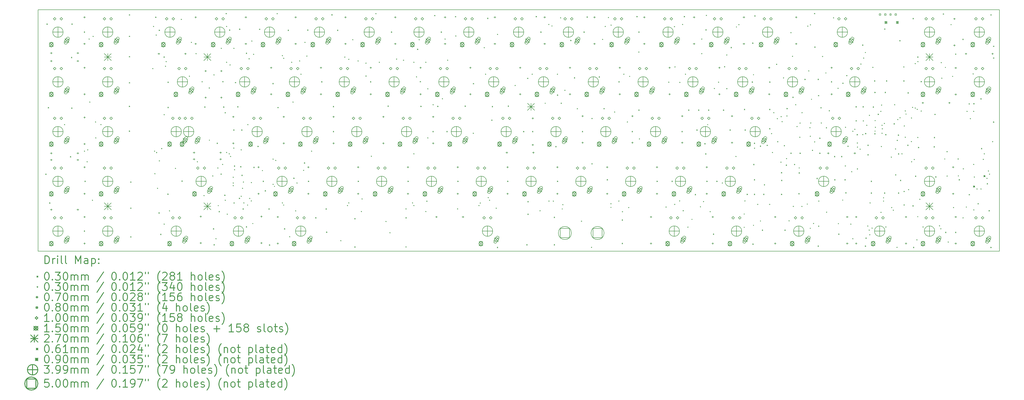
<source format=gbr>
%FSLAX45Y45*%
G04 Gerber Fmt 4.5, Leading zero omitted, Abs format (unit mm)*
G04 Created by KiCad (PCBNEW 4.0.3-stable) date Tuesday, August 30, 2016 'AMt' 11:27:16 AM*
%MOMM*%
%LPD*%
G01*
G04 APERTURE LIST*
%ADD10C,0.127000*%
%ADD11C,0.150000*%
%ADD12C,0.200000*%
%ADD13C,0.300000*%
G04 APERTURE END LIST*
D10*
D11*
X3050000Y-2000000D02*
X3050000Y-11250000D01*
X39825000Y-2000000D02*
X3050000Y-2000000D01*
X39825000Y-11250000D02*
X39825000Y-2000000D01*
X3050000Y-11250000D02*
X39825000Y-11250000D01*
D12*
X3335000Y-8285000D02*
X3365000Y-8315000D01*
X3365000Y-8285000D02*
X3335000Y-8315000D01*
X3385000Y-2535000D02*
X3415000Y-2565000D01*
X3415000Y-2535000D02*
X3385000Y-2565000D01*
X3435000Y-5735000D02*
X3465000Y-5765000D01*
X3465000Y-5735000D02*
X3435000Y-5765000D01*
X3485000Y-9385000D02*
X3515000Y-9415000D01*
X3515000Y-9385000D02*
X3485000Y-9415000D01*
X4282680Y-7615160D02*
X4312680Y-7645160D01*
X4312680Y-7615160D02*
X4282680Y-7645160D01*
X4318240Y-3815320D02*
X4348240Y-3845320D01*
X4348240Y-3815320D02*
X4318240Y-3845320D01*
X4328400Y-5750800D02*
X4358400Y-5780800D01*
X4358400Y-5750800D02*
X4328400Y-5780800D01*
X4335000Y-2535000D02*
X4365000Y-2565000D01*
X4365000Y-2535000D02*
X4335000Y-2565000D01*
X4811000Y-2842500D02*
X4841000Y-2872500D01*
X4841000Y-2842500D02*
X4811000Y-2872500D01*
X4811000Y-10462500D02*
X4841000Y-10492500D01*
X4841000Y-10462500D02*
X4811000Y-10492500D01*
X4836400Y-8557500D02*
X4866400Y-8587500D01*
X4866400Y-8557500D02*
X4836400Y-8587500D01*
X6535000Y-2185000D02*
X6565000Y-2215000D01*
X6565000Y-2185000D02*
X6535000Y-2215000D01*
X6535000Y-3005000D02*
X6565000Y-3035000D01*
X6565000Y-3005000D02*
X6535000Y-3035000D01*
X6535000Y-3785000D02*
X6565000Y-3815000D01*
X6565000Y-3785000D02*
X6535000Y-3815000D01*
X6535000Y-4785000D02*
X6565000Y-4815000D01*
X6565000Y-4785000D02*
X6535000Y-4815000D01*
X6535000Y-5685000D02*
X6565000Y-5715000D01*
X6565000Y-5685000D02*
X6535000Y-5715000D01*
X6535000Y-6635000D02*
X6565000Y-6665000D01*
X6565000Y-6635000D02*
X6535000Y-6665000D01*
X6585000Y-8585000D02*
X6615000Y-8615000D01*
X6615000Y-8585000D02*
X6585000Y-8615000D01*
X6585000Y-9585000D02*
X6615000Y-9615000D01*
X6615000Y-9585000D02*
X6585000Y-9615000D01*
X6585000Y-10685000D02*
X6615000Y-10715000D01*
X6615000Y-10685000D02*
X6585000Y-10715000D01*
X7541500Y-2271000D02*
X7571500Y-2301000D01*
X7571500Y-2271000D02*
X7541500Y-2301000D01*
X7668500Y-9764000D02*
X7698500Y-9794000D01*
X7698500Y-9764000D02*
X7668500Y-9794000D01*
X7675000Y-2775000D02*
X7705000Y-2805000D01*
X7705000Y-2775000D02*
X7675000Y-2805000D01*
X7732000Y-10589500D02*
X7762000Y-10619500D01*
X7762000Y-10589500D02*
X7732000Y-10619500D01*
X7859000Y-3795000D02*
X7889000Y-3825000D01*
X7889000Y-3795000D02*
X7859000Y-3825000D01*
X8005050Y-9046450D02*
X8035050Y-9076450D01*
X8035050Y-9046450D02*
X8005050Y-9076450D01*
X8011400Y-4760200D02*
X8041400Y-4790200D01*
X8041400Y-4760200D02*
X8011400Y-4790200D01*
X8011400Y-5725400D02*
X8041400Y-5755400D01*
X8041400Y-5725400D02*
X8011400Y-5755400D01*
X8519400Y-2352280D02*
X8549400Y-2382280D01*
X8549400Y-2352280D02*
X8519400Y-2382280D01*
X8544800Y-8544800D02*
X8574800Y-8574800D01*
X8574800Y-8544800D02*
X8544800Y-8574800D01*
X9315000Y-4740000D02*
X9345000Y-4770000D01*
X9345000Y-4740000D02*
X9315000Y-4770000D01*
X9414750Y-5712700D02*
X9444750Y-5742700D01*
X9444750Y-5712700D02*
X9414750Y-5742700D01*
X9719550Y-8347950D02*
X9749550Y-8377950D01*
X9749550Y-8347950D02*
X9719550Y-8377950D01*
X9750000Y-10375000D02*
X9780000Y-10405000D01*
X9780000Y-10375000D02*
X9750000Y-10405000D01*
X9769721Y-10983200D02*
X9799721Y-11013200D01*
X9799721Y-10983200D02*
X9769721Y-11013200D01*
X9891000Y-7097000D02*
X9921000Y-7127000D01*
X9921000Y-7097000D02*
X9891000Y-7127000D01*
X9915000Y-8045000D02*
X9945000Y-8075000D01*
X9945000Y-8045000D02*
X9915000Y-8075000D01*
X9967200Y-9713200D02*
X9997200Y-9743200D01*
X9997200Y-9713200D02*
X9967200Y-9743200D01*
X10040000Y-8280000D02*
X10070000Y-8310000D01*
X10070000Y-8280000D02*
X10040000Y-8310000D01*
X10105000Y-4740000D02*
X10135000Y-4770000D01*
X10135000Y-4740000D02*
X10105000Y-4770000D01*
X10138650Y-5712700D02*
X10168650Y-5742700D01*
X10168650Y-5712700D02*
X10138650Y-5742700D01*
X10183100Y-9090900D02*
X10213100Y-9120900D01*
X10213100Y-9090900D02*
X10183100Y-9120900D01*
X10235000Y-2135000D02*
X10265000Y-2165000D01*
X10265000Y-2135000D02*
X10235000Y-2165000D01*
X10365000Y-2765000D02*
X10395000Y-2795000D01*
X10395000Y-2765000D02*
X10365000Y-2795000D01*
X10526000Y-6589000D02*
X10556000Y-6619000D01*
X10556000Y-6589000D02*
X10526000Y-6619000D01*
X10526000Y-7281150D02*
X10556000Y-7311150D01*
X10556000Y-7281150D02*
X10526000Y-7311150D01*
X10551400Y-7973300D02*
X10581400Y-8003300D01*
X10581400Y-7973300D02*
X10551400Y-8003300D01*
X10586960Y-4775440D02*
X10616960Y-4805440D01*
X10616960Y-4775440D02*
X10586960Y-4805440D01*
X10678400Y-5700000D02*
X10708400Y-5730000D01*
X10708400Y-5700000D02*
X10678400Y-5730000D01*
X10741900Y-9205200D02*
X10771900Y-9235200D01*
X10771900Y-9205200D02*
X10741900Y-9235200D01*
X10748250Y-2728200D02*
X10778250Y-2758200D01*
X10778250Y-2728200D02*
X10748250Y-2758200D01*
X10792700Y-7998700D02*
X10822700Y-8028700D01*
X10822700Y-7998700D02*
X10792700Y-8028700D01*
X10830800Y-6589000D02*
X10860800Y-6619000D01*
X10860800Y-6589000D02*
X10830800Y-6619000D01*
X10837150Y-8328900D02*
X10867150Y-8358900D01*
X10867150Y-8328900D02*
X10837150Y-8358900D01*
X10881600Y-9611600D02*
X10911600Y-9641600D01*
X10911600Y-9611600D02*
X10881600Y-9641600D01*
X11008600Y-3655300D02*
X11038600Y-3685300D01*
X11038600Y-3655300D02*
X11008600Y-3685300D01*
X11008600Y-10297400D02*
X11038600Y-10327400D01*
X11038600Y-10297400D02*
X11008600Y-10327400D01*
X11294350Y-8024100D02*
X11324350Y-8054100D01*
X11324350Y-8024100D02*
X11294350Y-8054100D01*
X11453100Y-7217650D02*
X11483100Y-7247650D01*
X11483100Y-7217650D02*
X11453100Y-7247650D01*
X11510250Y-2734550D02*
X11540250Y-2764550D01*
X11540250Y-2734550D02*
X11510250Y-2764550D01*
X11649950Y-8557500D02*
X11679950Y-8587500D01*
X11679950Y-8557500D02*
X11649950Y-8587500D01*
X11730000Y-8920000D02*
X11760000Y-8950000D01*
X11760000Y-8920000D02*
X11730000Y-8950000D01*
X11872200Y-9611600D02*
X11902200Y-9641600D01*
X11902200Y-9611600D02*
X11872200Y-9641600D01*
X11891250Y-10995900D02*
X11921250Y-11025900D01*
X11921250Y-10995900D02*
X11891250Y-11025900D01*
X12024600Y-4811000D02*
X12054600Y-4841000D01*
X12054600Y-4811000D02*
X12024600Y-4841000D01*
X12185000Y-2135000D02*
X12215000Y-2165000D01*
X12215000Y-2135000D02*
X12185000Y-2165000D01*
X12215100Y-5731750D02*
X12245100Y-5761750D01*
X12245100Y-5731750D02*
X12215100Y-5761750D01*
X12469100Y-10373600D02*
X12499100Y-10403600D01*
X12499100Y-10373600D02*
X12469100Y-10403600D01*
X12608800Y-2772650D02*
X12638800Y-2802650D01*
X12638800Y-2772650D02*
X12608800Y-2802650D01*
X12825000Y-8435000D02*
X12855000Y-8465000D01*
X12855000Y-8435000D02*
X12825000Y-8465000D01*
X13230000Y-7855000D02*
X13260000Y-7885000D01*
X13260000Y-7855000D02*
X13230000Y-7885000D01*
X13351750Y-2766300D02*
X13381750Y-2796300D01*
X13381750Y-2766300D02*
X13351750Y-2796300D01*
X13383500Y-8557500D02*
X13413500Y-8587500D01*
X13413500Y-8557500D02*
X13383500Y-8587500D01*
X13662900Y-9954500D02*
X13692900Y-9984500D01*
X13692900Y-9954500D02*
X13662900Y-9984500D01*
X13891500Y-4747500D02*
X13921500Y-4777500D01*
X13921500Y-4747500D02*
X13891500Y-4777500D01*
X14056600Y-9611600D02*
X14086600Y-9641600D01*
X14086600Y-9611600D02*
X14056600Y-9641600D01*
X14075650Y-10500600D02*
X14105650Y-10530600D01*
X14105650Y-10500600D02*
X14075650Y-10530600D01*
X14280120Y-2179560D02*
X14310120Y-2209560D01*
X14310120Y-2179560D02*
X14280120Y-2209560D01*
X14335000Y-5695000D02*
X14365000Y-5725000D01*
X14365000Y-5695000D02*
X14335000Y-5725000D01*
X14336000Y-6652500D02*
X14366000Y-6682500D01*
X14366000Y-6652500D02*
X14336000Y-6682500D01*
X14494750Y-2772650D02*
X14524750Y-2802650D01*
X14524750Y-2772650D02*
X14494750Y-2802650D01*
X15155150Y-9986250D02*
X15185150Y-10016250D01*
X15185150Y-9986250D02*
X15155150Y-10016250D01*
X15155150Y-11072100D02*
X15185150Y-11102100D01*
X15185150Y-11072100D02*
X15155150Y-11102100D01*
X15288500Y-8557500D02*
X15318500Y-8587500D01*
X15318500Y-8557500D02*
X15288500Y-8587500D01*
X15758400Y-4747500D02*
X15788400Y-4777500D01*
X15788400Y-4747500D02*
X15758400Y-4777500D01*
X15961600Y-2135000D02*
X15991600Y-2165000D01*
X15991600Y-2135000D02*
X15961600Y-2165000D01*
X16425000Y-5675000D02*
X16455000Y-5705000D01*
X16455000Y-5675000D02*
X16425000Y-5705000D01*
X16558500Y-2842500D02*
X16588500Y-2872500D01*
X16588500Y-2842500D02*
X16558500Y-2872500D01*
X17110950Y-9610000D02*
X17140950Y-9640000D01*
X17140950Y-9610000D02*
X17110950Y-9640000D01*
X17110950Y-9954500D02*
X17140950Y-9984500D01*
X17140950Y-9954500D02*
X17110950Y-9984500D01*
X17110950Y-11065750D02*
X17140950Y-11095750D01*
X17140950Y-11065750D02*
X17110950Y-11095750D01*
X17193500Y-8557500D02*
X17223500Y-8587500D01*
X17223500Y-8557500D02*
X17193500Y-8587500D01*
X17555450Y-3502900D02*
X17585450Y-3532900D01*
X17585450Y-3502900D02*
X17555450Y-3532900D01*
X17657050Y-4741150D02*
X17687050Y-4771150D01*
X17687050Y-4741150D02*
X17657050Y-4771150D01*
X17685000Y-5685000D02*
X17715000Y-5715000D01*
X17715000Y-5685000D02*
X17685000Y-5715000D01*
X18146000Y-6652500D02*
X18176000Y-6682500D01*
X18176000Y-6652500D02*
X18146000Y-6682500D01*
X18206960Y-2210040D02*
X18236960Y-2240040D01*
X18236960Y-2210040D02*
X18206960Y-2240040D01*
X18325000Y-5685000D02*
X18355000Y-5715000D01*
X18355000Y-5685000D02*
X18325000Y-5715000D01*
X18463500Y-2842500D02*
X18493500Y-2872500D01*
X18493500Y-2842500D02*
X18463500Y-2872500D01*
X18679400Y-6652500D02*
X18709400Y-6682500D01*
X18709400Y-6652500D02*
X18679400Y-6682500D01*
X19003250Y-2251950D02*
X19033250Y-2281950D01*
X19033250Y-2251950D02*
X19003250Y-2281950D01*
X19015950Y-2988550D02*
X19045950Y-3018550D01*
X19045950Y-2988550D02*
X19015950Y-3018550D01*
X19085000Y-9610000D02*
X19115000Y-9640000D01*
X19115000Y-9610000D02*
X19085000Y-9640000D01*
X19098500Y-8557500D02*
X19128500Y-8587500D01*
X19128500Y-8557500D02*
X19098500Y-8587500D01*
X19375000Y-5675000D02*
X19405000Y-5705000D01*
X19405000Y-5675000D02*
X19375000Y-5705000D01*
X19685000Y-6715000D02*
X19715000Y-6745000D01*
X19715000Y-6715000D02*
X19685000Y-6745000D01*
X19688421Y-4817350D02*
X19718421Y-4847350D01*
X19718421Y-4817350D02*
X19688421Y-4847350D01*
X20235150Y-2315450D02*
X20265150Y-2345450D01*
X20265150Y-2315450D02*
X20235150Y-2345450D01*
X20395000Y-6215000D02*
X20425000Y-6245000D01*
X20425000Y-6215000D02*
X20395000Y-6245000D01*
X20415000Y-5695000D02*
X20445000Y-5725000D01*
X20445000Y-5695000D02*
X20415000Y-5725000D01*
X20609800Y-11084800D02*
X20639800Y-11114800D01*
X20639800Y-11084800D02*
X20609800Y-11114800D01*
X21003500Y-8557500D02*
X21033500Y-8587500D01*
X21033500Y-8557500D02*
X21003500Y-8587500D01*
X21025000Y-5675000D02*
X21055000Y-5705000D01*
X21055000Y-5675000D02*
X21025000Y-5705000D01*
X21610000Y-6650000D02*
X21640000Y-6680000D01*
X21640000Y-6650000D02*
X21610000Y-6680000D01*
X21735000Y-10985000D02*
X21765000Y-11015000D01*
X21765000Y-10985000D02*
X21735000Y-11015000D01*
X21765521Y-4615000D02*
X21795521Y-4645000D01*
X21795521Y-4615000D02*
X21765521Y-4645000D01*
X21778200Y-9332200D02*
X21808200Y-9362200D01*
X21808200Y-9332200D02*
X21778200Y-9362200D01*
X21778200Y-9814800D02*
X21808200Y-9844800D01*
X21808200Y-9814800D02*
X21778200Y-9844800D01*
X21956000Y-6652500D02*
X21986000Y-6682500D01*
X21986000Y-6652500D02*
X21956000Y-6682500D01*
X22093160Y-2245600D02*
X22123160Y-2275600D01*
X22123160Y-2245600D02*
X22093160Y-2275600D01*
X22273500Y-2842500D02*
X22303500Y-2872500D01*
X22303500Y-2842500D02*
X22273500Y-2872500D01*
X22785000Y-9935000D02*
X22815000Y-9965000D01*
X22815000Y-9935000D02*
X22785000Y-9965000D01*
X22785000Y-10985000D02*
X22815000Y-11015000D01*
X22815000Y-10985000D02*
X22785000Y-11015000D01*
X22845000Y-7224000D02*
X22875000Y-7254000D01*
X22875000Y-7224000D02*
X22845000Y-7254000D01*
X22908500Y-5255500D02*
X22938500Y-5285500D01*
X22938500Y-5255500D02*
X22908500Y-5285500D01*
X22908500Y-8557500D02*
X22938500Y-8587500D01*
X22938500Y-8557500D02*
X22908500Y-8587500D01*
X23416500Y-3160000D02*
X23446500Y-3190000D01*
X23446500Y-3160000D02*
X23416500Y-3190000D01*
X23556200Y-4595100D02*
X23586200Y-4625100D01*
X23586200Y-4595100D02*
X23556200Y-4625100D01*
X23665000Y-5775000D02*
X23695000Y-5805000D01*
X23695000Y-5775000D02*
X23665000Y-5805000D01*
X23861000Y-6652500D02*
X23891000Y-6682500D01*
X23891000Y-6652500D02*
X23861000Y-6682500D01*
X23924500Y-2842500D02*
X23954500Y-2872500D01*
X23954500Y-2842500D02*
X23924500Y-2872500D01*
X24043880Y-2265920D02*
X24073880Y-2295920D01*
X24073880Y-2265920D02*
X24043880Y-2295920D01*
X24502350Y-4557000D02*
X24532350Y-4587000D01*
X24532350Y-4557000D02*
X24502350Y-4587000D01*
X24686500Y-5775000D02*
X24716500Y-5805000D01*
X24716500Y-5775000D02*
X24686500Y-5805000D01*
X24813500Y-8494000D02*
X24843500Y-8524000D01*
X24843500Y-8494000D02*
X24813500Y-8524000D01*
X25258000Y-4747500D02*
X25288000Y-4777500D01*
X25288000Y-4747500D02*
X25258000Y-4777500D01*
X25385000Y-10035000D02*
X25415000Y-10065000D01*
X25415000Y-10035000D02*
X25385000Y-10065000D01*
X25385000Y-10935000D02*
X25415000Y-10965000D01*
X25415000Y-10935000D02*
X25385000Y-10965000D01*
X25766000Y-6652500D02*
X25796000Y-6682500D01*
X25796000Y-6652500D02*
X25766000Y-6682500D01*
X25948880Y-2245600D02*
X25978880Y-2275600D01*
X25978880Y-2245600D02*
X25948880Y-2275600D01*
X26020000Y-2842500D02*
X26050000Y-2872500D01*
X26050000Y-2842500D02*
X26020000Y-2872500D01*
X26020000Y-5827000D02*
X26050000Y-5857000D01*
X26050000Y-5827000D02*
X26020000Y-5857000D01*
X26718500Y-8557500D02*
X26748500Y-8587500D01*
X26748500Y-8557500D02*
X26718500Y-8587500D01*
X27163000Y-4760000D02*
X27193000Y-4790000D01*
X27193000Y-4760000D02*
X27163000Y-4790000D01*
X27290000Y-8557500D02*
X27320000Y-8587500D01*
X27320000Y-8557500D02*
X27290000Y-8587500D01*
X27585000Y-4765000D02*
X27615000Y-4795000D01*
X27615000Y-4765000D02*
X27585000Y-4795000D01*
X27671000Y-6652500D02*
X27701000Y-6682500D01*
X27701000Y-6652500D02*
X27671000Y-6682500D01*
X27757360Y-2245600D02*
X27787360Y-2275600D01*
X27787360Y-2245600D02*
X27757360Y-2275600D01*
X27925000Y-5827000D02*
X27955000Y-5857000D01*
X27955000Y-5827000D02*
X27925000Y-5857000D01*
X28179000Y-9065500D02*
X28209000Y-9095500D01*
X28209000Y-9065500D02*
X28179000Y-9095500D01*
X28242500Y-6589000D02*
X28272500Y-6619000D01*
X28272500Y-6589000D02*
X28242500Y-6619000D01*
X28306000Y-5827000D02*
X28336000Y-5857000D01*
X28336000Y-5827000D02*
X28306000Y-5857000D01*
X28545000Y-7115000D02*
X28575000Y-7145000D01*
X28575000Y-7115000D02*
X28545000Y-7145000D01*
X28575000Y-7505000D02*
X28605000Y-7535000D01*
X28605000Y-7505000D02*
X28575000Y-7535000D01*
X28585400Y-2753600D02*
X28615400Y-2783600D01*
X28615400Y-2753600D02*
X28585400Y-2783600D01*
X28600640Y-2199880D02*
X28630640Y-2229880D01*
X28630640Y-2199880D02*
X28600640Y-2229880D01*
X28623500Y-8557500D02*
X28653500Y-8587500D01*
X28653500Y-8557500D02*
X28623500Y-8587500D01*
X28687000Y-5827000D02*
X28717000Y-5857000D01*
X28717000Y-5827000D02*
X28687000Y-5857000D01*
X28870521Y-10576800D02*
X28900521Y-10606800D01*
X28900521Y-10576800D02*
X28870521Y-10606800D01*
X29004500Y-8557500D02*
X29034500Y-8587500D01*
X29034500Y-8557500D02*
X29004500Y-8587500D01*
X29068000Y-4760000D02*
X29098000Y-4790000D01*
X29098000Y-4760000D02*
X29068000Y-4790000D01*
X29258500Y-5827000D02*
X29288500Y-5857000D01*
X29288500Y-5827000D02*
X29258500Y-5857000D01*
X29506150Y-6589000D02*
X29536150Y-6619000D01*
X29536150Y-6589000D02*
X29506150Y-6619000D01*
X29550600Y-3434320D02*
X29580600Y-3464320D01*
X29580600Y-3434320D02*
X29550600Y-3464320D01*
X30058600Y-5801600D02*
X30088600Y-5831600D01*
X30088600Y-5801600D02*
X30058600Y-5831600D01*
X30084000Y-6589000D02*
X30114000Y-6619000D01*
X30114000Y-6589000D02*
X30084000Y-6619000D01*
X30165000Y-9055000D02*
X30195000Y-9085000D01*
X30195000Y-9055000D02*
X30165000Y-9085000D01*
X30358320Y-4755120D02*
X30388320Y-4785120D01*
X30388320Y-4755120D02*
X30358320Y-4785120D01*
X30373560Y-3261600D02*
X30403560Y-3291600D01*
X30403560Y-3261600D02*
X30373560Y-3291600D01*
X30385000Y-10960000D02*
X30415000Y-10990000D01*
X30415000Y-10960000D02*
X30385000Y-10990000D01*
X30414200Y-7909800D02*
X30444200Y-7939800D01*
X30444200Y-7909800D02*
X30414200Y-7939800D01*
X30439600Y-7097000D02*
X30469600Y-7127000D01*
X30469600Y-7097000D02*
X30439600Y-7127000D01*
X30439600Y-8494000D02*
X30469600Y-8524000D01*
X30469600Y-8494000D02*
X30439600Y-8524000D01*
X30439600Y-9055000D02*
X30469600Y-9085000D01*
X30469600Y-9055000D02*
X30439600Y-9085000D01*
X30454840Y-2220200D02*
X30484840Y-2250200D01*
X30484840Y-2220200D02*
X30454840Y-2250200D01*
X30668200Y-7211300D02*
X30698200Y-7241300D01*
X30698200Y-7211300D02*
X30668200Y-7241300D01*
X30744400Y-10424400D02*
X30774400Y-10454400D01*
X30774400Y-10424400D02*
X30744400Y-10454400D01*
X30795000Y-9055000D02*
X30825000Y-9085000D01*
X30825000Y-9055000D02*
X30795000Y-9085000D01*
X30927280Y-7178280D02*
X30957280Y-7208280D01*
X30957280Y-7178280D02*
X30927280Y-7208280D01*
X31023800Y-5801600D02*
X31053800Y-5831600D01*
X31053800Y-5801600D02*
X31023800Y-5831600D01*
X31023800Y-6538200D02*
X31053800Y-6568200D01*
X31053800Y-6538200D02*
X31023800Y-6568200D01*
X31025000Y-4755000D02*
X31055000Y-4785000D01*
X31055000Y-4755000D02*
X31025000Y-4785000D01*
X31475000Y-8225000D02*
X31505000Y-8255000D01*
X31505000Y-8225000D02*
X31475000Y-8255000D01*
X31475000Y-9055000D02*
X31505000Y-9085000D01*
X31505000Y-9055000D02*
X31475000Y-9085000D01*
X31481000Y-8519400D02*
X31511000Y-8549400D01*
X31511000Y-8519400D02*
X31481000Y-8549400D01*
X31608000Y-10424400D02*
X31638000Y-10454400D01*
X31638000Y-10424400D02*
X31608000Y-10454400D01*
X31658800Y-7935200D02*
X31688800Y-7965200D01*
X31688800Y-7935200D02*
X31658800Y-7965200D01*
X31689280Y-5771120D02*
X31719280Y-5801120D01*
X31719280Y-5771120D02*
X31689280Y-5801120D01*
X31835000Y-2860000D02*
X31865000Y-2890000D01*
X31865000Y-2860000D02*
X31835000Y-2890000D01*
X31836600Y-7478000D02*
X31866600Y-7508000D01*
X31866600Y-7478000D02*
X31836600Y-7508000D01*
X31912800Y-5339320D02*
X31942800Y-5369320D01*
X31942800Y-5339320D02*
X31912800Y-5369320D01*
X32141400Y-9027400D02*
X32171400Y-9057400D01*
X32171400Y-9027400D02*
X32141400Y-9057400D01*
X32155000Y-8235000D02*
X32185000Y-8265000D01*
X32185000Y-8235000D02*
X32155000Y-8265000D01*
X32175000Y-6865000D02*
X32205000Y-6895000D01*
X32205000Y-6865000D02*
X32175000Y-6895000D01*
X32187120Y-7478000D02*
X32217120Y-7508000D01*
X32217120Y-7478000D02*
X32187120Y-7508000D01*
X32375080Y-4653520D02*
X32405080Y-4683520D01*
X32405080Y-4653520D02*
X32375080Y-4683520D01*
X32735000Y-2135000D02*
X32765000Y-2165000D01*
X32765000Y-2135000D02*
X32735000Y-2165000D01*
X32751000Y-3414000D02*
X32781000Y-3444000D01*
X32781000Y-3414000D02*
X32751000Y-3444000D01*
X32835000Y-8445000D02*
X32865000Y-8475000D01*
X32865000Y-8445000D02*
X32835000Y-8475000D01*
X32878000Y-4653520D02*
X32908000Y-4683520D01*
X32908000Y-4653520D02*
X32878000Y-4683520D01*
X32878000Y-11034000D02*
X32908000Y-11064000D01*
X32908000Y-11034000D02*
X32878000Y-11064000D01*
X32888160Y-5273280D02*
X32918160Y-5303280D01*
X32918160Y-5273280D02*
X32888160Y-5303280D01*
X32941500Y-6906500D02*
X32971500Y-6936500D01*
X32971500Y-6906500D02*
X32941500Y-6936500D01*
X32941500Y-7478000D02*
X32971500Y-7508000D01*
X32971500Y-7478000D02*
X32941500Y-7508000D01*
X32984680Y-5740640D02*
X33014680Y-5770640D01*
X33014680Y-5740640D02*
X32984680Y-5770640D01*
X33386000Y-4747500D02*
X33416000Y-4777500D01*
X33416000Y-4747500D02*
X33386000Y-4777500D01*
X33505000Y-7605000D02*
X33535000Y-7635000D01*
X33535000Y-7605000D02*
X33505000Y-7635000D01*
X33513000Y-8494000D02*
X33543000Y-8524000D01*
X33543000Y-8494000D02*
X33513000Y-8524000D01*
X33665400Y-10576800D02*
X33695400Y-10606800D01*
X33695400Y-10576800D02*
X33665400Y-10606800D01*
X33775000Y-7605000D02*
X33805000Y-7635000D01*
X33805000Y-7605000D02*
X33775000Y-7635000D01*
X33822880Y-4800840D02*
X33852880Y-4830840D01*
X33852880Y-4800840D02*
X33822880Y-4830840D01*
X33905000Y-8495000D02*
X33935000Y-8525000D01*
X33935000Y-8495000D02*
X33905000Y-8525000D01*
X33935000Y-8995000D02*
X33965000Y-9025000D01*
X33965000Y-8995000D02*
X33935000Y-9025000D01*
X34015920Y-7213840D02*
X34045920Y-7243840D01*
X34045920Y-7213840D02*
X34015920Y-7243840D01*
X34330880Y-5700000D02*
X34360880Y-5730000D01*
X34360880Y-5700000D02*
X34330880Y-5730000D01*
X34330880Y-6238480D02*
X34360880Y-6268480D01*
X34360880Y-6238480D02*
X34330880Y-6268480D01*
X34371520Y-6766800D02*
X34401520Y-6796800D01*
X34401520Y-6766800D02*
X34371520Y-6796800D01*
X34376600Y-7086840D02*
X34406600Y-7116840D01*
X34406600Y-7086840D02*
X34376600Y-7116840D01*
X34510000Y-4065000D02*
X34540000Y-4095000D01*
X34540000Y-4065000D02*
X34510000Y-4095000D01*
X34579800Y-3337800D02*
X34609800Y-3367800D01*
X34609800Y-3337800D02*
X34579800Y-3367800D01*
X34595040Y-5700000D02*
X34625040Y-5730000D01*
X34625040Y-5700000D02*
X34595040Y-5730000D01*
X34605200Y-6238480D02*
X34635200Y-6268480D01*
X34635200Y-6238480D02*
X34605200Y-6268480D01*
X34685000Y-11035000D02*
X34715000Y-11065000D01*
X34715000Y-11035000D02*
X34685000Y-11065000D01*
X34694100Y-6728700D02*
X34724100Y-6758700D01*
X34724100Y-6728700D02*
X34694100Y-6758700D01*
X34706800Y-10729200D02*
X34736800Y-10759200D01*
X34736800Y-10729200D02*
X34706800Y-10759200D01*
X34783000Y-7173200D02*
X34813000Y-7203200D01*
X34813000Y-7173200D02*
X34783000Y-7203200D01*
X34783000Y-7541500D02*
X34813000Y-7571500D01*
X34813000Y-7541500D02*
X34783000Y-7571500D01*
X34910000Y-8557500D02*
X34940000Y-8587500D01*
X34940000Y-8557500D02*
X34910000Y-8587500D01*
X34910000Y-9002000D02*
X34940000Y-9032000D01*
X34940000Y-9002000D02*
X34910000Y-9032000D01*
X34970000Y-4190000D02*
X35000000Y-4220000D01*
X35000000Y-4190000D02*
X34970000Y-4220000D01*
X34986200Y-5712700D02*
X35016200Y-5742700D01*
X35016200Y-5712700D02*
X34986200Y-5742700D01*
X35037000Y-4709400D02*
X35067000Y-4739400D01*
X35067000Y-4709400D02*
X35037000Y-4739400D01*
X35043350Y-6735000D02*
X35073350Y-6765000D01*
X35073350Y-6735000D02*
X35043350Y-6765000D01*
X35049700Y-5153900D02*
X35079700Y-5183900D01*
X35079700Y-5153900D02*
X35049700Y-5183900D01*
X35176700Y-5992100D02*
X35206700Y-6022100D01*
X35206700Y-5992100D02*
X35176700Y-6022100D01*
X35418000Y-9002000D02*
X35448000Y-9032000D01*
X35448000Y-9002000D02*
X35418000Y-9032000D01*
X35420000Y-2725000D02*
X35450000Y-2755000D01*
X35450000Y-2725000D02*
X35420000Y-2755000D01*
X35443400Y-5153900D02*
X35473400Y-5183900D01*
X35473400Y-5153900D02*
X35443400Y-5183900D01*
X35462450Y-6766800D02*
X35492450Y-6796800D01*
X35492450Y-6766800D02*
X35462450Y-6796800D01*
X35494200Y-4709400D02*
X35524200Y-4739400D01*
X35524200Y-4709400D02*
X35494200Y-4739400D01*
X35785000Y-6355000D02*
X35815000Y-6385000D01*
X35815000Y-6355000D02*
X35785000Y-6385000D01*
X35945000Y-6785000D02*
X35975000Y-6815000D01*
X35975000Y-6785000D02*
X35945000Y-6815000D01*
X35951400Y-7503400D02*
X35981400Y-7533400D01*
X35981400Y-7503400D02*
X35951400Y-7533400D01*
X35951400Y-9002000D02*
X35981400Y-9032000D01*
X35981400Y-9002000D02*
X35951400Y-9032000D01*
X36002200Y-3170160D02*
X36032200Y-3200160D01*
X36032200Y-3170160D02*
X36002200Y-3200160D01*
X36027600Y-8519400D02*
X36057600Y-8549400D01*
X36057600Y-8519400D02*
X36027600Y-8549400D01*
X36154600Y-4175000D02*
X36184600Y-4205000D01*
X36184600Y-4175000D02*
X36154600Y-4205000D01*
X36154600Y-4709400D02*
X36184600Y-4739400D01*
X36184600Y-4709400D02*
X36154600Y-4739400D01*
X36307000Y-7173200D02*
X36337000Y-7203200D01*
X36337000Y-7173200D02*
X36307000Y-7203200D01*
X36319700Y-5166600D02*
X36349700Y-5196600D01*
X36349700Y-5166600D02*
X36319700Y-5196600D01*
X36505120Y-9494760D02*
X36535120Y-9524760D01*
X36535120Y-9494760D02*
X36505120Y-9524760D01*
X36510200Y-2321800D02*
X36540200Y-2351800D01*
X36540200Y-2321800D02*
X36510200Y-2351800D01*
X36525440Y-11085000D02*
X36555440Y-11115000D01*
X36555440Y-11085000D02*
X36525440Y-11115000D01*
X36601640Y-8361920D02*
X36631640Y-8391920D01*
X36631640Y-8361920D02*
X36601640Y-8391920D01*
X36652440Y-10795240D02*
X36682440Y-10825240D01*
X36682440Y-10795240D02*
X36652440Y-10825240D01*
X36685000Y-3795000D02*
X36715000Y-3825000D01*
X36715000Y-3795000D02*
X36685000Y-3825000D01*
X36688000Y-6873480D02*
X36718000Y-6903480D01*
X36718000Y-6873480D02*
X36688000Y-6903480D01*
X36718480Y-7259560D02*
X36748480Y-7289560D01*
X36748480Y-7259560D02*
X36718480Y-7289560D01*
X36820080Y-4734800D02*
X36850080Y-4764800D01*
X36850080Y-4734800D02*
X36820080Y-4764800D01*
X37312840Y-7234160D02*
X37342840Y-7264160D01*
X37342840Y-7234160D02*
X37312840Y-7264160D01*
X37323000Y-6878560D02*
X37353000Y-6908560D01*
X37353000Y-6878560D02*
X37323000Y-6908560D01*
X37343320Y-5995000D02*
X37373320Y-6025000D01*
X37373320Y-5995000D02*
X37343320Y-6025000D01*
X37378880Y-8387320D02*
X37408880Y-8417320D01*
X37408880Y-8387320D02*
X37378880Y-8417320D01*
X37663360Y-2149080D02*
X37693360Y-2179080D01*
X37693360Y-2149080D02*
X37663360Y-2179080D01*
X37754800Y-10510760D02*
X37784800Y-10540760D01*
X37784800Y-10510760D02*
X37754800Y-10540760D01*
X38135800Y-10510760D02*
X38165800Y-10540760D01*
X38165800Y-10510760D02*
X38135800Y-10540760D01*
X38272960Y-8494000D02*
X38302960Y-8524000D01*
X38302960Y-8494000D02*
X38272960Y-8524000D01*
X38415200Y-3119360D02*
X38445200Y-3149360D01*
X38445200Y-3119360D02*
X38415200Y-3149360D01*
X38653960Y-9068040D02*
X38683960Y-9098040D01*
X38683960Y-9068040D02*
X38653960Y-9098040D01*
X38835000Y-5585000D02*
X38865000Y-5615000D01*
X38865000Y-5585000D02*
X38835000Y-5615000D01*
X38994320Y-9413480D02*
X39024320Y-9443480D01*
X39024320Y-9413480D02*
X38994320Y-9443480D01*
X39106080Y-5395200D02*
X39136080Y-5425200D01*
X39136080Y-5395200D02*
X39106080Y-5425200D01*
X39126400Y-7300200D02*
X39156400Y-7330200D01*
X39156400Y-7300200D02*
X39126400Y-7330200D01*
X39192440Y-7711680D02*
X39222440Y-7741680D01*
X39222440Y-7711680D02*
X39192440Y-7741680D01*
X39344840Y-8646400D02*
X39374840Y-8676400D01*
X39374840Y-8646400D02*
X39344840Y-8676400D01*
X39415960Y-9682720D02*
X39445960Y-9712720D01*
X39445960Y-9682720D02*
X39415960Y-9712720D01*
X39485000Y-2185000D02*
X39515000Y-2215000D01*
X39515000Y-2185000D02*
X39485000Y-2215000D01*
X39485000Y-11085000D02*
X39515000Y-11115000D01*
X39515000Y-11085000D02*
X39485000Y-11115000D01*
X39585000Y-3385000D02*
X39615000Y-3415000D01*
X39615000Y-3385000D02*
X39585000Y-3415000D01*
X39585000Y-3835000D02*
X39615000Y-3865000D01*
X39615000Y-3835000D02*
X39585000Y-3865000D01*
X39585000Y-6285000D02*
X39615000Y-6315000D01*
X39615000Y-6285000D02*
X39585000Y-6315000D01*
X4079240Y-6400800D02*
G75*
G03X4079240Y-6400800I-15240J0D01*
G01*
X4841240Y-7416800D02*
G75*
G03X4841240Y-7416800I-15240J0D01*
G01*
X4942840Y-7823200D02*
G75*
G03X4942840Y-7823200I-15240J0D01*
G01*
X4965827Y-7366000D02*
G75*
G03X4965827Y-7366000I-15240J0D01*
G01*
X5019040Y-3124200D02*
G75*
G03X5019040Y-3124200I-15240J0D01*
G01*
X5044440Y-5537200D02*
G75*
G03X5044440Y-5537200I-15240J0D01*
G01*
X5146040Y-9296400D02*
G75*
G03X5146040Y-9296400I-15240J0D01*
G01*
X5171440Y-3022600D02*
G75*
G03X5171440Y-3022600I-15240J0D01*
G01*
X5265240Y-6300000D02*
G75*
G03X5265240Y-6300000I-15240J0D01*
G01*
X5273010Y-6908800D02*
G75*
G03X5273010Y-6908800I-15240J0D01*
G01*
X5470690Y-6400800D02*
G75*
G03X5470690Y-6400800I-15240J0D01*
G01*
X7453870Y-4254500D02*
G75*
G03X7453870Y-4254500I-15240J0D01*
G01*
X7482840Y-2641600D02*
G75*
G03X7482840Y-2641600I-15240J0D01*
G01*
X7520940Y-7416800D02*
G75*
G03X7520940Y-7416800I-15240J0D01*
G01*
X7533640Y-8280400D02*
G75*
G03X7533640Y-8280400I-15240J0D01*
G01*
X7584440Y-2971800D02*
G75*
G03X7584440Y-2971800I-15240J0D01*
G01*
X7599687Y-7469307D02*
G75*
G03X7599687Y-7469307I-15240J0D01*
G01*
X7635240Y-8839200D02*
G75*
G03X7635240Y-8839200I-15240J0D01*
G01*
X7705090Y-7787512D02*
G75*
G03X7705090Y-7787512I-15240J0D01*
G01*
X7795240Y-7315200D02*
G75*
G03X7795240Y-7315200I-15240J0D01*
G01*
X7889240Y-10210800D02*
G75*
G03X7889240Y-10210800I-15240J0D01*
G01*
X7890240Y-6020130D02*
G75*
G03X7890240Y-6020130I-15240J0D01*
G01*
X7940040Y-4165600D02*
G75*
G03X7940040Y-4165600I-15240J0D01*
G01*
X7965440Y-3987800D02*
G75*
G03X7965440Y-3987800I-15240J0D01*
G01*
X8092440Y-9702800D02*
G75*
G03X8092440Y-9702800I-15240J0D01*
G01*
X8322615Y-8077200D02*
G75*
G03X8322615Y-8077200I-15240J0D01*
G01*
X8854440Y-4546600D02*
G75*
G03X8854440Y-4546600I-15240J0D01*
G01*
X8930640Y-3251200D02*
G75*
G03X8930640Y-3251200I-15240J0D01*
G01*
X9108440Y-3683000D02*
G75*
G03X9108440Y-3683000I-15240J0D01*
G01*
X9159240Y-7823200D02*
G75*
G03X9159240Y-7823200I-15240J0D01*
G01*
X9413240Y-9118600D02*
G75*
G03X9413240Y-9118600I-15240J0D01*
G01*
X9615240Y-4996697D02*
G75*
G03X9615240Y-4996697I-15240J0D01*
G01*
X9620784Y-6995496D02*
G75*
G03X9620784Y-6995496I-15240J0D01*
G01*
X9794240Y-4495800D02*
G75*
G03X9794240Y-4495800I-15240J0D01*
G01*
X9870440Y-10769600D02*
G75*
G03X9870440Y-10769600I-15240J0D01*
G01*
X9957787Y-9501796D02*
G75*
G03X9957787Y-9501796I-15240J0D01*
G01*
X10073640Y-3479800D02*
G75*
G03X10073640Y-3479800I-15240J0D01*
G01*
X10124440Y-7924800D02*
G75*
G03X10124440Y-7924800I-15240J0D01*
G01*
X10226040Y-5945378D02*
G75*
G03X10226040Y-5945378I-15240J0D01*
G01*
X10226040Y-9296400D02*
G75*
G03X10226040Y-9296400I-15240J0D01*
G01*
X10276840Y-2641600D02*
G75*
G03X10276840Y-2641600I-15240J0D01*
G01*
X10276840Y-4013200D02*
G75*
G03X10276840Y-4013200I-15240J0D01*
G01*
X10276840Y-7467600D02*
G75*
G03X10276840Y-7467600I-15240J0D01*
G01*
X10302240Y-9829800D02*
G75*
G03X10302240Y-9829800I-15240J0D01*
G01*
X10378440Y-7518400D02*
G75*
G03X10378440Y-7518400I-15240J0D01*
G01*
X10410096Y-4115492D02*
G75*
G03X10410096Y-4115492I-15240J0D01*
G01*
X10431190Y-7620000D02*
G75*
G03X10431190Y-7620000I-15240J0D01*
G01*
X10530840Y-8415800D02*
G75*
G03X10530840Y-8415800I-15240J0D01*
G01*
X10530840Y-8636000D02*
G75*
G03X10530840Y-8636000I-15240J0D01*
G01*
X10530840Y-8737600D02*
G75*
G03X10530840Y-8737600I-15240J0D01*
G01*
X10556240Y-3479800D02*
G75*
G03X10556240Y-3479800I-15240J0D01*
G01*
X10563491Y-9398000D02*
G75*
G03X10563491Y-9398000I-15240J0D01*
G01*
X10581640Y-8128000D02*
G75*
G03X10581640Y-8128000I-15240J0D01*
G01*
X10835640Y-7366000D02*
G75*
G03X10835640Y-7366000I-15240J0D01*
G01*
X10835640Y-9144000D02*
G75*
G03X10835640Y-9144000I-15240J0D01*
G01*
X10886440Y-8839200D02*
G75*
G03X10886440Y-8839200I-15240J0D01*
G01*
X10920918Y-8598191D02*
G75*
G03X10920918Y-8598191I-15240J0D01*
G01*
X10937240Y-9398000D02*
G75*
G03X10937240Y-9398000I-15240J0D01*
G01*
X11081340Y-9480550D02*
G75*
G03X11081340Y-9480550I-15240J0D01*
G01*
X11089640Y-6400800D02*
G75*
G03X11089640Y-6400800I-15240J0D01*
G01*
X11140440Y-3881120D02*
G75*
G03X11140440Y-3881120I-15240J0D01*
G01*
X11160317Y-9228089D02*
G75*
G03X11160317Y-9228089I-15240J0D01*
G01*
X11222342Y-9322437D02*
G75*
G03X11222342Y-9322437I-15240J0D01*
G01*
X11227062Y-8619639D02*
G75*
G03X11227062Y-8619639I-15240J0D01*
G01*
X11242040Y-3200400D02*
G75*
G03X11242040Y-3200400I-15240J0D01*
G01*
X11278578Y-10188143D02*
G75*
G03X11278578Y-10188143I-15240J0D01*
G01*
X11309490Y-3708400D02*
G75*
G03X11309490Y-3708400I-15240J0D01*
G01*
X11648440Y-8159750D02*
G75*
G03X11648440Y-8159750I-15240J0D01*
G01*
X12054840Y-7721600D02*
G75*
G03X12054840Y-7721600I-15240J0D01*
G01*
X12054840Y-8686800D02*
G75*
G03X12054840Y-8686800I-15240J0D01*
G01*
X12108919Y-8764267D02*
G75*
G03X12108919Y-8764267I-15240J0D01*
G01*
X12156440Y-7772400D02*
G75*
G03X12156440Y-7772400I-15240J0D01*
G01*
X12410440Y-3759200D02*
G75*
G03X12410440Y-3759200I-15240J0D01*
G01*
X12410440Y-9398000D02*
G75*
G03X12410440Y-9398000I-15240J0D01*
G01*
X12461240Y-3860800D02*
G75*
G03X12461240Y-3860800I-15240J0D01*
G01*
X12461240Y-9480550D02*
G75*
G03X12461240Y-9480550I-15240J0D01*
G01*
X12689840Y-10693400D02*
G75*
G03X12689840Y-10693400I-15240J0D01*
G01*
X12766040Y-4013200D02*
G75*
G03X12766040Y-4013200I-15240J0D01*
G01*
X12816840Y-5537200D02*
G75*
G03X12816840Y-5537200I-15240J0D01*
G01*
X12918440Y-9702800D02*
G75*
G03X12918440Y-9702800I-15240J0D01*
G01*
X12969240Y-8636000D02*
G75*
G03X12969240Y-8636000I-15240J0D01*
G01*
X13070840Y-3962400D02*
G75*
G03X13070840Y-3962400I-15240J0D01*
G01*
X13121640Y-4470400D02*
G75*
G03X13121640Y-4470400I-15240J0D01*
G01*
X13223240Y-8150785D02*
G75*
G03X13223240Y-8150785I-15240J0D01*
G01*
X13274040Y-3251200D02*
G75*
G03X13274040Y-3251200I-15240J0D01*
G01*
X13347774Y-3774884D02*
G75*
G03X13347774Y-3774884I-15240J0D01*
G01*
X13528040Y-7416800D02*
G75*
G03X13528040Y-7416800I-15240J0D01*
G01*
X14645640Y-10845800D02*
G75*
G03X14645640Y-10845800I-15240J0D01*
G01*
X14798040Y-3815617D02*
G75*
G03X14798040Y-3815617I-15240J0D01*
G01*
X14899640Y-9499600D02*
G75*
G03X14899640Y-9499600I-15240J0D01*
G01*
X14950440Y-3900171D02*
G75*
G03X14950440Y-3900171I-15240J0D01*
G01*
X14950440Y-9398000D02*
G75*
G03X14950440Y-9398000I-15240J0D01*
G01*
X15102840Y-3149600D02*
G75*
G03X15102840Y-3149600I-15240J0D01*
G01*
X15306040Y-3962400D02*
G75*
G03X15306040Y-3962400I-15240J0D01*
G01*
X15433040Y-9728200D02*
G75*
G03X15433040Y-9728200I-15240J0D01*
G01*
X15458440Y-9245600D02*
G75*
G03X15458440Y-9245600I-15240J0D01*
G01*
X15607488Y-4047115D02*
G75*
G03X15607488Y-4047115I-15240J0D01*
G01*
X15610840Y-4540250D02*
G75*
G03X15610840Y-4540250I-15240J0D01*
G01*
X15814040Y-7612015D02*
G75*
G03X15814040Y-7612015I-15240J0D01*
G01*
X16118840Y-4013200D02*
G75*
G03X16118840Y-4013200I-15240J0D01*
G01*
X16372840Y-10109200D02*
G75*
G03X16372840Y-10109200I-15240J0D01*
G01*
X16525240Y-10541000D02*
G75*
G03X16525240Y-10541000I-15240J0D01*
G01*
X16779240Y-3891750D02*
G75*
G03X16779240Y-3891750I-15240J0D01*
G01*
X17044695Y-3936326D02*
G75*
G03X17044695Y-3936326I-15240J0D01*
G01*
X17388840Y-9398000D02*
G75*
G03X17388840Y-9398000I-15240J0D01*
G01*
X17439640Y-4013200D02*
G75*
G03X17439640Y-4013200I-15240J0D01*
G01*
X17439640Y-7518400D02*
G75*
G03X17439640Y-7518400I-15240J0D01*
G01*
X17439640Y-9499600D02*
G75*
G03X17439640Y-9499600I-15240J0D01*
G01*
X17541240Y-4572000D02*
G75*
G03X17541240Y-4572000I-15240J0D01*
G01*
X17642840Y-3149600D02*
G75*
G03X17642840Y-3149600I-15240J0D01*
G01*
X17896840Y-4013200D02*
G75*
G03X17896840Y-4013200I-15240J0D01*
G01*
X17896840Y-9728200D02*
G75*
G03X17896840Y-9728200I-15240J0D01*
G01*
X17938295Y-9333821D02*
G75*
G03X17938295Y-9333821I-15240J0D01*
G01*
X17973040Y-5029200D02*
G75*
G03X17973040Y-5029200I-15240J0D01*
G01*
X17973040Y-6908800D02*
G75*
G03X17973040Y-6908800I-15240J0D01*
G01*
X18176240Y-5638800D02*
G75*
G03X18176240Y-5638800I-15240J0D01*
G01*
X18531840Y-5410200D02*
G75*
G03X18531840Y-5410200I-15240J0D01*
G01*
X18633440Y-3124200D02*
G75*
G03X18633440Y-3124200I-15240J0D01*
G01*
X18730952Y-3931919D02*
G75*
G03X18730952Y-3931919I-15240J0D01*
G01*
X19928840Y-9499600D02*
G75*
G03X19928840Y-9499600I-15240J0D01*
G01*
X19979640Y-9403113D02*
G75*
G03X19979640Y-9403113I-15240J0D01*
G01*
X20132040Y-3454400D02*
G75*
G03X20132040Y-3454400I-15240J0D01*
G01*
X20182840Y-4470400D02*
G75*
G03X20182840Y-4470400I-15240J0D01*
G01*
X20284440Y-9194800D02*
G75*
G03X20284440Y-9194800I-15240J0D01*
G01*
X20335240Y-9296400D02*
G75*
G03X20335240Y-9296400I-15240J0D01*
G01*
X20589240Y-9601200D02*
G75*
G03X20589240Y-9601200I-15240J0D01*
G01*
X20640040Y-2946400D02*
G75*
G03X20640040Y-2946400I-15240J0D01*
G01*
X21313140Y-4902200D02*
G75*
G03X21313140Y-4902200I-15240J0D01*
G01*
X21967190Y-4470400D02*
G75*
G03X21967190Y-4470400I-15240J0D01*
G01*
X22265640Y-9700000D02*
G75*
G03X22265640Y-9700000I-15240J0D01*
G01*
X22462490Y-5581650D02*
G75*
G03X22462490Y-5581650I-15240J0D01*
G01*
X22602190Y-2565400D02*
G75*
G03X22602190Y-2565400I-15240J0D01*
G01*
X22609240Y-9328150D02*
G75*
G03X22609240Y-9328150I-15240J0D01*
G01*
X22722840Y-2622550D02*
G75*
G03X22722840Y-2622550I-15240J0D01*
G01*
X22773640Y-9329299D02*
G75*
G03X22773640Y-9329299I-15240J0D01*
G01*
X22932390Y-4470400D02*
G75*
G03X22932390Y-4470400I-15240J0D01*
G01*
X23053040Y-2311400D02*
G75*
G03X23053040Y-2311400I-15240J0D01*
G01*
X23078440Y-5581650D02*
G75*
G03X23078440Y-5581650I-15240J0D01*
G01*
X23116966Y-9628873D02*
G75*
G03X23116966Y-9628873I-15240J0D01*
G01*
X23139049Y-9465385D02*
G75*
G03X23139049Y-9465385I-15240J0D01*
G01*
X23218140Y-5086350D02*
G75*
G03X23218140Y-5086350I-15240J0D01*
G01*
X23853140Y-10100000D02*
G75*
G03X23853140Y-10100000I-15240J0D01*
G01*
X24234140Y-11100000D02*
G75*
G03X24234140Y-11100000I-15240J0D01*
G01*
X24253190Y-6165850D02*
G75*
G03X24253190Y-6165850I-15240J0D01*
G01*
X24255221Y-7902119D02*
G75*
G03X24255221Y-7902119I-15240J0D01*
G01*
X24659590Y-3136900D02*
G75*
G03X24659590Y-3136900I-15240J0D01*
G01*
X24761190Y-2641600D02*
G75*
G03X24761190Y-2641600I-15240J0D01*
G01*
X24881840Y-2298700D02*
G75*
G03X24881840Y-2298700I-15240J0D01*
G01*
X24977090Y-9429750D02*
G75*
G03X24977090Y-9429750I-15240J0D01*
G01*
X24977090Y-9569450D02*
G75*
G03X24977090Y-9569450I-15240J0D01*
G01*
X24983440Y-2590800D02*
G75*
G03X24983440Y-2590800I-15240J0D01*
G01*
X25120740Y-5918200D02*
G75*
G03X25120740Y-5918200I-15240J0D01*
G01*
X25280603Y-9327294D02*
G75*
G03X25280603Y-9327294I-15240J0D01*
G01*
X25417751Y-9734977D02*
G75*
G03X25417751Y-9734977I-15240J0D01*
G01*
X25472390Y-4470400D02*
G75*
G03X25472390Y-4470400I-15240J0D01*
G01*
X25605740Y-6298870D02*
G75*
G03X25605740Y-6298870I-15240J0D01*
G01*
X25656540Y-9575800D02*
G75*
G03X25656540Y-9575800I-15240J0D01*
G01*
X25694640Y-4552950D02*
G75*
G03X25694640Y-4552950I-15240J0D01*
G01*
X26044690Y-3621673D02*
G75*
G03X26044690Y-3621673I-15240J0D01*
G01*
X26069290Y-6946900D02*
G75*
G03X26069290Y-6946900I-15240J0D01*
G01*
X27085290Y-9556750D02*
G75*
G03X27085290Y-9556750I-15240J0D01*
G01*
X27409140Y-2647950D02*
G75*
G03X27409140Y-2647950I-15240J0D01*
G01*
X27415490Y-9455150D02*
G75*
G03X27415490Y-9455150I-15240J0D01*
G01*
X27428190Y-4191000D02*
G75*
G03X27428190Y-4191000I-15240J0D01*
G01*
X27605990Y-9321341D02*
G75*
G03X27605990Y-9321341I-15240J0D01*
G01*
X27720290Y-2565400D02*
G75*
G03X27720290Y-2565400I-15240J0D01*
G01*
X27742791Y-9697759D02*
G75*
G03X27742791Y-9697759I-15240J0D01*
G01*
X27828240Y-4470400D02*
G75*
G03X27828240Y-4470400I-15240J0D01*
G01*
X27923490Y-10325100D02*
G75*
G03X27923490Y-10325100I-15240J0D01*
G01*
X28075890Y-10026650D02*
G75*
G03X28075890Y-10026650I-15240J0D01*
G01*
X28399740Y-9546588D02*
G75*
G03X28399740Y-9546588I-15240J0D01*
G01*
X28450540Y-3124200D02*
G75*
G03X28450540Y-3124200I-15240J0D01*
G01*
X28450540Y-3683428D02*
G75*
G03X28450540Y-3683428I-15240J0D01*
G01*
X28520390Y-9347200D02*
G75*
G03X28520390Y-9347200I-15240J0D01*
G01*
X28679140Y-6403034D02*
G75*
G03X28679140Y-6403034I-15240J0D01*
G01*
X28773121Y-9733829D02*
G75*
G03X28773121Y-9733829I-15240J0D01*
G01*
X28933140Y-5016500D02*
G75*
G03X28933140Y-5016500I-15240J0D01*
G01*
X29237940Y-8636000D02*
G75*
G03X29237940Y-8636000I-15240J0D01*
G01*
X29326840Y-4184650D02*
G75*
G03X29326840Y-4184650I-15240J0D01*
G01*
X29406990Y-3733800D02*
G75*
G03X29406990Y-3733800I-15240J0D01*
G01*
X29409390Y-5022850D02*
G75*
G03X29409390Y-5022850I-15240J0D01*
G01*
X29758640Y-7620000D02*
G75*
G03X29758640Y-7620000I-15240J0D01*
G01*
X29777690Y-2660650D02*
G75*
G03X29777690Y-2660650I-15240J0D01*
G01*
X29872940Y-2571750D02*
G75*
G03X29872940Y-2571750I-15240J0D01*
G01*
X30076140Y-9823450D02*
G75*
G03X30076140Y-9823450I-15240J0D01*
G01*
X30076140Y-10331450D02*
G75*
G03X30076140Y-10331450I-15240J0D01*
G01*
X30101540Y-9321341D02*
G75*
G03X30101540Y-9321341I-15240J0D01*
G01*
X30431740Y-4489450D02*
G75*
G03X30431740Y-4489450I-15240J0D01*
G01*
X30431740Y-10255250D02*
G75*
G03X30431740Y-10255250I-15240J0D01*
G01*
X30469840Y-7302500D02*
G75*
G03X30469840Y-7302500I-15240J0D01*
G01*
X30590490Y-9455150D02*
G75*
G03X30590490Y-9455150I-15240J0D01*
G01*
X30698440Y-10090150D02*
G75*
G03X30698440Y-10090150I-15240J0D01*
G01*
X30850840Y-8705850D02*
G75*
G03X30850840Y-8705850I-15240J0D01*
G01*
X31047690Y-9455150D02*
G75*
G03X31047690Y-9455150I-15240J0D01*
G01*
X31123890Y-6743700D02*
G75*
G03X31123890Y-6743700I-15240J0D01*
G01*
X31155640Y-7467600D02*
G75*
G03X31155640Y-7467600I-15240J0D01*
G01*
X31206440Y-5943600D02*
G75*
G03X31206440Y-5943600I-15240J0D01*
G01*
X31314390Y-4092119D02*
G75*
G03X31314390Y-4092119I-15240J0D01*
G01*
X31343317Y-6172632D02*
G75*
G03X31343317Y-6172632I-15240J0D01*
G01*
X31358840Y-7054850D02*
G75*
G03X31358840Y-7054850I-15240J0D01*
G01*
X31480850Y-7839637D02*
G75*
G03X31480850Y-7839637I-15240J0D01*
G01*
X31488997Y-6093133D02*
G75*
G03X31488997Y-6093133I-15240J0D01*
G01*
X31523940Y-6286500D02*
G75*
G03X31523940Y-6286500I-15240J0D01*
G01*
X31581090Y-4610100D02*
G75*
G03X31581090Y-4610100I-15240J0D01*
G01*
X31612840Y-7207250D02*
G75*
G03X31612840Y-7207250I-15240J0D01*
G01*
X31695201Y-7700393D02*
G75*
G03X31695201Y-7700393I-15240J0D01*
G01*
X31710040Y-6070100D02*
G75*
G03X31710040Y-6070100I-15240J0D01*
G01*
X31790640Y-10083800D02*
G75*
G03X31790640Y-10083800I-15240J0D01*
G01*
X31922251Y-3784600D02*
G75*
G03X31922251Y-3784600I-15240J0D01*
G01*
X31955740Y-9531350D02*
G75*
G03X31955740Y-9531350I-15240J0D01*
G01*
X32001356Y-7925130D02*
G75*
G03X32001356Y-7925130I-15240J0D01*
G01*
X32044640Y-5638800D02*
G75*
G03X32044640Y-5638800I-15240J0D01*
G01*
X32094865Y-6472857D02*
G75*
G03X32094865Y-6472857I-15240J0D01*
G01*
X32178864Y-8056731D02*
G75*
G03X32178864Y-8056731I-15240J0D01*
G01*
X32211699Y-6341643D02*
G75*
G03X32211699Y-6341643I-15240J0D01*
G01*
X32281708Y-9532020D02*
G75*
G03X32281708Y-9532020I-15240J0D01*
G01*
X32285940Y-5943600D02*
G75*
G03X32285940Y-5943600I-15240J0D01*
G01*
X32489140Y-9442450D02*
G75*
G03X32489140Y-9442450I-15240J0D01*
G01*
X32508190Y-2628900D02*
G75*
G03X32508190Y-2628900I-15240J0D01*
G01*
X32546290Y-4343400D02*
G75*
G03X32546290Y-4343400I-15240J0D01*
G01*
X32589118Y-6515849D02*
G75*
G03X32589118Y-6515849I-15240J0D01*
G01*
X32603440Y-6845300D02*
G75*
G03X32603440Y-6845300I-15240J0D01*
G01*
X32603440Y-10369550D02*
G75*
G03X32603440Y-10369550I-15240J0D01*
G01*
X32609790Y-2578100D02*
G75*
G03X32609790Y-2578100I-15240J0D01*
G01*
X32622490Y-6337300D02*
G75*
G03X32622490Y-6337300I-15240J0D01*
G01*
X32647890Y-5429250D02*
G75*
G03X32647890Y-5429250I-15240J0D01*
G01*
X32685990Y-7385050D02*
G75*
G03X32685990Y-7385050I-15240J0D01*
G01*
X32728610Y-10185400D02*
G75*
G03X32728610Y-10185400I-15240J0D01*
G01*
X32768540Y-7061200D02*
G75*
G03X32768540Y-7061200I-15240J0D01*
G01*
X32923293Y-10288217D02*
G75*
G03X32923293Y-10288217I-15240J0D01*
G01*
X32927290Y-9328150D02*
G75*
G03X32927290Y-9328150I-15240J0D01*
G01*
X33022540Y-6337300D02*
G75*
G03X33022540Y-6337300I-15240J0D01*
G01*
X33073340Y-3790950D02*
G75*
G03X33073340Y-3790950I-15240J0D01*
G01*
X33200340Y-4421979D02*
G75*
G03X33200340Y-4421979I-15240J0D01*
G01*
X33221937Y-6522015D02*
G75*
G03X33221937Y-6522015I-15240J0D01*
G01*
X33225740Y-9753600D02*
G75*
G03X33225740Y-9753600I-15240J0D01*
G01*
X33328716Y-5869087D02*
G75*
G03X33328716Y-5869087I-15240J0D01*
G01*
X33492440Y-2311400D02*
G75*
G03X33492440Y-2311400I-15240J0D01*
G01*
X33663890Y-5010150D02*
G75*
G03X33663890Y-5010150I-15240J0D01*
G01*
X33676590Y-10191750D02*
G75*
G03X33676590Y-10191750I-15240J0D01*
G01*
X33841690Y-9290050D02*
G75*
G03X33841690Y-9290050I-15240J0D01*
G01*
X33943290Y-7981950D02*
G75*
G03X33943290Y-7981950I-15240J0D01*
G01*
X33949640Y-6502400D02*
G75*
G03X33949640Y-6502400I-15240J0D01*
G01*
X34000440Y-4523739D02*
G75*
G03X34000440Y-4523739I-15240J0D01*
G01*
X34152136Y-10210800D02*
G75*
G03X34152136Y-10210800I-15240J0D01*
G01*
X34185987Y-8204200D02*
G75*
G03X34185987Y-8204200I-15240J0D01*
G01*
X34229040Y-6654800D02*
G75*
G03X34229040Y-6654800I-15240J0D01*
G01*
X34229040Y-10769600D02*
G75*
G03X34229040Y-10769600I-15240J0D01*
G01*
X34305240Y-6578600D02*
G75*
G03X34305240Y-6578600I-15240J0D01*
G01*
X34406840Y-8096250D02*
G75*
G03X34406840Y-8096250I-15240J0D01*
G01*
X34409106Y-7259206D02*
G75*
G03X34409106Y-7259206I-15240J0D01*
G01*
X34509902Y-7342062D02*
G75*
G03X34509902Y-7342062I-15240J0D01*
G01*
X34610040Y-6781800D02*
G75*
G03X34610040Y-6781800I-15240J0D01*
G01*
X34645469Y-3854223D02*
G75*
G03X34645469Y-3854223I-15240J0D01*
G01*
X34711935Y-3638451D02*
G75*
G03X34711935Y-3638451I-15240J0D01*
G01*
X34762440Y-6424900D02*
G75*
G03X34762440Y-6424900I-15240J0D01*
G01*
X34801728Y-10282146D02*
G75*
G03X34801728Y-10282146I-15240J0D01*
G01*
X34857690Y-10439400D02*
G75*
G03X34857690Y-10439400I-15240J0D01*
G01*
X34864040Y-6045200D02*
G75*
G03X34864040Y-6045200I-15240J0D01*
G01*
X34876740Y-10617200D02*
G75*
G03X34876740Y-10617200I-15240J0D01*
G01*
X34889440Y-9398000D02*
G75*
G03X34889440Y-9398000I-15240J0D01*
G01*
X34965640Y-10363200D02*
G75*
G03X34965640Y-10363200I-15240J0D01*
G01*
X35078762Y-6649266D02*
G75*
G03X35078762Y-6649266I-15240J0D01*
G01*
X35082480Y-6247400D02*
G75*
G03X35082480Y-6247400I-15240J0D01*
G01*
X35092640Y-6502400D02*
G75*
G03X35092640Y-6502400I-15240J0D01*
G01*
X35302190Y-5892800D02*
G75*
G03X35302190Y-5892800I-15240J0D01*
G01*
X35308540Y-9759950D02*
G75*
G03X35308540Y-9759950I-15240J0D01*
G01*
X35321240Y-7239000D02*
G75*
G03X35321240Y-7239000I-15240J0D01*
G01*
X35329995Y-5650751D02*
G75*
G03X35329995Y-5650751I-15240J0D01*
G01*
X35346640Y-6424900D02*
G75*
G03X35346640Y-6424900I-15240J0D01*
G01*
X35346640Y-6731000D02*
G75*
G03X35346640Y-6731000I-15240J0D01*
G01*
X35357966Y-6559264D02*
G75*
G03X35357966Y-6559264I-15240J0D01*
G01*
X35403456Y-9201150D02*
G75*
G03X35403456Y-9201150I-15240J0D01*
G01*
X35403790Y-9328150D02*
G75*
G03X35403790Y-9328150I-15240J0D01*
G01*
X35436938Y-6355198D02*
G75*
G03X35436938Y-6355198I-15240J0D01*
G01*
X35492690Y-10318750D02*
G75*
G03X35492690Y-10318750I-15240J0D01*
G01*
X35702240Y-7645400D02*
G75*
G03X35702240Y-7645400I-15240J0D01*
G01*
X35714940Y-9575800D02*
G75*
G03X35714940Y-9575800I-15240J0D01*
G01*
X35778440Y-9677400D02*
G75*
G03X35778440Y-9677400I-15240J0D01*
G01*
X35829240Y-5638800D02*
G75*
G03X35829240Y-5638800I-15240J0D01*
G01*
X35864812Y-7333806D02*
G75*
G03X35864812Y-7333806I-15240J0D01*
G01*
X35871581Y-8323611D02*
G75*
G03X35871581Y-8323611I-15240J0D01*
G01*
X35918140Y-11099800D02*
G75*
G03X35918140Y-11099800I-15240J0D01*
G01*
X35930840Y-7005319D02*
G75*
G03X35930840Y-7005319I-15240J0D01*
G01*
X35949303Y-6206686D02*
G75*
G03X35949303Y-6206686I-15240J0D01*
G01*
X36035897Y-6135373D02*
G75*
G03X36035897Y-6135373I-15240J0D01*
G01*
X36108640Y-7518400D02*
G75*
G03X36108640Y-7518400I-15240J0D01*
G01*
X36192142Y-8960802D02*
G75*
G03X36192142Y-8960802I-15240J0D01*
G01*
X36192142Y-9478328D02*
G75*
G03X36192142Y-9478328I-15240J0D01*
G01*
X36198740Y-6451600D02*
G75*
G03X36198740Y-6451600I-15240J0D01*
G01*
X36235640Y-6883400D02*
G75*
G03X36235640Y-6883400I-15240J0D01*
G01*
X36237951Y-5875590D02*
G75*
G03X36237951Y-5875590I-15240J0D01*
G01*
X36263255Y-5996656D02*
G75*
G03X36263255Y-5996656I-15240J0D01*
G01*
X36362640Y-8890000D02*
G75*
G03X36362640Y-8890000I-15240J0D01*
G01*
X36469295Y-7047471D02*
G75*
G03X36469295Y-7047471I-15240J0D01*
G01*
X36474571Y-6146800D02*
G75*
G03X36474571Y-6146800I-15240J0D01*
G01*
X36476940Y-7823200D02*
G75*
G03X36476940Y-7823200I-15240J0D01*
G01*
X36515040Y-5740400D02*
G75*
G03X36515040Y-5740400I-15240J0D01*
G01*
X36578540Y-7734300D02*
G75*
G03X36578540Y-7734300I-15240J0D01*
G01*
X36616640Y-4064000D02*
G75*
G03X36616640Y-4064000I-15240J0D01*
G01*
X36616640Y-5765800D02*
G75*
G03X36616640Y-5765800I-15240J0D01*
G01*
X36692840Y-5816600D02*
G75*
G03X36692840Y-5816600I-15240J0D01*
G01*
X36711890Y-9925050D02*
G75*
G03X36711890Y-9925050I-15240J0D01*
G01*
X36718240Y-3987800D02*
G75*
G03X36718240Y-3987800I-15240J0D01*
G01*
X36792270Y-9258300D02*
G75*
G03X36792270Y-9258300I-15240J0D01*
G01*
X36845240Y-5881100D02*
G75*
G03X36845240Y-5881100I-15240J0D01*
G01*
X36915090Y-10318750D02*
G75*
G03X36915090Y-10318750I-15240J0D01*
G01*
X37543740Y-10274300D02*
G75*
G03X37543740Y-10274300I-15240J0D01*
G01*
X37594540Y-10388600D02*
G75*
G03X37594540Y-10388600I-15240J0D01*
G01*
X37613590Y-4025900D02*
G75*
G03X37613590Y-4025900I-15240J0D01*
G01*
X37632640Y-4622800D02*
G75*
G03X37632640Y-4622800I-15240J0D01*
G01*
X37746940Y-7715250D02*
G75*
G03X37746940Y-7715250I-15240J0D01*
G01*
X37772340Y-4210050D02*
G75*
G03X37772340Y-4210050I-15240J0D01*
G01*
X37835840Y-7435850D02*
G75*
G03X37835840Y-7435850I-15240J0D01*
G01*
X37835840Y-8369300D02*
G75*
G03X37835840Y-8369300I-15240J0D01*
G01*
X37880290Y-10896600D02*
G75*
G03X37880290Y-10896600I-15240J0D01*
G01*
X37988240Y-2571750D02*
G75*
G03X37988240Y-2571750I-15240J0D01*
G01*
X38045390Y-4552950D02*
G75*
G03X38045390Y-4552950I-15240J0D01*
G01*
X38083490Y-9575800D02*
G75*
G03X38083490Y-9575800I-15240J0D01*
G01*
X38166040Y-3702050D02*
G75*
G03X38166040Y-3702050I-15240J0D01*
G01*
X38260040Y-7715250D02*
G75*
G03X38260040Y-7715250I-15240J0D01*
G01*
X38267640Y-8362950D02*
G75*
G03X38267640Y-8362950I-15240J0D01*
G01*
X38445440Y-9969500D02*
G75*
G03X38445440Y-9969500I-15240J0D01*
G01*
X38455462Y-8092513D02*
G75*
G03X38455462Y-8092513I-15240J0D01*
G01*
X38572440Y-9556750D02*
G75*
G03X38572440Y-9556750I-15240J0D01*
G01*
X38597840Y-5892800D02*
G75*
G03X38597840Y-5892800I-15240J0D01*
G01*
X38680390Y-5607050D02*
G75*
G03X38680390Y-5607050I-15240J0D01*
G01*
X38724840Y-6172200D02*
G75*
G03X38724840Y-6172200I-15240J0D01*
G01*
X38832790Y-4457700D02*
G75*
G03X38832790Y-4457700I-15240J0D01*
G01*
X38851840Y-5892800D02*
G75*
G03X38851840Y-5892800I-15240J0D01*
G01*
X38851840Y-7924800D02*
G75*
G03X38851840Y-7924800I-15240J0D01*
G01*
X38858190Y-9664700D02*
G75*
G03X38858190Y-9664700I-15240J0D01*
G01*
X38877240Y-8407400D02*
G75*
G03X38877240Y-8407400I-15240J0D01*
G01*
X38978840Y-8864600D02*
G75*
G03X38978840Y-8864600I-15240J0D01*
G01*
X39131240Y-8864600D02*
G75*
G03X39131240Y-8864600I-15240J0D01*
G01*
X39258240Y-7518400D02*
G75*
G03X39258240Y-7518400I-15240J0D01*
G01*
X39359840Y-8458200D02*
G75*
G03X39359840Y-8458200I-15240J0D01*
G01*
X39417738Y-8174994D02*
G75*
G03X39417738Y-8174994I-15240J0D01*
G01*
X39457550Y-8296976D02*
G75*
G03X39457550Y-8296976I-15240J0D01*
G01*
X39576848Y-7053040D02*
G75*
G03X39576848Y-7053040I-15240J0D01*
G01*
X3555948Y-3622802D02*
X3555948Y-3692906D01*
X3520896Y-3657854D02*
X3591000Y-3657854D01*
X3555948Y-3927602D02*
X3555948Y-3997706D01*
X3520896Y-3962654D02*
X3591000Y-3962654D01*
X3555948Y-7458202D02*
X3555948Y-7528306D01*
X3520896Y-7493254D02*
X3591000Y-7493254D01*
X3555948Y-7712202D02*
X3555948Y-7782306D01*
X3520896Y-7747254D02*
X3591000Y-7747254D01*
X3555948Y-9617202D02*
X3555948Y-9687306D01*
X3520896Y-9652254D02*
X3591000Y-9652254D01*
X4571948Y-3622802D02*
X4571948Y-3692906D01*
X4536896Y-3657854D02*
X4607000Y-3657854D01*
X4571948Y-3927602D02*
X4571948Y-3997706D01*
X4536896Y-3962654D02*
X4607000Y-3962654D01*
X4571948Y-7458202D02*
X4571948Y-7528306D01*
X4536896Y-7493254D02*
X4607000Y-7493254D01*
X4571948Y-7712202D02*
X4571948Y-7782306D01*
X4536896Y-7747254D02*
X4607000Y-7747254D01*
X4571948Y-9617202D02*
X4571948Y-9687306D01*
X4536896Y-9652254D02*
X4607000Y-9652254D01*
X4826000Y-2250948D02*
X4826000Y-2321052D01*
X4790948Y-2286000D02*
X4861052Y-2286000D01*
X4826000Y-3266948D02*
X4826000Y-3337052D01*
X4790948Y-3302000D02*
X4861052Y-3302000D01*
X4826254Y-4181400D02*
X4826254Y-4251504D01*
X4791202Y-4216452D02*
X4861306Y-4216452D01*
X4826254Y-5197400D02*
X4826254Y-5267504D01*
X4791202Y-5232452D02*
X4861306Y-5232452D01*
X4826254Y-6086400D02*
X4826254Y-6156504D01*
X4791202Y-6121452D02*
X4861306Y-6121452D01*
X4826254Y-7102400D02*
X4826254Y-7172504D01*
X4791202Y-7137452D02*
X4861306Y-7137452D01*
X4826254Y-7991400D02*
X4826254Y-8061504D01*
X4791202Y-8026452D02*
X4861306Y-8026452D01*
X4826254Y-9007400D02*
X4826254Y-9077504D01*
X4791202Y-9042452D02*
X4861306Y-9042452D01*
X4826254Y-9896400D02*
X4826254Y-9966504D01*
X4791202Y-9931452D02*
X4861306Y-9931452D01*
X4826254Y-10912400D02*
X4826254Y-10982504D01*
X4791202Y-10947452D02*
X4861306Y-10947452D01*
X7670748Y-3648202D02*
X7670748Y-3718306D01*
X7635696Y-3683254D02*
X7705800Y-3683254D01*
X8686748Y-3648202D02*
X8686748Y-3718306D01*
X8651696Y-3683254D02*
X8721800Y-3683254D01*
X9017000Y-7432548D02*
X9017000Y-7502652D01*
X8981948Y-7467600D02*
X9052052Y-7467600D01*
X9017000Y-7686548D02*
X9017000Y-7756652D01*
X8981948Y-7721600D02*
X9052052Y-7721600D01*
X9080500Y-2250948D02*
X9080500Y-2321052D01*
X9045448Y-2286000D02*
X9115552Y-2286000D01*
X9080500Y-3266948D02*
X9080500Y-3337052D01*
X9045448Y-3302000D02*
X9115552Y-3302000D01*
X9271254Y-9883648D02*
X9271254Y-9953752D01*
X9236202Y-9918700D02*
X9306306Y-9918700D01*
X9271254Y-10899648D02*
X9271254Y-10969752D01*
X9236202Y-10934700D02*
X9306306Y-10934700D01*
X9461500Y-4308348D02*
X9461500Y-4378452D01*
X9426448Y-4343400D02*
X9496552Y-4343400D01*
X9461500Y-5324348D02*
X9461500Y-5394452D01*
X9426448Y-5359400D02*
X9496552Y-5359400D01*
X10033000Y-7432548D02*
X10033000Y-7502652D01*
X9997948Y-7467600D02*
X10068052Y-7467600D01*
X10033000Y-7686548D02*
X10033000Y-7756652D01*
X9997948Y-7721600D02*
X10068052Y-7721600D01*
X10058654Y-4308348D02*
X10058654Y-4378452D01*
X10023602Y-4343400D02*
X10093706Y-4343400D01*
X10058654Y-5324348D02*
X10058654Y-5394452D01*
X10023602Y-5359400D02*
X10093706Y-5359400D01*
X10515854Y-6061000D02*
X10515854Y-6131104D01*
X10480802Y-6096052D02*
X10550906Y-6096052D01*
X10515854Y-7077000D02*
X10515854Y-7147104D01*
X10480802Y-7112052D02*
X10550906Y-7112052D01*
X10998200Y-2250948D02*
X10998200Y-2321052D01*
X10963148Y-2286000D02*
X11033252Y-2286000D01*
X10998200Y-3266948D02*
X10998200Y-3337052D01*
X10963148Y-3302000D02*
X11033252Y-3302000D01*
X11481054Y-7991400D02*
X11481054Y-8061504D01*
X11446002Y-8026452D02*
X11516106Y-8026452D01*
X11481054Y-9007400D02*
X11481054Y-9077504D01*
X11446002Y-9042452D02*
X11516106Y-9042452D01*
X11595100Y-9883648D02*
X11595100Y-9953752D01*
X11560048Y-9918700D02*
X11630152Y-9918700D01*
X11595100Y-10899648D02*
X11595100Y-10969752D01*
X11560048Y-10934700D02*
X11630152Y-10934700D01*
X11963654Y-4181400D02*
X11963654Y-4251504D01*
X11928602Y-4216452D02*
X11998706Y-4216452D01*
X11963654Y-5197400D02*
X11963654Y-5267504D01*
X11928602Y-5232452D02*
X11998706Y-5232452D01*
X12217654Y-9896400D02*
X12217654Y-9966504D01*
X12182602Y-9931452D02*
X12252706Y-9931452D01*
X12217654Y-10912400D02*
X12217654Y-10982504D01*
X12182602Y-10947452D02*
X12252706Y-10947452D01*
X12446254Y-6061000D02*
X12446254Y-6131104D01*
X12411202Y-6096052D02*
X12481306Y-6096052D01*
X12446254Y-7077000D02*
X12446254Y-7147104D01*
X12411202Y-7112052D02*
X12481306Y-7112052D01*
X12903200Y-2250948D02*
X12903200Y-2321052D01*
X12868148Y-2286000D02*
X12938252Y-2286000D01*
X12903200Y-3266948D02*
X12903200Y-3337052D01*
X12868148Y-3302000D02*
X12938252Y-3302000D01*
X13386054Y-7991400D02*
X13386054Y-8061504D01*
X13351002Y-8026452D02*
X13421106Y-8026452D01*
X13386054Y-9007400D02*
X13386054Y-9077504D01*
X13351002Y-9042452D02*
X13421106Y-9042452D01*
X13868654Y-4181400D02*
X13868654Y-4251504D01*
X13833602Y-4216452D02*
X13903706Y-4216452D01*
X13868654Y-5197400D02*
X13868654Y-5267504D01*
X13833602Y-5232452D02*
X13903706Y-5232452D01*
X14351254Y-6061000D02*
X14351254Y-6131104D01*
X14316202Y-6096052D02*
X14386306Y-6096052D01*
X14351254Y-7077000D02*
X14351254Y-7147104D01*
X14316202Y-7112052D02*
X14386306Y-7112052D01*
X14808200Y-2250948D02*
X14808200Y-2321052D01*
X14773148Y-2286000D02*
X14843252Y-2286000D01*
X14808200Y-3266948D02*
X14808200Y-3337052D01*
X14773148Y-3302000D02*
X14843252Y-3302000D01*
X15291054Y-7991400D02*
X15291054Y-8061504D01*
X15256002Y-8026452D02*
X15326106Y-8026452D01*
X15291054Y-9007400D02*
X15291054Y-9077504D01*
X15256002Y-9042452D02*
X15326106Y-9042452D01*
X15773654Y-4181400D02*
X15773654Y-4251504D01*
X15738602Y-4216452D02*
X15808706Y-4216452D01*
X15773654Y-5197400D02*
X15773654Y-5267504D01*
X15738602Y-5232452D02*
X15808706Y-5232452D01*
X16256254Y-6061000D02*
X16256254Y-6131104D01*
X16221202Y-6096052D02*
X16291306Y-6096052D01*
X16256254Y-7077000D02*
X16256254Y-7147104D01*
X16221202Y-7112052D02*
X16291306Y-7112052D01*
X16713200Y-2250948D02*
X16713200Y-2321052D01*
X16678148Y-2286000D02*
X16748252Y-2286000D01*
X16713200Y-3266948D02*
X16713200Y-3337052D01*
X16678148Y-3302000D02*
X16748252Y-3302000D01*
X17196054Y-7991400D02*
X17196054Y-8061504D01*
X17161002Y-8026452D02*
X17231106Y-8026452D01*
X17196054Y-9007400D02*
X17196054Y-9077504D01*
X17161002Y-9042452D02*
X17231106Y-9042452D01*
X17678654Y-4181400D02*
X17678654Y-4251504D01*
X17643602Y-4216452D02*
X17713706Y-4216452D01*
X17678654Y-5197400D02*
X17678654Y-5267504D01*
X17643602Y-5232452D02*
X17713706Y-5232452D01*
X18161254Y-6061000D02*
X18161254Y-6131104D01*
X18126202Y-6096052D02*
X18196306Y-6096052D01*
X18161254Y-7077000D02*
X18161254Y-7147104D01*
X18126202Y-7112052D02*
X18196306Y-7112052D01*
X18288000Y-9896348D02*
X18288000Y-9966452D01*
X18252948Y-9931400D02*
X18323052Y-9931400D01*
X18618200Y-2250948D02*
X18618200Y-2321052D01*
X18583148Y-2286000D02*
X18653252Y-2286000D01*
X18618200Y-3266948D02*
X18618200Y-3337052D01*
X18583148Y-3302000D02*
X18653252Y-3302000D01*
X19101054Y-7991400D02*
X19101054Y-8061504D01*
X19066002Y-8026452D02*
X19136106Y-8026452D01*
X19101054Y-9007400D02*
X19101054Y-9077504D01*
X19066002Y-9042452D02*
X19136106Y-9042452D01*
X19304000Y-9896348D02*
X19304000Y-9966452D01*
X19268948Y-9931400D02*
X19339052Y-9931400D01*
X19583654Y-4181400D02*
X19583654Y-4251504D01*
X19548602Y-4216452D02*
X19618706Y-4216452D01*
X19583654Y-5197400D02*
X19583654Y-5267504D01*
X19548602Y-5232452D02*
X19618706Y-5232452D01*
X20523200Y-2250948D02*
X20523200Y-2321052D01*
X20488148Y-2286000D02*
X20558252Y-2286000D01*
X20523200Y-3266948D02*
X20523200Y-3337052D01*
X20488148Y-3302000D02*
X20558252Y-3302000D01*
X20980400Y-7432548D02*
X20980400Y-7502652D01*
X20945348Y-7467600D02*
X21015452Y-7467600D01*
X21006054Y-7991400D02*
X21006054Y-8061504D01*
X20971002Y-8026452D02*
X21041106Y-8026452D01*
X21006054Y-9007400D02*
X21006054Y-9077504D01*
X20971002Y-9042452D02*
X21041106Y-9042452D01*
X21488654Y-4181400D02*
X21488654Y-4251504D01*
X21453602Y-4216452D02*
X21523706Y-4216452D01*
X21488654Y-5197400D02*
X21488654Y-5267504D01*
X21453602Y-5232452D02*
X21523706Y-5232452D01*
X21971254Y-6124448D02*
X21971254Y-6194552D01*
X21936202Y-6159500D02*
X22006306Y-6159500D01*
X21971254Y-7140448D02*
X21971254Y-7210552D01*
X21936202Y-7175500D02*
X22006306Y-7175500D01*
X21996400Y-7432548D02*
X21996400Y-7502652D01*
X21961348Y-7467600D02*
X22031452Y-7467600D01*
X22428200Y-2250948D02*
X22428200Y-2321052D01*
X22393148Y-2286000D02*
X22463252Y-2286000D01*
X22428200Y-3266948D02*
X22428200Y-3337052D01*
X22393148Y-3302000D02*
X22463252Y-3302000D01*
X22911054Y-7991400D02*
X22911054Y-8061504D01*
X22876002Y-8026452D02*
X22946106Y-8026452D01*
X22911054Y-9007400D02*
X22911054Y-9077504D01*
X22876002Y-9042452D02*
X22946106Y-9042452D01*
X23393654Y-4181400D02*
X23393654Y-4251504D01*
X23358602Y-4216452D02*
X23428706Y-4216452D01*
X23393654Y-5197400D02*
X23393654Y-5267504D01*
X23358602Y-5232452D02*
X23428706Y-5232452D01*
X23876254Y-6035600D02*
X23876254Y-6105704D01*
X23841202Y-6070652D02*
X23911306Y-6070652D01*
X23876254Y-7051600D02*
X23876254Y-7121704D01*
X23841202Y-7086652D02*
X23911306Y-7086652D01*
X24333200Y-2250948D02*
X24333200Y-2321052D01*
X24298148Y-2286000D02*
X24368252Y-2286000D01*
X24333200Y-3266948D02*
X24333200Y-3337052D01*
X24298148Y-3302000D02*
X24368252Y-3302000D01*
X24816054Y-7991400D02*
X24816054Y-8061504D01*
X24781002Y-8026452D02*
X24851106Y-8026452D01*
X24816054Y-9007400D02*
X24816054Y-9077504D01*
X24781002Y-9042452D02*
X24851106Y-9042452D01*
X25298654Y-4181400D02*
X25298654Y-4251504D01*
X25263602Y-4216452D02*
X25333706Y-4216452D01*
X25298654Y-5197400D02*
X25298654Y-5267504D01*
X25263602Y-5232452D02*
X25333706Y-5232452D01*
X25781254Y-6035600D02*
X25781254Y-6105704D01*
X25746202Y-6070652D02*
X25816306Y-6070652D01*
X25781254Y-7051600D02*
X25781254Y-7121704D01*
X25746202Y-7086652D02*
X25816306Y-7086652D01*
X26238200Y-2250948D02*
X26238200Y-2321052D01*
X26203148Y-2286000D02*
X26273252Y-2286000D01*
X26238200Y-3266948D02*
X26238200Y-3337052D01*
X26203148Y-3302000D02*
X26273252Y-3302000D01*
X26492454Y-9896400D02*
X26492454Y-9966504D01*
X26457402Y-9931452D02*
X26527506Y-9931452D01*
X26492454Y-10912400D02*
X26492454Y-10982504D01*
X26457402Y-10947452D02*
X26527506Y-10947452D01*
X26721054Y-7991400D02*
X26721054Y-8061504D01*
X26686002Y-8026452D02*
X26756106Y-8026452D01*
X26721054Y-9007400D02*
X26721054Y-9077504D01*
X26686002Y-9042452D02*
X26756106Y-9042452D01*
X27203654Y-4181400D02*
X27203654Y-4251504D01*
X27168602Y-4216452D02*
X27238706Y-4216452D01*
X27203654Y-5197400D02*
X27203654Y-5267504D01*
X27168602Y-5232452D02*
X27238706Y-5232452D01*
X27686254Y-6035600D02*
X27686254Y-6105704D01*
X27651202Y-6070652D02*
X27721306Y-6070652D01*
X27686254Y-7051600D02*
X27686254Y-7121704D01*
X27651202Y-7086652D02*
X27721306Y-7086652D01*
X28143200Y-2250948D02*
X28143200Y-2321052D01*
X28108148Y-2286000D02*
X28178252Y-2286000D01*
X28143200Y-3266948D02*
X28143200Y-3337052D01*
X28108148Y-3302000D02*
X28178252Y-3302000D01*
X28626054Y-7991400D02*
X28626054Y-8061504D01*
X28591002Y-8026452D02*
X28661106Y-8026452D01*
X28626054Y-9007400D02*
X28626054Y-9077504D01*
X28591002Y-9042452D02*
X28661106Y-9042452D01*
X28854654Y-9896400D02*
X28854654Y-9966504D01*
X28819602Y-9931452D02*
X28889706Y-9931452D01*
X28854654Y-10912400D02*
X28854654Y-10982504D01*
X28819602Y-10947452D02*
X28889706Y-10947452D01*
X29108654Y-4181400D02*
X29108654Y-4251504D01*
X29073602Y-4216452D02*
X29143706Y-4216452D01*
X29108654Y-5197400D02*
X29108654Y-5267504D01*
X29073602Y-5232452D02*
X29143706Y-5232452D01*
X29591254Y-6035600D02*
X29591254Y-6105704D01*
X29556202Y-6070652D02*
X29626306Y-6070652D01*
X29591254Y-7051600D02*
X29591254Y-7121704D01*
X29556202Y-7086652D02*
X29626306Y-7086652D01*
X30048200Y-2250948D02*
X30048200Y-2321052D01*
X30013148Y-2286000D02*
X30083252Y-2286000D01*
X30048200Y-3266948D02*
X30048200Y-3337052D01*
X30013148Y-3302000D02*
X30083252Y-3302000D01*
X31013654Y-4181400D02*
X31013654Y-4251504D01*
X30978602Y-4216452D02*
X31048706Y-4216452D01*
X31013654Y-5197400D02*
X31013654Y-5267504D01*
X30978602Y-5232452D02*
X31048706Y-5232452D01*
X31242254Y-9896400D02*
X31242254Y-9966504D01*
X31207202Y-9931452D02*
X31277306Y-9931452D01*
X31242254Y-10912400D02*
X31242254Y-10982504D01*
X31207202Y-10947452D02*
X31277306Y-10947452D01*
X32050000Y-2250948D02*
X32050000Y-2321052D01*
X32014948Y-2286000D02*
X32085052Y-2286000D01*
X32050000Y-3266948D02*
X32050000Y-3337052D01*
X32014948Y-3302000D02*
X32085052Y-3302000D01*
X33274000Y-7457948D02*
X33274000Y-7528052D01*
X33238948Y-7493000D02*
X33309052Y-7493000D01*
X33401254Y-4181400D02*
X33401254Y-4251504D01*
X33366202Y-4216452D02*
X33436306Y-4216452D01*
X33401254Y-5197400D02*
X33401254Y-5267504D01*
X33366202Y-5232452D02*
X33436306Y-5232452D01*
X34000000Y-9896400D02*
X34000000Y-9966504D01*
X33964948Y-9931452D02*
X34035052Y-9931452D01*
X34000000Y-10912400D02*
X34000000Y-10982504D01*
X33964948Y-10947452D02*
X34035052Y-10947452D01*
X34290000Y-7457948D02*
X34290000Y-7528052D01*
X34254948Y-7493000D02*
X34325052Y-7493000D01*
X34341054Y-9896400D02*
X34341054Y-9966504D01*
X34306002Y-9931452D02*
X34376106Y-9931452D01*
X34341054Y-10912400D02*
X34341054Y-10982504D01*
X34306002Y-10947452D02*
X34376106Y-10947452D01*
X36246054Y-9896400D02*
X36246054Y-9966504D01*
X36211002Y-9931452D02*
X36281106Y-9931452D01*
X36246054Y-10912400D02*
X36246054Y-10982504D01*
X36211002Y-10947452D02*
X36281106Y-10947452D01*
X36893500Y-5527548D02*
X36893500Y-5597652D01*
X36858448Y-5562600D02*
X36928552Y-5562600D01*
X37909500Y-5527548D02*
X37909500Y-5597652D01*
X37874448Y-5562600D02*
X37944552Y-5562600D01*
X38049454Y-7991400D02*
X38049454Y-8061504D01*
X38014402Y-8026452D02*
X38084506Y-8026452D01*
X38049454Y-9007400D02*
X38049454Y-9077504D01*
X38014402Y-9042452D02*
X38084506Y-9042452D01*
X38099492Y-2314448D02*
X38099492Y-2384552D01*
X38064440Y-2349500D02*
X38134544Y-2349500D01*
X38099492Y-3330448D02*
X38099492Y-3400552D01*
X38064440Y-3365500D02*
X38134544Y-3365500D01*
X38150800Y-4190448D02*
X38150800Y-4260552D01*
X38115748Y-4225500D02*
X38185852Y-4225500D01*
X38150800Y-5206448D02*
X38150800Y-5276552D01*
X38115748Y-5241500D02*
X38185852Y-5241500D01*
X38150800Y-9896348D02*
X38150800Y-9966452D01*
X38115748Y-9931400D02*
X38185852Y-9931400D01*
X38150800Y-10912348D02*
X38150800Y-10982452D01*
X38115748Y-10947400D02*
X38185852Y-10947400D01*
X38544500Y-3647948D02*
X38544500Y-3718052D01*
X38509448Y-3683000D02*
X38579552Y-3683000D01*
X39560500Y-3647948D02*
X39560500Y-3718052D01*
X39525448Y-3683000D02*
X39595552Y-3683000D01*
X35283277Y-2213401D02*
X35283277Y-2156832D01*
X35226708Y-2156832D01*
X35226708Y-2213401D01*
X35283277Y-2213401D01*
X35483277Y-2213401D02*
X35483277Y-2156832D01*
X35426708Y-2156832D01*
X35426708Y-2213401D01*
X35483277Y-2213401D01*
X35683277Y-2213401D02*
X35683277Y-2156832D01*
X35626708Y-2156832D01*
X35626708Y-2213401D01*
X35683277Y-2213401D01*
X35883277Y-2213401D02*
X35883277Y-2156832D01*
X35826708Y-2156832D01*
X35826708Y-2213401D01*
X35883277Y-2213401D01*
X3683000Y-2399500D02*
X3733000Y-2349500D01*
X3683000Y-2299500D01*
X3633000Y-2349500D01*
X3683000Y-2399500D01*
X3683000Y-4304500D02*
X3733000Y-4254500D01*
X3683000Y-4204500D01*
X3633000Y-4254500D01*
X3683000Y-4304500D01*
X3683000Y-6209500D02*
X3733000Y-6159500D01*
X3683000Y-6109500D01*
X3633000Y-6159500D01*
X3683000Y-6209500D01*
X3683000Y-8114500D02*
X3733000Y-8064500D01*
X3683000Y-8014500D01*
X3633000Y-8064500D01*
X3683000Y-8114500D01*
X3683000Y-10019500D02*
X3733000Y-9969500D01*
X3683000Y-9919500D01*
X3633000Y-9969500D01*
X3683000Y-10019500D01*
X3937000Y-2399500D02*
X3987000Y-2349500D01*
X3937000Y-2299500D01*
X3887000Y-2349500D01*
X3937000Y-2399500D01*
X3937000Y-4304500D02*
X3987000Y-4254500D01*
X3937000Y-4204500D01*
X3887000Y-4254500D01*
X3937000Y-4304500D01*
X3937000Y-6209500D02*
X3987000Y-6159500D01*
X3937000Y-6109500D01*
X3887000Y-6159500D01*
X3937000Y-6209500D01*
X3937000Y-8114500D02*
X3987000Y-8064500D01*
X3937000Y-8014500D01*
X3887000Y-8064500D01*
X3937000Y-8114500D01*
X3937000Y-10019500D02*
X3987000Y-9969500D01*
X3937000Y-9919500D01*
X3887000Y-9969500D01*
X3937000Y-10019500D01*
X5588000Y-2399500D02*
X5638000Y-2349500D01*
X5588000Y-2299500D01*
X5538000Y-2349500D01*
X5588000Y-2399500D01*
X5588000Y-4304500D02*
X5638000Y-4254500D01*
X5588000Y-4204500D01*
X5538000Y-4254500D01*
X5588000Y-4304500D01*
X5588000Y-6209500D02*
X5638000Y-6159500D01*
X5588000Y-6109500D01*
X5538000Y-6159500D01*
X5588000Y-6209500D01*
X5588000Y-8114500D02*
X5638000Y-8064500D01*
X5588000Y-8014500D01*
X5538000Y-8064500D01*
X5588000Y-8114500D01*
X5588000Y-10019500D02*
X5638000Y-9969500D01*
X5588000Y-9919500D01*
X5538000Y-9969500D01*
X5588000Y-10019500D01*
X5842000Y-2399500D02*
X5892000Y-2349500D01*
X5842000Y-2299500D01*
X5792000Y-2349500D01*
X5842000Y-2399500D01*
X5842000Y-4304500D02*
X5892000Y-4254500D01*
X5842000Y-4204500D01*
X5792000Y-4254500D01*
X5842000Y-4304500D01*
X5842000Y-6209500D02*
X5892000Y-6159500D01*
X5842000Y-6109500D01*
X5792000Y-6159500D01*
X5842000Y-6209500D01*
X5842000Y-8114500D02*
X5892000Y-8064500D01*
X5842000Y-8014500D01*
X5792000Y-8064500D01*
X5842000Y-8114500D01*
X5842000Y-10019500D02*
X5892000Y-9969500D01*
X5842000Y-9919500D01*
X5792000Y-9969500D01*
X5842000Y-10019500D01*
X7969250Y-2399500D02*
X8019250Y-2349500D01*
X7969250Y-2299500D01*
X7919250Y-2349500D01*
X7969250Y-2399500D01*
X8207375Y-6209500D02*
X8257375Y-6159500D01*
X8207375Y-6109500D01*
X8157375Y-6159500D01*
X8207375Y-6209500D01*
X8207375Y-10019500D02*
X8257375Y-9969500D01*
X8207375Y-9919500D01*
X8157375Y-9969500D01*
X8207375Y-10019500D01*
X8223250Y-2399500D02*
X8273250Y-2349500D01*
X8223250Y-2299500D01*
X8173250Y-2349500D01*
X8223250Y-2399500D01*
X8445500Y-4304500D02*
X8495500Y-4254500D01*
X8445500Y-4204500D01*
X8395500Y-4254500D01*
X8445500Y-4304500D01*
X8461375Y-6209500D02*
X8511375Y-6159500D01*
X8461375Y-6109500D01*
X8411375Y-6159500D01*
X8461375Y-6209500D01*
X8461375Y-10019500D02*
X8511375Y-9969500D01*
X8461375Y-9919500D01*
X8411375Y-9969500D01*
X8461375Y-10019500D01*
X8683625Y-6209500D02*
X8733625Y-6159500D01*
X8683625Y-6109500D01*
X8633625Y-6159500D01*
X8683625Y-6209500D01*
X8699500Y-4304500D02*
X8749500Y-4254500D01*
X8699500Y-4204500D01*
X8649500Y-4254500D01*
X8699500Y-4304500D01*
X8937625Y-6209500D02*
X8987625Y-6159500D01*
X8937625Y-6109500D01*
X8887625Y-6159500D01*
X8937625Y-6209500D01*
X9159875Y-8114500D02*
X9209875Y-8064500D01*
X9159875Y-8014500D01*
X9109875Y-8064500D01*
X9159875Y-8114500D01*
X9413875Y-8114500D02*
X9463875Y-8064500D01*
X9413875Y-8014500D01*
X9363875Y-8064500D01*
X9413875Y-8114500D01*
X9874250Y-2399500D02*
X9924250Y-2349500D01*
X9874250Y-2299500D01*
X9824250Y-2349500D01*
X9874250Y-2399500D01*
X10128250Y-2399500D02*
X10178250Y-2349500D01*
X10128250Y-2299500D01*
X10078250Y-2349500D01*
X10128250Y-2399500D01*
X10588625Y-10019500D02*
X10638625Y-9969500D01*
X10588625Y-9919500D01*
X10538625Y-9969500D01*
X10588625Y-10019500D01*
X10826750Y-4304500D02*
X10876750Y-4254500D01*
X10826750Y-4204500D01*
X10776750Y-4254500D01*
X10826750Y-4304500D01*
X10842625Y-10019500D02*
X10892625Y-9969500D01*
X10842625Y-9919500D01*
X10792625Y-9969500D01*
X10842625Y-10019500D01*
X11080750Y-4304500D02*
X11130750Y-4254500D01*
X11080750Y-4204500D01*
X11030750Y-4254500D01*
X11080750Y-4304500D01*
X11303000Y-6209500D02*
X11353000Y-6159500D01*
X11303000Y-6109500D01*
X11253000Y-6159500D01*
X11303000Y-6209500D01*
X11557000Y-6209500D02*
X11607000Y-6159500D01*
X11557000Y-6109500D01*
X11507000Y-6159500D01*
X11557000Y-6209500D01*
X11779250Y-2399500D02*
X11829250Y-2349500D01*
X11779250Y-2299500D01*
X11729250Y-2349500D01*
X11779250Y-2399500D01*
X12033250Y-2399500D02*
X12083250Y-2349500D01*
X12033250Y-2299500D01*
X11983250Y-2349500D01*
X12033250Y-2399500D01*
X12255500Y-8114500D02*
X12305500Y-8064500D01*
X12255500Y-8014500D01*
X12205500Y-8064500D01*
X12255500Y-8114500D01*
X12509500Y-8114500D02*
X12559500Y-8064500D01*
X12509500Y-8014500D01*
X12459500Y-8064500D01*
X12509500Y-8114500D01*
X12731750Y-4304500D02*
X12781750Y-4254500D01*
X12731750Y-4204500D01*
X12681750Y-4254500D01*
X12731750Y-4304500D01*
X12969875Y-10019500D02*
X13019875Y-9969500D01*
X12969875Y-9919500D01*
X12919875Y-9969500D01*
X12969875Y-10019500D01*
X12985750Y-4304500D02*
X13035750Y-4254500D01*
X12985750Y-4204500D01*
X12935750Y-4254500D01*
X12985750Y-4304500D01*
X13208000Y-6209500D02*
X13258000Y-6159500D01*
X13208000Y-6109500D01*
X13158000Y-6159500D01*
X13208000Y-6209500D01*
X13223875Y-10019500D02*
X13273875Y-9969500D01*
X13223875Y-9919500D01*
X13173875Y-9969500D01*
X13223875Y-10019500D01*
X13462000Y-6209500D02*
X13512000Y-6159500D01*
X13462000Y-6109500D01*
X13412000Y-6159500D01*
X13462000Y-6209500D01*
X13684250Y-2399500D02*
X13734250Y-2349500D01*
X13684250Y-2299500D01*
X13634250Y-2349500D01*
X13684250Y-2399500D01*
X13938250Y-2399500D02*
X13988250Y-2349500D01*
X13938250Y-2299500D01*
X13888250Y-2349500D01*
X13938250Y-2399500D01*
X14160500Y-8114500D02*
X14210500Y-8064500D01*
X14160500Y-8014500D01*
X14110500Y-8064500D01*
X14160500Y-8114500D01*
X14414500Y-8114500D02*
X14464500Y-8064500D01*
X14414500Y-8014500D01*
X14364500Y-8064500D01*
X14414500Y-8114500D01*
X14636750Y-4304500D02*
X14686750Y-4254500D01*
X14636750Y-4204500D01*
X14586750Y-4254500D01*
X14636750Y-4304500D01*
X14890750Y-4304500D02*
X14940750Y-4254500D01*
X14890750Y-4204500D01*
X14840750Y-4254500D01*
X14890750Y-4304500D01*
X15113000Y-6209500D02*
X15163000Y-6159500D01*
X15113000Y-6109500D01*
X15063000Y-6159500D01*
X15113000Y-6209500D01*
X15367000Y-6209500D02*
X15417000Y-6159500D01*
X15367000Y-6109500D01*
X15317000Y-6159500D01*
X15367000Y-6209500D01*
X15589250Y-2399500D02*
X15639250Y-2349500D01*
X15589250Y-2299500D01*
X15539250Y-2349500D01*
X15589250Y-2399500D01*
X15843250Y-2399500D02*
X15893250Y-2349500D01*
X15843250Y-2299500D01*
X15793250Y-2349500D01*
X15843250Y-2399500D01*
X16065500Y-8114500D02*
X16115500Y-8064500D01*
X16065500Y-8014500D01*
X16015500Y-8064500D01*
X16065500Y-8114500D01*
X16319500Y-8114500D02*
X16369500Y-8064500D01*
X16319500Y-8014500D01*
X16269500Y-8064500D01*
X16319500Y-8114500D01*
X16541750Y-4304500D02*
X16591750Y-4254500D01*
X16541750Y-4204500D01*
X16491750Y-4254500D01*
X16541750Y-4304500D01*
X16795750Y-4304500D02*
X16845750Y-4254500D01*
X16795750Y-4204500D01*
X16745750Y-4254500D01*
X16795750Y-4304500D01*
X17018000Y-6209500D02*
X17068000Y-6159500D01*
X17018000Y-6109500D01*
X16968000Y-6159500D01*
X17018000Y-6209500D01*
X17272000Y-6209500D02*
X17322000Y-6159500D01*
X17272000Y-6109500D01*
X17222000Y-6159500D01*
X17272000Y-6209500D01*
X17494250Y-2399500D02*
X17544250Y-2349500D01*
X17494250Y-2299500D01*
X17444250Y-2349500D01*
X17494250Y-2399500D01*
X17748250Y-2399500D02*
X17798250Y-2349500D01*
X17748250Y-2299500D01*
X17698250Y-2349500D01*
X17748250Y-2399500D01*
X17970500Y-8114500D02*
X18020500Y-8064500D01*
X17970500Y-8014500D01*
X17920500Y-8064500D01*
X17970500Y-8114500D01*
X18224500Y-8114500D02*
X18274500Y-8064500D01*
X18224500Y-8014500D01*
X18174500Y-8064500D01*
X18224500Y-8114500D01*
X18446750Y-4304500D02*
X18496750Y-4254500D01*
X18446750Y-4204500D01*
X18396750Y-4254500D01*
X18446750Y-4304500D01*
X18700750Y-4304500D02*
X18750750Y-4254500D01*
X18700750Y-4204500D01*
X18650750Y-4254500D01*
X18700750Y-4304500D01*
X18923000Y-6209500D02*
X18973000Y-6159500D01*
X18923000Y-6109500D01*
X18873000Y-6159500D01*
X18923000Y-6209500D01*
X19177000Y-6209500D02*
X19227000Y-6159500D01*
X19177000Y-6109500D01*
X19127000Y-6159500D01*
X19177000Y-6209500D01*
X19399250Y-2399500D02*
X19449250Y-2349500D01*
X19399250Y-2299500D01*
X19349250Y-2349500D01*
X19399250Y-2399500D01*
X19653250Y-2399500D02*
X19703250Y-2349500D01*
X19653250Y-2299500D01*
X19603250Y-2349500D01*
X19653250Y-2399500D01*
X19875500Y-8114500D02*
X19925500Y-8064500D01*
X19875500Y-8014500D01*
X19825500Y-8064500D01*
X19875500Y-8114500D01*
X20113625Y-10019500D02*
X20163625Y-9969500D01*
X20113625Y-9919500D01*
X20063625Y-9969500D01*
X20113625Y-10019500D01*
X20129500Y-8114500D02*
X20179500Y-8064500D01*
X20129500Y-8014500D01*
X20079500Y-8064500D01*
X20129500Y-8114500D01*
X20351750Y-4304500D02*
X20401750Y-4254500D01*
X20351750Y-4204500D01*
X20301750Y-4254500D01*
X20351750Y-4304500D01*
X20367625Y-10019500D02*
X20417625Y-9969500D01*
X20367625Y-9919500D01*
X20317625Y-9969500D01*
X20367625Y-10019500D01*
X20605750Y-4304500D02*
X20655750Y-4254500D01*
X20605750Y-4204500D01*
X20555750Y-4254500D01*
X20605750Y-4304500D01*
X20828000Y-6209500D02*
X20878000Y-6159500D01*
X20828000Y-6109500D01*
X20778000Y-6159500D01*
X20828000Y-6209500D01*
X21082000Y-6209500D02*
X21132000Y-6159500D01*
X21082000Y-6109500D01*
X21032000Y-6159500D01*
X21082000Y-6209500D01*
X21304250Y-2399500D02*
X21354250Y-2349500D01*
X21304250Y-2299500D01*
X21254250Y-2349500D01*
X21304250Y-2399500D01*
X21558250Y-2399500D02*
X21608250Y-2349500D01*
X21558250Y-2299500D01*
X21508250Y-2349500D01*
X21558250Y-2399500D01*
X21780500Y-8114500D02*
X21830500Y-8064500D01*
X21780500Y-8014500D01*
X21730500Y-8064500D01*
X21780500Y-8114500D01*
X22034500Y-8114500D02*
X22084500Y-8064500D01*
X22034500Y-8014500D01*
X21984500Y-8064500D01*
X22034500Y-8114500D01*
X22256750Y-4304500D02*
X22306750Y-4254500D01*
X22256750Y-4204500D01*
X22206750Y-4254500D01*
X22256750Y-4304500D01*
X22510750Y-4304500D02*
X22560750Y-4254500D01*
X22510750Y-4204500D01*
X22460750Y-4254500D01*
X22510750Y-4304500D01*
X22733000Y-6209500D02*
X22783000Y-6159500D01*
X22733000Y-6109500D01*
X22683000Y-6159500D01*
X22733000Y-6209500D01*
X22987000Y-6209500D02*
X23037000Y-6159500D01*
X22987000Y-6109500D01*
X22937000Y-6159500D01*
X22987000Y-6209500D01*
X23209250Y-2399500D02*
X23259250Y-2349500D01*
X23209250Y-2299500D01*
X23159250Y-2349500D01*
X23209250Y-2399500D01*
X23463250Y-2399500D02*
X23513250Y-2349500D01*
X23463250Y-2299500D01*
X23413250Y-2349500D01*
X23463250Y-2399500D01*
X23685500Y-8114500D02*
X23735500Y-8064500D01*
X23685500Y-8014500D01*
X23635500Y-8064500D01*
X23685500Y-8114500D01*
X23939500Y-8114500D02*
X23989500Y-8064500D01*
X23939500Y-8014500D01*
X23889500Y-8064500D01*
X23939500Y-8114500D01*
X24161750Y-4304500D02*
X24211750Y-4254500D01*
X24161750Y-4204500D01*
X24111750Y-4254500D01*
X24161750Y-4304500D01*
X24415750Y-4304500D02*
X24465750Y-4254500D01*
X24415750Y-4204500D01*
X24365750Y-4254500D01*
X24415750Y-4304500D01*
X24638000Y-6209500D02*
X24688000Y-6159500D01*
X24638000Y-6109500D01*
X24588000Y-6159500D01*
X24638000Y-6209500D01*
X24892000Y-6209500D02*
X24942000Y-6159500D01*
X24892000Y-6109500D01*
X24842000Y-6159500D01*
X24892000Y-6209500D01*
X25114250Y-2399500D02*
X25164250Y-2349500D01*
X25114250Y-2299500D01*
X25064250Y-2349500D01*
X25114250Y-2399500D01*
X25368250Y-2399500D02*
X25418250Y-2349500D01*
X25368250Y-2299500D01*
X25318250Y-2349500D01*
X25368250Y-2399500D01*
X25590500Y-8114500D02*
X25640500Y-8064500D01*
X25590500Y-8014500D01*
X25540500Y-8064500D01*
X25590500Y-8114500D01*
X25844500Y-8114500D02*
X25894500Y-8064500D01*
X25844500Y-8014500D01*
X25794500Y-8064500D01*
X25844500Y-8114500D01*
X26066750Y-4304500D02*
X26116750Y-4254500D01*
X26066750Y-4204500D01*
X26016750Y-4254500D01*
X26066750Y-4304500D01*
X26320750Y-4304500D02*
X26370750Y-4254500D01*
X26320750Y-4204500D01*
X26270750Y-4254500D01*
X26320750Y-4304500D01*
X26543000Y-6209500D02*
X26593000Y-6159500D01*
X26543000Y-6109500D01*
X26493000Y-6159500D01*
X26543000Y-6209500D01*
X26797000Y-6209500D02*
X26847000Y-6159500D01*
X26797000Y-6109500D01*
X26747000Y-6159500D01*
X26797000Y-6209500D01*
X27019250Y-2399500D02*
X27069250Y-2349500D01*
X27019250Y-2299500D01*
X26969250Y-2349500D01*
X27019250Y-2399500D01*
X27257375Y-10019500D02*
X27307375Y-9969500D01*
X27257375Y-9919500D01*
X27207375Y-9969500D01*
X27257375Y-10019500D01*
X27273250Y-2399500D02*
X27323250Y-2349500D01*
X27273250Y-2299500D01*
X27223250Y-2349500D01*
X27273250Y-2399500D01*
X27495500Y-8114500D02*
X27545500Y-8064500D01*
X27495500Y-8014500D01*
X27445500Y-8064500D01*
X27495500Y-8114500D01*
X27511375Y-10019500D02*
X27561375Y-9969500D01*
X27511375Y-9919500D01*
X27461375Y-9969500D01*
X27511375Y-10019500D01*
X27749500Y-8114500D02*
X27799500Y-8064500D01*
X27749500Y-8014500D01*
X27699500Y-8064500D01*
X27749500Y-8114500D01*
X27971750Y-4304500D02*
X28021750Y-4254500D01*
X27971750Y-4204500D01*
X27921750Y-4254500D01*
X27971750Y-4304500D01*
X28225750Y-4304500D02*
X28275750Y-4254500D01*
X28225750Y-4204500D01*
X28175750Y-4254500D01*
X28225750Y-4304500D01*
X28448000Y-6209500D02*
X28498000Y-6159500D01*
X28448000Y-6109500D01*
X28398000Y-6159500D01*
X28448000Y-6209500D01*
X28702000Y-6209500D02*
X28752000Y-6159500D01*
X28702000Y-6109500D01*
X28652000Y-6159500D01*
X28702000Y-6209500D01*
X28924250Y-2399500D02*
X28974250Y-2349500D01*
X28924250Y-2299500D01*
X28874250Y-2349500D01*
X28924250Y-2399500D01*
X29178250Y-2399500D02*
X29228250Y-2349500D01*
X29178250Y-2299500D01*
X29128250Y-2349500D01*
X29178250Y-2399500D01*
X29400500Y-8114500D02*
X29450500Y-8064500D01*
X29400500Y-8014500D01*
X29350500Y-8064500D01*
X29400500Y-8114500D01*
X29638625Y-10019500D02*
X29688625Y-9969500D01*
X29638625Y-9919500D01*
X29588625Y-9969500D01*
X29638625Y-10019500D01*
X29654500Y-8114500D02*
X29704500Y-8064500D01*
X29654500Y-8014500D01*
X29604500Y-8064500D01*
X29654500Y-8114500D01*
X29876750Y-4304500D02*
X29926750Y-4254500D01*
X29876750Y-4204500D01*
X29826750Y-4254500D01*
X29876750Y-4304500D01*
X29892625Y-10019500D02*
X29942625Y-9969500D01*
X29892625Y-9919500D01*
X29842625Y-9969500D01*
X29892625Y-10019500D01*
X30130750Y-4304500D02*
X30180750Y-4254500D01*
X30130750Y-4204500D01*
X30080750Y-4254500D01*
X30130750Y-4304500D01*
X30353000Y-6209500D02*
X30403000Y-6159500D01*
X30353000Y-6109500D01*
X30303000Y-6159500D01*
X30353000Y-6209500D01*
X30607000Y-6209500D02*
X30657000Y-6159500D01*
X30607000Y-6109500D01*
X30557000Y-6159500D01*
X30607000Y-6209500D01*
X30829250Y-2399500D02*
X30879250Y-2349500D01*
X30829250Y-2299500D01*
X30779250Y-2349500D01*
X30829250Y-2399500D01*
X31083250Y-2399500D02*
X31133250Y-2349500D01*
X31083250Y-2299500D01*
X31033250Y-2349500D01*
X31083250Y-2399500D01*
X31781750Y-4304500D02*
X31831750Y-4254500D01*
X31781750Y-4204500D01*
X31731750Y-4254500D01*
X31781750Y-4304500D01*
X32019875Y-10019500D02*
X32069875Y-9969500D01*
X32019875Y-9919500D01*
X31969875Y-9969500D01*
X32019875Y-10019500D01*
X32035750Y-4304500D02*
X32085750Y-4254500D01*
X32035750Y-4204500D01*
X31985750Y-4254500D01*
X32035750Y-4304500D01*
X32273875Y-10019500D02*
X32323875Y-9969500D01*
X32273875Y-9919500D01*
X32223875Y-9969500D01*
X32273875Y-10019500D01*
X32972375Y-8114500D02*
X33022375Y-8064500D01*
X32972375Y-8014500D01*
X32922375Y-8064500D01*
X32972375Y-8114500D01*
X33226375Y-8114500D02*
X33276375Y-8064500D01*
X33226375Y-8014500D01*
X33176375Y-8064500D01*
X33226375Y-8114500D01*
X33448625Y-6209500D02*
X33498625Y-6159500D01*
X33448625Y-6109500D01*
X33398625Y-6159500D01*
X33448625Y-6209500D01*
X33686750Y-2399500D02*
X33736750Y-2349500D01*
X33686750Y-2299500D01*
X33636750Y-2349500D01*
X33686750Y-2399500D01*
X33702625Y-6209500D02*
X33752625Y-6159500D01*
X33702625Y-6109500D01*
X33652625Y-6159500D01*
X33702625Y-6209500D01*
X33940750Y-2399500D02*
X33990750Y-2349500D01*
X33940750Y-2299500D01*
X33890750Y-2349500D01*
X33940750Y-2399500D01*
X34163000Y-4304500D02*
X34213000Y-4254500D01*
X34163000Y-4204500D01*
X34113000Y-4254500D01*
X34163000Y-4304500D01*
X34417000Y-4304500D02*
X34467000Y-4254500D01*
X34417000Y-4204500D01*
X34367000Y-4254500D01*
X34417000Y-4304500D01*
X35115500Y-10019500D02*
X35165500Y-9969500D01*
X35115500Y-9919500D01*
X35065500Y-9969500D01*
X35115500Y-10019500D01*
X35369500Y-10019500D02*
X35419500Y-9969500D01*
X35369500Y-9919500D01*
X35319500Y-9969500D01*
X35369500Y-10019500D01*
X37020500Y-2399500D02*
X37070500Y-2349500D01*
X37020500Y-2299500D01*
X36970500Y-2349500D01*
X37020500Y-2399500D01*
X37020500Y-4304500D02*
X37070500Y-4254500D01*
X37020500Y-4204500D01*
X36970500Y-4254500D01*
X37020500Y-4304500D01*
X37020500Y-8114500D02*
X37070500Y-8064500D01*
X37020500Y-8014500D01*
X36970500Y-8064500D01*
X37020500Y-8114500D01*
X37020500Y-10019500D02*
X37070500Y-9969500D01*
X37020500Y-9919500D01*
X36970500Y-9969500D01*
X37020500Y-10019500D01*
X37274500Y-2399500D02*
X37324500Y-2349500D01*
X37274500Y-2299500D01*
X37224500Y-2349500D01*
X37274500Y-2399500D01*
X37274500Y-4304500D02*
X37324500Y-4254500D01*
X37274500Y-4204500D01*
X37224500Y-4254500D01*
X37274500Y-4304500D01*
X37274500Y-8114500D02*
X37324500Y-8064500D01*
X37274500Y-8014500D01*
X37224500Y-8064500D01*
X37274500Y-8114500D01*
X37274500Y-10019500D02*
X37324500Y-9969500D01*
X37274500Y-9919500D01*
X37224500Y-9969500D01*
X37274500Y-10019500D01*
X38925500Y-2399500D02*
X38975500Y-2349500D01*
X38925500Y-2299500D01*
X38875500Y-2349500D01*
X38925500Y-2399500D01*
X38925500Y-4304500D02*
X38975500Y-4254500D01*
X38925500Y-4204500D01*
X38875500Y-4254500D01*
X38925500Y-4304500D01*
X38925500Y-10019500D02*
X38975500Y-9969500D01*
X38925500Y-9919500D01*
X38875500Y-9969500D01*
X38925500Y-10019500D01*
X39179500Y-2399500D02*
X39229500Y-2349500D01*
X39179500Y-2299500D01*
X39129500Y-2349500D01*
X39179500Y-2399500D01*
X39179500Y-4304500D02*
X39229500Y-4254500D01*
X39179500Y-4204500D01*
X39129500Y-4254500D01*
X39179500Y-4304500D01*
X39179500Y-10019500D02*
X39229500Y-9969500D01*
X39179500Y-9919500D01*
X39129500Y-9969500D01*
X39179500Y-10019500D01*
X3483000Y-3261500D02*
X3633000Y-3411500D01*
X3633000Y-3261500D02*
X3483000Y-3411500D01*
X3633000Y-3336500D02*
G75*
G03X3633000Y-3336500I-75000J0D01*
G01*
X3620877Y-3369854D02*
X3624822Y-3311988D01*
X3491178Y-3361012D02*
X3495123Y-3303146D01*
X3624822Y-3311988D02*
G75*
G03X3495123Y-3303146I-64850J4421D01*
G01*
X3491178Y-3361012D02*
G75*
G03X3620877Y-3369854I64850J-4421D01*
G01*
X3483000Y-5166500D02*
X3633000Y-5316500D01*
X3633000Y-5166500D02*
X3483000Y-5316500D01*
X3633000Y-5241500D02*
G75*
G03X3633000Y-5241500I-75000J0D01*
G01*
X3620877Y-5274854D02*
X3624822Y-5216988D01*
X3491178Y-5266012D02*
X3495123Y-5208146D01*
X3624822Y-5216988D02*
G75*
G03X3495123Y-5208146I-64850J4421D01*
G01*
X3491178Y-5266012D02*
G75*
G03X3620877Y-5274854I64850J-4421D01*
G01*
X3483000Y-7071500D02*
X3633000Y-7221500D01*
X3633000Y-7071500D02*
X3483000Y-7221500D01*
X3633000Y-7146500D02*
G75*
G03X3633000Y-7146500I-75000J0D01*
G01*
X3620877Y-7179854D02*
X3624822Y-7121988D01*
X3491178Y-7171012D02*
X3495123Y-7113146D01*
X3624822Y-7121988D02*
G75*
G03X3495123Y-7113146I-64850J4421D01*
G01*
X3491178Y-7171012D02*
G75*
G03X3620877Y-7179854I64850J-4421D01*
G01*
X3483000Y-8976500D02*
X3633000Y-9126500D01*
X3633000Y-8976500D02*
X3483000Y-9126500D01*
X3633000Y-9051500D02*
G75*
G03X3633000Y-9051500I-75000J0D01*
G01*
X3620877Y-9084854D02*
X3624822Y-9026988D01*
X3491178Y-9076012D02*
X3495123Y-9018146D01*
X3624822Y-9026988D02*
G75*
G03X3495123Y-9018146I-64850J4421D01*
G01*
X3491178Y-9076012D02*
G75*
G03X3620877Y-9084854I64850J-4421D01*
G01*
X3483000Y-10881500D02*
X3633000Y-11031500D01*
X3633000Y-10881500D02*
X3483000Y-11031500D01*
X3633000Y-10956500D02*
G75*
G03X3633000Y-10956500I-75000J0D01*
G01*
X3620877Y-10989854D02*
X3624822Y-10931988D01*
X3491178Y-10981012D02*
X3495123Y-10923146D01*
X3624822Y-10931988D02*
G75*
G03X3495123Y-10923146I-64850J4421D01*
G01*
X3491178Y-10981012D02*
G75*
G03X3620877Y-10989854I64850J-4421D01*
G01*
X4075500Y-3109500D02*
X4225500Y-3259500D01*
X4225500Y-3109500D02*
X4075500Y-3259500D01*
X4225500Y-3184500D02*
G75*
G03X4225500Y-3184500I-75000J0D01*
G01*
X4166777Y-3289058D02*
X4247868Y-3143067D01*
X4053132Y-3225933D02*
X4134223Y-3079942D01*
X4247868Y-3143067D02*
G75*
G03X4134222Y-3079942I-56823J31562D01*
G01*
X4053132Y-3225933D02*
G75*
G03X4166777Y-3289058I56823J-31562D01*
G01*
X4075500Y-5014500D02*
X4225500Y-5164500D01*
X4225500Y-5014500D02*
X4075500Y-5164500D01*
X4225500Y-5089500D02*
G75*
G03X4225500Y-5089500I-75000J0D01*
G01*
X4166777Y-5194058D02*
X4247868Y-5048067D01*
X4053132Y-5130933D02*
X4134223Y-4984942D01*
X4247868Y-5048067D02*
G75*
G03X4134222Y-4984942I-56823J31562D01*
G01*
X4053132Y-5130933D02*
G75*
G03X4166777Y-5194058I56823J-31562D01*
G01*
X4075500Y-6919500D02*
X4225500Y-7069500D01*
X4225500Y-6919500D02*
X4075500Y-7069500D01*
X4225500Y-6994500D02*
G75*
G03X4225500Y-6994500I-75000J0D01*
G01*
X4166777Y-7099058D02*
X4247868Y-6953067D01*
X4053132Y-7035933D02*
X4134223Y-6889942D01*
X4247868Y-6953067D02*
G75*
G03X4134222Y-6889942I-56823J31562D01*
G01*
X4053132Y-7035933D02*
G75*
G03X4166777Y-7099058I56823J-31562D01*
G01*
X4075500Y-8824500D02*
X4225500Y-8974500D01*
X4225500Y-8824500D02*
X4075500Y-8974500D01*
X4225500Y-8899500D02*
G75*
G03X4225500Y-8899500I-75000J0D01*
G01*
X4166777Y-9004058D02*
X4247868Y-8858067D01*
X4053132Y-8940933D02*
X4134223Y-8794942D01*
X4247868Y-8858067D02*
G75*
G03X4134222Y-8794942I-56823J31562D01*
G01*
X4053132Y-8940933D02*
G75*
G03X4166777Y-9004058I56823J-31562D01*
G01*
X4075500Y-10729500D02*
X4225500Y-10879500D01*
X4225500Y-10729500D02*
X4075500Y-10879500D01*
X4225500Y-10804500D02*
G75*
G03X4225500Y-10804500I-75000J0D01*
G01*
X4166777Y-10909058D02*
X4247868Y-10763067D01*
X4053132Y-10845933D02*
X4134223Y-10699942D01*
X4247868Y-10763067D02*
G75*
G03X4134222Y-10699942I-56823J31562D01*
G01*
X4053132Y-10845933D02*
G75*
G03X4166777Y-10909058I56823J-31562D01*
G01*
X5388000Y-3261500D02*
X5538000Y-3411500D01*
X5538000Y-3261500D02*
X5388000Y-3411500D01*
X5538000Y-3336500D02*
G75*
G03X5538000Y-3336500I-75000J0D01*
G01*
X5525877Y-3369854D02*
X5529822Y-3311988D01*
X5396178Y-3361012D02*
X5400123Y-3303146D01*
X5529822Y-3311988D02*
G75*
G03X5400123Y-3303146I-64850J4421D01*
G01*
X5396178Y-3361012D02*
G75*
G03X5525877Y-3369854I64850J-4421D01*
G01*
X5388000Y-5166500D02*
X5538000Y-5316500D01*
X5538000Y-5166500D02*
X5388000Y-5316500D01*
X5538000Y-5241500D02*
G75*
G03X5538000Y-5241500I-75000J0D01*
G01*
X5525877Y-5274854D02*
X5529822Y-5216988D01*
X5396178Y-5266012D02*
X5400123Y-5208146D01*
X5529822Y-5216988D02*
G75*
G03X5400123Y-5208146I-64850J4421D01*
G01*
X5396178Y-5266012D02*
G75*
G03X5525877Y-5274854I64850J-4421D01*
G01*
X5388000Y-7071500D02*
X5538000Y-7221500D01*
X5538000Y-7071500D02*
X5388000Y-7221500D01*
X5538000Y-7146500D02*
G75*
G03X5538000Y-7146500I-75000J0D01*
G01*
X5525877Y-7179854D02*
X5529822Y-7121988D01*
X5396178Y-7171012D02*
X5400123Y-7113146D01*
X5529822Y-7121988D02*
G75*
G03X5400123Y-7113146I-64850J4421D01*
G01*
X5396178Y-7171012D02*
G75*
G03X5525877Y-7179854I64850J-4421D01*
G01*
X5388000Y-8976500D02*
X5538000Y-9126500D01*
X5538000Y-8976500D02*
X5388000Y-9126500D01*
X5538000Y-9051500D02*
G75*
G03X5538000Y-9051500I-75000J0D01*
G01*
X5525877Y-9084854D02*
X5529822Y-9026988D01*
X5396178Y-9076012D02*
X5400123Y-9018146D01*
X5529822Y-9026988D02*
G75*
G03X5400123Y-9018146I-64850J4421D01*
G01*
X5396178Y-9076012D02*
G75*
G03X5525877Y-9084854I64850J-4421D01*
G01*
X5388000Y-10881500D02*
X5538000Y-11031500D01*
X5538000Y-10881500D02*
X5388000Y-11031500D01*
X5538000Y-10956500D02*
G75*
G03X5538000Y-10956500I-75000J0D01*
G01*
X5525877Y-10989854D02*
X5529822Y-10931988D01*
X5396178Y-10981012D02*
X5400123Y-10923146D01*
X5529822Y-10931988D02*
G75*
G03X5400123Y-10923146I-64850J4421D01*
G01*
X5396178Y-10981012D02*
G75*
G03X5525877Y-10989854I64850J-4421D01*
G01*
X5980500Y-3109500D02*
X6130500Y-3259500D01*
X6130500Y-3109500D02*
X5980500Y-3259500D01*
X6130500Y-3184500D02*
G75*
G03X6130500Y-3184500I-75000J0D01*
G01*
X6071777Y-3289058D02*
X6152868Y-3143067D01*
X5958132Y-3225933D02*
X6039223Y-3079942D01*
X6152868Y-3143067D02*
G75*
G03X6039222Y-3079942I-56823J31562D01*
G01*
X5958132Y-3225933D02*
G75*
G03X6071777Y-3289058I56823J-31562D01*
G01*
X5980500Y-5014500D02*
X6130500Y-5164500D01*
X6130500Y-5014500D02*
X5980500Y-5164500D01*
X6130500Y-5089500D02*
G75*
G03X6130500Y-5089500I-75000J0D01*
G01*
X6071777Y-5194058D02*
X6152868Y-5048067D01*
X5958132Y-5130933D02*
X6039223Y-4984942D01*
X6152868Y-5048067D02*
G75*
G03X6039222Y-4984942I-56823J31562D01*
G01*
X5958132Y-5130933D02*
G75*
G03X6071777Y-5194058I56823J-31562D01*
G01*
X5980500Y-6919500D02*
X6130500Y-7069500D01*
X6130500Y-6919500D02*
X5980500Y-7069500D01*
X6130500Y-6994500D02*
G75*
G03X6130500Y-6994500I-75000J0D01*
G01*
X6071777Y-7099058D02*
X6152868Y-6953067D01*
X5958132Y-7035933D02*
X6039223Y-6889942D01*
X6152868Y-6953067D02*
G75*
G03X6039222Y-6889942I-56823J31562D01*
G01*
X5958132Y-7035933D02*
G75*
G03X6071777Y-7099058I56823J-31562D01*
G01*
X5980500Y-8824500D02*
X6130500Y-8974500D01*
X6130500Y-8824500D02*
X5980500Y-8974500D01*
X6130500Y-8899500D02*
G75*
G03X6130500Y-8899500I-75000J0D01*
G01*
X6071777Y-9004058D02*
X6152868Y-8858067D01*
X5958132Y-8940933D02*
X6039223Y-8794942D01*
X6152868Y-8858067D02*
G75*
G03X6039222Y-8794942I-56823J31562D01*
G01*
X5958132Y-8940933D02*
G75*
G03X6071777Y-9004058I56823J-31562D01*
G01*
X5980500Y-10729500D02*
X6130500Y-10879500D01*
X6130500Y-10729500D02*
X5980500Y-10879500D01*
X6130500Y-10804500D02*
G75*
G03X6130500Y-10804500I-75000J0D01*
G01*
X6071777Y-10909058D02*
X6152868Y-10763067D01*
X5958132Y-10845933D02*
X6039223Y-10699942D01*
X6152868Y-10763067D02*
G75*
G03X6039222Y-10699942I-56823J31562D01*
G01*
X5958132Y-10845933D02*
G75*
G03X6071777Y-10909058I56823J-31562D01*
G01*
X7769250Y-3261500D02*
X7919250Y-3411500D01*
X7919250Y-3261500D02*
X7769250Y-3411500D01*
X7919250Y-3336500D02*
G75*
G03X7919250Y-3336500I-75000J0D01*
G01*
X7907127Y-3369854D02*
X7911072Y-3311988D01*
X7777428Y-3361012D02*
X7781373Y-3303146D01*
X7911072Y-3311988D02*
G75*
G03X7781373Y-3303146I-64850J4421D01*
G01*
X7777428Y-3361012D02*
G75*
G03X7907127Y-3369854I64850J-4421D01*
G01*
X8007375Y-7071500D02*
X8157375Y-7221500D01*
X8157375Y-7071500D02*
X8007375Y-7221500D01*
X8157375Y-7146500D02*
G75*
G03X8157375Y-7146500I-75000J0D01*
G01*
X8145252Y-7179854D02*
X8149197Y-7121988D01*
X8015553Y-7171012D02*
X8019498Y-7113146D01*
X8149197Y-7121988D02*
G75*
G03X8019498Y-7113146I-64850J4421D01*
G01*
X8015553Y-7171012D02*
G75*
G03X8145252Y-7179854I64850J-4421D01*
G01*
X8007375Y-10881500D02*
X8157375Y-11031500D01*
X8157375Y-10881500D02*
X8007375Y-11031500D01*
X8157375Y-10956500D02*
G75*
G03X8157375Y-10956500I-75000J0D01*
G01*
X8145252Y-10989854D02*
X8149197Y-10931988D01*
X8015553Y-10981012D02*
X8019498Y-10923146D01*
X8149197Y-10931988D02*
G75*
G03X8019498Y-10923146I-64850J4421D01*
G01*
X8015553Y-10981012D02*
G75*
G03X8145252Y-10989854I64850J-4421D01*
G01*
X8245500Y-5166500D02*
X8395500Y-5316500D01*
X8395500Y-5166500D02*
X8245500Y-5316500D01*
X8395500Y-5241500D02*
G75*
G03X8395500Y-5241500I-75000J0D01*
G01*
X8383377Y-5274854D02*
X8387322Y-5216988D01*
X8253678Y-5266012D02*
X8257623Y-5208146D01*
X8387322Y-5216988D02*
G75*
G03X8257623Y-5208146I-64850J4421D01*
G01*
X8253678Y-5266012D02*
G75*
G03X8383377Y-5274854I64850J-4421D01*
G01*
X8361750Y-3109500D02*
X8511750Y-3259500D01*
X8511750Y-3109500D02*
X8361750Y-3259500D01*
X8511750Y-3184500D02*
G75*
G03X8511750Y-3184500I-75000J0D01*
G01*
X8453027Y-3289058D02*
X8534118Y-3143067D01*
X8339382Y-3225933D02*
X8420473Y-3079942D01*
X8534118Y-3143067D02*
G75*
G03X8420473Y-3079942I-56823J31562D01*
G01*
X8339382Y-3225933D02*
G75*
G03X8453028Y-3289058I56823J-31562D01*
G01*
X8483625Y-7071500D02*
X8633625Y-7221500D01*
X8633625Y-7071500D02*
X8483625Y-7221500D01*
X8633625Y-7146500D02*
G75*
G03X8633625Y-7146500I-75000J0D01*
G01*
X8621502Y-7179854D02*
X8625447Y-7121988D01*
X8491803Y-7171012D02*
X8495748Y-7113146D01*
X8625447Y-7121988D02*
G75*
G03X8495748Y-7113146I-64850J4421D01*
G01*
X8491803Y-7171012D02*
G75*
G03X8621502Y-7179854I64850J-4421D01*
G01*
X8599875Y-6919500D02*
X8749875Y-7069500D01*
X8749875Y-6919500D02*
X8599875Y-7069500D01*
X8749875Y-6994500D02*
G75*
G03X8749875Y-6994500I-75000J0D01*
G01*
X8691152Y-7099058D02*
X8772243Y-6953067D01*
X8577507Y-7035933D02*
X8658598Y-6889942D01*
X8772243Y-6953067D02*
G75*
G03X8658598Y-6889942I-56823J31562D01*
G01*
X8577507Y-7035933D02*
G75*
G03X8691153Y-7099058I56823J-31562D01*
G01*
X8599875Y-10729500D02*
X8749875Y-10879500D01*
X8749875Y-10729500D02*
X8599875Y-10879500D01*
X8749875Y-10804500D02*
G75*
G03X8749875Y-10804500I-75000J0D01*
G01*
X8691152Y-10909058D02*
X8772243Y-10763067D01*
X8577507Y-10845933D02*
X8658598Y-10699942D01*
X8772243Y-10763067D02*
G75*
G03X8658598Y-10699942I-56823J31562D01*
G01*
X8577507Y-10845933D02*
G75*
G03X8691153Y-10909058I56823J-31562D01*
G01*
X8838000Y-5014500D02*
X8988000Y-5164500D01*
X8988000Y-5014500D02*
X8838000Y-5164500D01*
X8988000Y-5089500D02*
G75*
G03X8988000Y-5089500I-75000J0D01*
G01*
X8929277Y-5194058D02*
X9010368Y-5048067D01*
X8815632Y-5130933D02*
X8896723Y-4984942D01*
X9010368Y-5048067D02*
G75*
G03X8896723Y-4984942I-56823J31562D01*
G01*
X8815632Y-5130933D02*
G75*
G03X8929278Y-5194058I56823J-31562D01*
G01*
X8959875Y-8976500D02*
X9109875Y-9126500D01*
X9109875Y-8976500D02*
X8959875Y-9126500D01*
X9109875Y-9051500D02*
G75*
G03X9109875Y-9051500I-75000J0D01*
G01*
X9097752Y-9084854D02*
X9101697Y-9026988D01*
X8968053Y-9076012D02*
X8971998Y-9018146D01*
X9101697Y-9026988D02*
G75*
G03X8971998Y-9018146I-64850J4421D01*
G01*
X8968053Y-9076012D02*
G75*
G03X9097752Y-9084854I64850J-4421D01*
G01*
X9076125Y-6919500D02*
X9226125Y-7069500D01*
X9226125Y-6919500D02*
X9076125Y-7069500D01*
X9226125Y-6994500D02*
G75*
G03X9226125Y-6994500I-75000J0D01*
G01*
X9167402Y-7099058D02*
X9248493Y-6953067D01*
X9053757Y-7035933D02*
X9134848Y-6889942D01*
X9248493Y-6953067D02*
G75*
G03X9134848Y-6889942I-56823J31562D01*
G01*
X9053757Y-7035933D02*
G75*
G03X9167403Y-7099058I56823J-31562D01*
G01*
X9552375Y-8824500D02*
X9702375Y-8974500D01*
X9702375Y-8824500D02*
X9552375Y-8974500D01*
X9702375Y-8899500D02*
G75*
G03X9702375Y-8899500I-75000J0D01*
G01*
X9643652Y-9004058D02*
X9724743Y-8858067D01*
X9530007Y-8940933D02*
X9611098Y-8794942D01*
X9724743Y-8858067D02*
G75*
G03X9611098Y-8794942I-56823J31562D01*
G01*
X9530007Y-8940933D02*
G75*
G03X9643653Y-9004058I56823J-31562D01*
G01*
X9674250Y-3261500D02*
X9824250Y-3411500D01*
X9824250Y-3261500D02*
X9674250Y-3411500D01*
X9824250Y-3336500D02*
G75*
G03X9824250Y-3336500I-75000J0D01*
G01*
X9812127Y-3369854D02*
X9816072Y-3311988D01*
X9682428Y-3361012D02*
X9686373Y-3303146D01*
X9816072Y-3311988D02*
G75*
G03X9686373Y-3303146I-64850J4421D01*
G01*
X9682428Y-3361012D02*
G75*
G03X9812127Y-3369854I64850J-4421D01*
G01*
X10266750Y-3109500D02*
X10416750Y-3259500D01*
X10416750Y-3109500D02*
X10266750Y-3259500D01*
X10416750Y-3184500D02*
G75*
G03X10416750Y-3184500I-75000J0D01*
G01*
X10358027Y-3289058D02*
X10439118Y-3143067D01*
X10244382Y-3225933D02*
X10325473Y-3079942D01*
X10439118Y-3143067D02*
G75*
G03X10325473Y-3079942I-56823J31562D01*
G01*
X10244382Y-3225933D02*
G75*
G03X10358028Y-3289058I56823J-31562D01*
G01*
X10388625Y-10881500D02*
X10538625Y-11031500D01*
X10538625Y-10881500D02*
X10388625Y-11031500D01*
X10538625Y-10956500D02*
G75*
G03X10538625Y-10956500I-75000J0D01*
G01*
X10526502Y-10989854D02*
X10530447Y-10931988D01*
X10396803Y-10981012D02*
X10400748Y-10923146D01*
X10530447Y-10931988D02*
G75*
G03X10400748Y-10923146I-64850J4421D01*
G01*
X10396803Y-10981012D02*
G75*
G03X10526502Y-10989854I64850J-4421D01*
G01*
X10626750Y-5166500D02*
X10776750Y-5316500D01*
X10776750Y-5166500D02*
X10626750Y-5316500D01*
X10776750Y-5241500D02*
G75*
G03X10776750Y-5241500I-75000J0D01*
G01*
X10764627Y-5274854D02*
X10768572Y-5216988D01*
X10634928Y-5266012D02*
X10638873Y-5208146D01*
X10768572Y-5216988D02*
G75*
G03X10638873Y-5208146I-64850J4421D01*
G01*
X10634928Y-5266012D02*
G75*
G03X10764627Y-5274854I64850J-4421D01*
G01*
X10981125Y-10729500D02*
X11131125Y-10879500D01*
X11131125Y-10729500D02*
X10981125Y-10879500D01*
X11131125Y-10804500D02*
G75*
G03X11131125Y-10804500I-75000J0D01*
G01*
X11072402Y-10909058D02*
X11153493Y-10763067D01*
X10958757Y-10845933D02*
X11039848Y-10699942D01*
X11153493Y-10763067D02*
G75*
G03X11039848Y-10699942I-56823J31562D01*
G01*
X10958757Y-10845933D02*
G75*
G03X11072403Y-10909058I56823J-31562D01*
G01*
X11103000Y-7071500D02*
X11253000Y-7221500D01*
X11253000Y-7071500D02*
X11103000Y-7221500D01*
X11253000Y-7146500D02*
G75*
G03X11253000Y-7146500I-75000J0D01*
G01*
X11240877Y-7179854D02*
X11244822Y-7121988D01*
X11111178Y-7171012D02*
X11115123Y-7113146D01*
X11244822Y-7121988D02*
G75*
G03X11115123Y-7113146I-64850J4421D01*
G01*
X11111178Y-7171012D02*
G75*
G03X11240877Y-7179854I64850J-4421D01*
G01*
X11219250Y-5014500D02*
X11369250Y-5164500D01*
X11369250Y-5014500D02*
X11219250Y-5164500D01*
X11369250Y-5089500D02*
G75*
G03X11369250Y-5089500I-75000J0D01*
G01*
X11310527Y-5194058D02*
X11391618Y-5048067D01*
X11196882Y-5130933D02*
X11277973Y-4984942D01*
X11391618Y-5048067D02*
G75*
G03X11277972Y-4984942I-56823J31562D01*
G01*
X11196882Y-5130933D02*
G75*
G03X11310527Y-5194058I56823J-31562D01*
G01*
X11579250Y-3261500D02*
X11729250Y-3411500D01*
X11729250Y-3261500D02*
X11579250Y-3411500D01*
X11729250Y-3336500D02*
G75*
G03X11729250Y-3336500I-75000J0D01*
G01*
X11717127Y-3369854D02*
X11721072Y-3311988D01*
X11587428Y-3361012D02*
X11591373Y-3303146D01*
X11721072Y-3311988D02*
G75*
G03X11591373Y-3303146I-64850J4421D01*
G01*
X11587428Y-3361012D02*
G75*
G03X11717127Y-3369854I64850J-4421D01*
G01*
X11695500Y-6919500D02*
X11845500Y-7069500D01*
X11845500Y-6919500D02*
X11695500Y-7069500D01*
X11845500Y-6994500D02*
G75*
G03X11845500Y-6994500I-75000J0D01*
G01*
X11786777Y-7099058D02*
X11867868Y-6953067D01*
X11673132Y-7035933D02*
X11754223Y-6889942D01*
X11867868Y-6953067D02*
G75*
G03X11754222Y-6889942I-56823J31562D01*
G01*
X11673132Y-7035933D02*
G75*
G03X11786777Y-7099058I56823J-31562D01*
G01*
X12055500Y-8976500D02*
X12205500Y-9126500D01*
X12205500Y-8976500D02*
X12055500Y-9126500D01*
X12205500Y-9051500D02*
G75*
G03X12205500Y-9051500I-75000J0D01*
G01*
X12193377Y-9084854D02*
X12197322Y-9026988D01*
X12063678Y-9076012D02*
X12067623Y-9018146D01*
X12197322Y-9026988D02*
G75*
G03X12067623Y-9018146I-64850J4421D01*
G01*
X12063678Y-9076012D02*
G75*
G03X12193377Y-9084854I64850J-4421D01*
G01*
X12171750Y-3109500D02*
X12321750Y-3259500D01*
X12321750Y-3109500D02*
X12171750Y-3259500D01*
X12321750Y-3184500D02*
G75*
G03X12321750Y-3184500I-75000J0D01*
G01*
X12263027Y-3289058D02*
X12344118Y-3143067D01*
X12149382Y-3225933D02*
X12230473Y-3079942D01*
X12344118Y-3143067D02*
G75*
G03X12230472Y-3079942I-56823J31562D01*
G01*
X12149382Y-3225933D02*
G75*
G03X12263027Y-3289058I56823J-31562D01*
G01*
X12531750Y-5166500D02*
X12681750Y-5316500D01*
X12681750Y-5166500D02*
X12531750Y-5316500D01*
X12681750Y-5241500D02*
G75*
G03X12681750Y-5241500I-75000J0D01*
G01*
X12669627Y-5274854D02*
X12673572Y-5216988D01*
X12539928Y-5266012D02*
X12543873Y-5208146D01*
X12673572Y-5216988D02*
G75*
G03X12543873Y-5208146I-64850J4421D01*
G01*
X12539928Y-5266012D02*
G75*
G03X12669627Y-5274854I64850J-4421D01*
G01*
X12648000Y-8824500D02*
X12798000Y-8974500D01*
X12798000Y-8824500D02*
X12648000Y-8974500D01*
X12798000Y-8899500D02*
G75*
G03X12798000Y-8899500I-75000J0D01*
G01*
X12739277Y-9004058D02*
X12820368Y-8858067D01*
X12625632Y-8940933D02*
X12706723Y-8794942D01*
X12820368Y-8858067D02*
G75*
G03X12706722Y-8794942I-56823J31562D01*
G01*
X12625632Y-8940933D02*
G75*
G03X12739277Y-9004058I56823J-31562D01*
G01*
X12769875Y-10881500D02*
X12919875Y-11031500D01*
X12919875Y-10881500D02*
X12769875Y-11031500D01*
X12919875Y-10956500D02*
G75*
G03X12919875Y-10956500I-75000J0D01*
G01*
X12907752Y-10989854D02*
X12911697Y-10931988D01*
X12778053Y-10981012D02*
X12781998Y-10923146D01*
X12911697Y-10931988D02*
G75*
G03X12781998Y-10923146I-64850J4421D01*
G01*
X12778053Y-10981012D02*
G75*
G03X12907752Y-10989854I64850J-4421D01*
G01*
X13008000Y-7071500D02*
X13158000Y-7221500D01*
X13158000Y-7071500D02*
X13008000Y-7221500D01*
X13158000Y-7146500D02*
G75*
G03X13158000Y-7146500I-75000J0D01*
G01*
X13145877Y-7179854D02*
X13149822Y-7121988D01*
X13016178Y-7171012D02*
X13020123Y-7113146D01*
X13149822Y-7121988D02*
G75*
G03X13020123Y-7113146I-64850J4421D01*
G01*
X13016178Y-7171012D02*
G75*
G03X13145877Y-7179854I64850J-4421D01*
G01*
X13124250Y-5014500D02*
X13274250Y-5164500D01*
X13274250Y-5014500D02*
X13124250Y-5164500D01*
X13274250Y-5089500D02*
G75*
G03X13274250Y-5089500I-75000J0D01*
G01*
X13215527Y-5194058D02*
X13296618Y-5048067D01*
X13101882Y-5130933D02*
X13182973Y-4984942D01*
X13296618Y-5048067D02*
G75*
G03X13182972Y-4984942I-56823J31562D01*
G01*
X13101882Y-5130933D02*
G75*
G03X13215527Y-5194058I56823J-31562D01*
G01*
X13362375Y-10729500D02*
X13512375Y-10879500D01*
X13512375Y-10729500D02*
X13362375Y-10879500D01*
X13512375Y-10804500D02*
G75*
G03X13512375Y-10804500I-75000J0D01*
G01*
X13453652Y-10909058D02*
X13534743Y-10763067D01*
X13340007Y-10845933D02*
X13421098Y-10699942D01*
X13534743Y-10763067D02*
G75*
G03X13421097Y-10699942I-56823J31562D01*
G01*
X13340007Y-10845933D02*
G75*
G03X13453652Y-10909058I56823J-31562D01*
G01*
X13484250Y-3261500D02*
X13634250Y-3411500D01*
X13634250Y-3261500D02*
X13484250Y-3411500D01*
X13634250Y-3336500D02*
G75*
G03X13634250Y-3336500I-75000J0D01*
G01*
X13622127Y-3369854D02*
X13626072Y-3311988D01*
X13492428Y-3361012D02*
X13496373Y-3303146D01*
X13626072Y-3311988D02*
G75*
G03X13496373Y-3303146I-64850J4421D01*
G01*
X13492428Y-3361012D02*
G75*
G03X13622127Y-3369854I64850J-4421D01*
G01*
X13600500Y-6919500D02*
X13750500Y-7069500D01*
X13750500Y-6919500D02*
X13600500Y-7069500D01*
X13750500Y-6994500D02*
G75*
G03X13750500Y-6994500I-75000J0D01*
G01*
X13691777Y-7099058D02*
X13772868Y-6953067D01*
X13578132Y-7035933D02*
X13659223Y-6889942D01*
X13772868Y-6953067D02*
G75*
G03X13659222Y-6889942I-56823J31562D01*
G01*
X13578132Y-7035933D02*
G75*
G03X13691777Y-7099058I56823J-31562D01*
G01*
X13960500Y-8976500D02*
X14110500Y-9126500D01*
X14110500Y-8976500D02*
X13960500Y-9126500D01*
X14110500Y-9051500D02*
G75*
G03X14110500Y-9051500I-75000J0D01*
G01*
X14098377Y-9084854D02*
X14102322Y-9026988D01*
X13968678Y-9076012D02*
X13972623Y-9018146D01*
X14102322Y-9026988D02*
G75*
G03X13972623Y-9018146I-64850J4421D01*
G01*
X13968678Y-9076012D02*
G75*
G03X14098377Y-9084854I64850J-4421D01*
G01*
X14076750Y-3109500D02*
X14226750Y-3259500D01*
X14226750Y-3109500D02*
X14076750Y-3259500D01*
X14226750Y-3184500D02*
G75*
G03X14226750Y-3184500I-75000J0D01*
G01*
X14168027Y-3289058D02*
X14249118Y-3143067D01*
X14054382Y-3225933D02*
X14135473Y-3079942D01*
X14249118Y-3143067D02*
G75*
G03X14135472Y-3079942I-56823J31562D01*
G01*
X14054382Y-3225933D02*
G75*
G03X14168027Y-3289058I56823J-31562D01*
G01*
X14436750Y-5166500D02*
X14586750Y-5316500D01*
X14586750Y-5166500D02*
X14436750Y-5316500D01*
X14586750Y-5241500D02*
G75*
G03X14586750Y-5241500I-75000J0D01*
G01*
X14574627Y-5274854D02*
X14578572Y-5216988D01*
X14444928Y-5266012D02*
X14448873Y-5208146D01*
X14578572Y-5216988D02*
G75*
G03X14448873Y-5208146I-64850J4421D01*
G01*
X14444928Y-5266012D02*
G75*
G03X14574627Y-5274854I64850J-4421D01*
G01*
X14553000Y-8824500D02*
X14703000Y-8974500D01*
X14703000Y-8824500D02*
X14553000Y-8974500D01*
X14703000Y-8899500D02*
G75*
G03X14703000Y-8899500I-75000J0D01*
G01*
X14644277Y-9004058D02*
X14725368Y-8858067D01*
X14530632Y-8940933D02*
X14611723Y-8794942D01*
X14725368Y-8858067D02*
G75*
G03X14611722Y-8794942I-56823J31562D01*
G01*
X14530632Y-8940933D02*
G75*
G03X14644277Y-9004058I56823J-31562D01*
G01*
X14913000Y-7071500D02*
X15063000Y-7221500D01*
X15063000Y-7071500D02*
X14913000Y-7221500D01*
X15063000Y-7146500D02*
G75*
G03X15063000Y-7146500I-75000J0D01*
G01*
X15050877Y-7179854D02*
X15054822Y-7121988D01*
X14921178Y-7171012D02*
X14925123Y-7113146D01*
X15054822Y-7121988D02*
G75*
G03X14925123Y-7113146I-64850J4421D01*
G01*
X14921178Y-7171012D02*
G75*
G03X15050877Y-7179854I64850J-4421D01*
G01*
X15029250Y-5014500D02*
X15179250Y-5164500D01*
X15179250Y-5014500D02*
X15029250Y-5164500D01*
X15179250Y-5089500D02*
G75*
G03X15179250Y-5089500I-75000J0D01*
G01*
X15120527Y-5194058D02*
X15201618Y-5048067D01*
X15006882Y-5130933D02*
X15087973Y-4984942D01*
X15201618Y-5048067D02*
G75*
G03X15087972Y-4984942I-56823J31562D01*
G01*
X15006882Y-5130933D02*
G75*
G03X15120527Y-5194058I56823J-31562D01*
G01*
X15389250Y-3261500D02*
X15539250Y-3411500D01*
X15539250Y-3261500D02*
X15389250Y-3411500D01*
X15539250Y-3336500D02*
G75*
G03X15539250Y-3336500I-75000J0D01*
G01*
X15527127Y-3369854D02*
X15531072Y-3311988D01*
X15397428Y-3361012D02*
X15401373Y-3303146D01*
X15531072Y-3311988D02*
G75*
G03X15401373Y-3303146I-64850J4421D01*
G01*
X15397428Y-3361012D02*
G75*
G03X15527127Y-3369854I64850J-4421D01*
G01*
X15505500Y-6919500D02*
X15655500Y-7069500D01*
X15655500Y-6919500D02*
X15505500Y-7069500D01*
X15655500Y-6994500D02*
G75*
G03X15655500Y-6994500I-75000J0D01*
G01*
X15596777Y-7099058D02*
X15677868Y-6953067D01*
X15483132Y-7035933D02*
X15564223Y-6889942D01*
X15677868Y-6953067D02*
G75*
G03X15564222Y-6889942I-56823J31562D01*
G01*
X15483132Y-7035933D02*
G75*
G03X15596777Y-7099058I56823J-31562D01*
G01*
X15865500Y-8976500D02*
X16015500Y-9126500D01*
X16015500Y-8976500D02*
X15865500Y-9126500D01*
X16015500Y-9051500D02*
G75*
G03X16015500Y-9051500I-75000J0D01*
G01*
X16003377Y-9084854D02*
X16007322Y-9026988D01*
X15873678Y-9076012D02*
X15877623Y-9018146D01*
X16007322Y-9026988D02*
G75*
G03X15877623Y-9018146I-64850J4421D01*
G01*
X15873678Y-9076012D02*
G75*
G03X16003377Y-9084854I64850J-4421D01*
G01*
X15981750Y-3109500D02*
X16131750Y-3259500D01*
X16131750Y-3109500D02*
X15981750Y-3259500D01*
X16131750Y-3184500D02*
G75*
G03X16131750Y-3184500I-75000J0D01*
G01*
X16073027Y-3289058D02*
X16154118Y-3143067D01*
X15959382Y-3225933D02*
X16040473Y-3079942D01*
X16154118Y-3143067D02*
G75*
G03X16040472Y-3079942I-56823J31562D01*
G01*
X15959382Y-3225933D02*
G75*
G03X16073027Y-3289058I56823J-31562D01*
G01*
X16341750Y-5166500D02*
X16491750Y-5316500D01*
X16491750Y-5166500D02*
X16341750Y-5316500D01*
X16491750Y-5241500D02*
G75*
G03X16491750Y-5241500I-75000J0D01*
G01*
X16479627Y-5274854D02*
X16483572Y-5216988D01*
X16349928Y-5266012D02*
X16353873Y-5208146D01*
X16483572Y-5216988D02*
G75*
G03X16353873Y-5208146I-64850J4421D01*
G01*
X16349928Y-5266012D02*
G75*
G03X16479627Y-5274854I64850J-4421D01*
G01*
X16458000Y-8824500D02*
X16608000Y-8974500D01*
X16608000Y-8824500D02*
X16458000Y-8974500D01*
X16608000Y-8899500D02*
G75*
G03X16608000Y-8899500I-75000J0D01*
G01*
X16549277Y-9004058D02*
X16630368Y-8858067D01*
X16435632Y-8940933D02*
X16516723Y-8794942D01*
X16630368Y-8858067D02*
G75*
G03X16516722Y-8794942I-56823J31562D01*
G01*
X16435632Y-8940933D02*
G75*
G03X16549277Y-9004058I56823J-31562D01*
G01*
X16818000Y-7071500D02*
X16968000Y-7221500D01*
X16968000Y-7071500D02*
X16818000Y-7221500D01*
X16968000Y-7146500D02*
G75*
G03X16968000Y-7146500I-75000J0D01*
G01*
X16955877Y-7179854D02*
X16959822Y-7121988D01*
X16826178Y-7171012D02*
X16830123Y-7113146D01*
X16959822Y-7121988D02*
G75*
G03X16830123Y-7113146I-64850J4421D01*
G01*
X16826178Y-7171012D02*
G75*
G03X16955877Y-7179854I64850J-4421D01*
G01*
X16934250Y-5014500D02*
X17084250Y-5164500D01*
X17084250Y-5014500D02*
X16934250Y-5164500D01*
X17084250Y-5089500D02*
G75*
G03X17084250Y-5089500I-75000J0D01*
G01*
X17025527Y-5194058D02*
X17106618Y-5048067D01*
X16911882Y-5130933D02*
X16992973Y-4984942D01*
X17106618Y-5048067D02*
G75*
G03X16992973Y-4984942I-56823J31562D01*
G01*
X16911882Y-5130933D02*
G75*
G03X17025528Y-5194058I56823J-31562D01*
G01*
X17294250Y-3261500D02*
X17444250Y-3411500D01*
X17444250Y-3261500D02*
X17294250Y-3411500D01*
X17444250Y-3336500D02*
G75*
G03X17444250Y-3336500I-75000J0D01*
G01*
X17432127Y-3369854D02*
X17436072Y-3311988D01*
X17302428Y-3361012D02*
X17306373Y-3303146D01*
X17436072Y-3311988D02*
G75*
G03X17306373Y-3303146I-64850J4421D01*
G01*
X17302428Y-3361012D02*
G75*
G03X17432127Y-3369854I64850J-4421D01*
G01*
X17410500Y-6919500D02*
X17560500Y-7069500D01*
X17560500Y-6919500D02*
X17410500Y-7069500D01*
X17560500Y-6994500D02*
G75*
G03X17560500Y-6994500I-75000J0D01*
G01*
X17501777Y-7099058D02*
X17582868Y-6953067D01*
X17388132Y-7035933D02*
X17469223Y-6889942D01*
X17582868Y-6953067D02*
G75*
G03X17469223Y-6889942I-56823J31562D01*
G01*
X17388132Y-7035933D02*
G75*
G03X17501778Y-7099058I56823J-31562D01*
G01*
X17770500Y-8976500D02*
X17920500Y-9126500D01*
X17920500Y-8976500D02*
X17770500Y-9126500D01*
X17920500Y-9051500D02*
G75*
G03X17920500Y-9051500I-75000J0D01*
G01*
X17908377Y-9084854D02*
X17912322Y-9026988D01*
X17778678Y-9076012D02*
X17782623Y-9018146D01*
X17912322Y-9026988D02*
G75*
G03X17782623Y-9018146I-64850J4421D01*
G01*
X17778678Y-9076012D02*
G75*
G03X17908377Y-9084854I64850J-4421D01*
G01*
X17886750Y-3109500D02*
X18036750Y-3259500D01*
X18036750Y-3109500D02*
X17886750Y-3259500D01*
X18036750Y-3184500D02*
G75*
G03X18036750Y-3184500I-75000J0D01*
G01*
X17978027Y-3289058D02*
X18059118Y-3143067D01*
X17864382Y-3225933D02*
X17945473Y-3079942D01*
X18059118Y-3143067D02*
G75*
G03X17945473Y-3079942I-56823J31562D01*
G01*
X17864382Y-3225933D02*
G75*
G03X17978028Y-3289058I56823J-31562D01*
G01*
X18246750Y-5166500D02*
X18396750Y-5316500D01*
X18396750Y-5166500D02*
X18246750Y-5316500D01*
X18396750Y-5241500D02*
G75*
G03X18396750Y-5241500I-75000J0D01*
G01*
X18384627Y-5274854D02*
X18388572Y-5216988D01*
X18254928Y-5266012D02*
X18258873Y-5208146D01*
X18388572Y-5216988D02*
G75*
G03X18258873Y-5208146I-64850J4421D01*
G01*
X18254928Y-5266012D02*
G75*
G03X18384627Y-5274854I64850J-4421D01*
G01*
X18363000Y-8824500D02*
X18513000Y-8974500D01*
X18513000Y-8824500D02*
X18363000Y-8974500D01*
X18513000Y-8899500D02*
G75*
G03X18513000Y-8899500I-75000J0D01*
G01*
X18454277Y-9004058D02*
X18535368Y-8858067D01*
X18340632Y-8940933D02*
X18421723Y-8794942D01*
X18535368Y-8858067D02*
G75*
G03X18421723Y-8794942I-56823J31562D01*
G01*
X18340632Y-8940933D02*
G75*
G03X18454278Y-9004058I56823J-31562D01*
G01*
X18723000Y-7071500D02*
X18873000Y-7221500D01*
X18873000Y-7071500D02*
X18723000Y-7221500D01*
X18873000Y-7146500D02*
G75*
G03X18873000Y-7146500I-75000J0D01*
G01*
X18860877Y-7179854D02*
X18864822Y-7121988D01*
X18731178Y-7171012D02*
X18735123Y-7113146D01*
X18864822Y-7121988D02*
G75*
G03X18735123Y-7113146I-64850J4421D01*
G01*
X18731178Y-7171012D02*
G75*
G03X18860877Y-7179854I64850J-4421D01*
G01*
X18839250Y-5014500D02*
X18989250Y-5164500D01*
X18989250Y-5014500D02*
X18839250Y-5164500D01*
X18989250Y-5089500D02*
G75*
G03X18989250Y-5089500I-75000J0D01*
G01*
X18930527Y-5194058D02*
X19011618Y-5048067D01*
X18816882Y-5130933D02*
X18897973Y-4984942D01*
X19011618Y-5048067D02*
G75*
G03X18897973Y-4984942I-56823J31562D01*
G01*
X18816882Y-5130933D02*
G75*
G03X18930528Y-5194058I56823J-31562D01*
G01*
X19199250Y-3261500D02*
X19349250Y-3411500D01*
X19349250Y-3261500D02*
X19199250Y-3411500D01*
X19349250Y-3336500D02*
G75*
G03X19349250Y-3336500I-75000J0D01*
G01*
X19337127Y-3369854D02*
X19341072Y-3311988D01*
X19207428Y-3361012D02*
X19211373Y-3303146D01*
X19341072Y-3311988D02*
G75*
G03X19211373Y-3303146I-64850J4421D01*
G01*
X19207428Y-3361012D02*
G75*
G03X19337127Y-3369854I64850J-4421D01*
G01*
X19315500Y-6919500D02*
X19465500Y-7069500D01*
X19465500Y-6919500D02*
X19315500Y-7069500D01*
X19465500Y-6994500D02*
G75*
G03X19465500Y-6994500I-75000J0D01*
G01*
X19406777Y-7099058D02*
X19487868Y-6953067D01*
X19293132Y-7035933D02*
X19374223Y-6889942D01*
X19487868Y-6953067D02*
G75*
G03X19374223Y-6889942I-56823J31562D01*
G01*
X19293132Y-7035933D02*
G75*
G03X19406778Y-7099058I56823J-31562D01*
G01*
X19675500Y-8976500D02*
X19825500Y-9126500D01*
X19825500Y-8976500D02*
X19675500Y-9126500D01*
X19825500Y-9051500D02*
G75*
G03X19825500Y-9051500I-75000J0D01*
G01*
X19813377Y-9084854D02*
X19817322Y-9026988D01*
X19683678Y-9076012D02*
X19687623Y-9018146D01*
X19817322Y-9026988D02*
G75*
G03X19687623Y-9018146I-64850J4421D01*
G01*
X19683678Y-9076012D02*
G75*
G03X19813377Y-9084854I64850J-4421D01*
G01*
X19791750Y-3109500D02*
X19941750Y-3259500D01*
X19941750Y-3109500D02*
X19791750Y-3259500D01*
X19941750Y-3184500D02*
G75*
G03X19941750Y-3184500I-75000J0D01*
G01*
X19883027Y-3289058D02*
X19964118Y-3143067D01*
X19769382Y-3225933D02*
X19850473Y-3079942D01*
X19964118Y-3143067D02*
G75*
G03X19850473Y-3079942I-56823J31562D01*
G01*
X19769382Y-3225933D02*
G75*
G03X19883028Y-3289058I56823J-31562D01*
G01*
X19913625Y-10881500D02*
X20063625Y-11031500D01*
X20063625Y-10881500D02*
X19913625Y-11031500D01*
X20063625Y-10956500D02*
G75*
G03X20063625Y-10956500I-75000J0D01*
G01*
X20051502Y-10989854D02*
X20055447Y-10931988D01*
X19921803Y-10981012D02*
X19925748Y-10923146D01*
X20055447Y-10931988D02*
G75*
G03X19925748Y-10923146I-64850J4421D01*
G01*
X19921803Y-10981012D02*
G75*
G03X20051502Y-10989854I64850J-4421D01*
G01*
X20151750Y-5166500D02*
X20301750Y-5316500D01*
X20301750Y-5166500D02*
X20151750Y-5316500D01*
X20301750Y-5241500D02*
G75*
G03X20301750Y-5241500I-75000J0D01*
G01*
X20289627Y-5274854D02*
X20293572Y-5216988D01*
X20159928Y-5266012D02*
X20163873Y-5208146D01*
X20293572Y-5216988D02*
G75*
G03X20163873Y-5208146I-64850J4421D01*
G01*
X20159928Y-5266012D02*
G75*
G03X20289627Y-5274854I64850J-4421D01*
G01*
X20268000Y-8824500D02*
X20418000Y-8974500D01*
X20418000Y-8824500D02*
X20268000Y-8974500D01*
X20418000Y-8899500D02*
G75*
G03X20418000Y-8899500I-75000J0D01*
G01*
X20359277Y-9004058D02*
X20440368Y-8858067D01*
X20245632Y-8940933D02*
X20326723Y-8794942D01*
X20440368Y-8858067D02*
G75*
G03X20326723Y-8794942I-56823J31562D01*
G01*
X20245632Y-8940933D02*
G75*
G03X20359278Y-9004058I56823J-31562D01*
G01*
X20506125Y-10729500D02*
X20656125Y-10879500D01*
X20656125Y-10729500D02*
X20506125Y-10879500D01*
X20656125Y-10804500D02*
G75*
G03X20656125Y-10804500I-75000J0D01*
G01*
X20597402Y-10909058D02*
X20678493Y-10763067D01*
X20483757Y-10845933D02*
X20564848Y-10699942D01*
X20678493Y-10763067D02*
G75*
G03X20564848Y-10699942I-56823J31562D01*
G01*
X20483757Y-10845933D02*
G75*
G03X20597403Y-10909058I56823J-31562D01*
G01*
X20628000Y-7071500D02*
X20778000Y-7221500D01*
X20778000Y-7071500D02*
X20628000Y-7221500D01*
X20778000Y-7146500D02*
G75*
G03X20778000Y-7146500I-75000J0D01*
G01*
X20765877Y-7179854D02*
X20769822Y-7121988D01*
X20636178Y-7171012D02*
X20640123Y-7113146D01*
X20769822Y-7121988D02*
G75*
G03X20640123Y-7113146I-64850J4421D01*
G01*
X20636178Y-7171012D02*
G75*
G03X20765877Y-7179854I64850J-4421D01*
G01*
X20744250Y-5014500D02*
X20894250Y-5164500D01*
X20894250Y-5014500D02*
X20744250Y-5164500D01*
X20894250Y-5089500D02*
G75*
G03X20894250Y-5089500I-75000J0D01*
G01*
X20835527Y-5194058D02*
X20916618Y-5048067D01*
X20721882Y-5130933D02*
X20802973Y-4984942D01*
X20916618Y-5048067D02*
G75*
G03X20802973Y-4984942I-56823J31562D01*
G01*
X20721882Y-5130933D02*
G75*
G03X20835528Y-5194058I56823J-31562D01*
G01*
X21104250Y-3261500D02*
X21254250Y-3411500D01*
X21254250Y-3261500D02*
X21104250Y-3411500D01*
X21254250Y-3336500D02*
G75*
G03X21254250Y-3336500I-75000J0D01*
G01*
X21242127Y-3369854D02*
X21246072Y-3311988D01*
X21112428Y-3361012D02*
X21116373Y-3303146D01*
X21246072Y-3311988D02*
G75*
G03X21116373Y-3303146I-64850J4421D01*
G01*
X21112428Y-3361012D02*
G75*
G03X21242127Y-3369854I64850J-4421D01*
G01*
X21220500Y-6919500D02*
X21370500Y-7069500D01*
X21370500Y-6919500D02*
X21220500Y-7069500D01*
X21370500Y-6994500D02*
G75*
G03X21370500Y-6994500I-75000J0D01*
G01*
X21311777Y-7099058D02*
X21392868Y-6953067D01*
X21198132Y-7035933D02*
X21279223Y-6889942D01*
X21392868Y-6953067D02*
G75*
G03X21279223Y-6889942I-56823J31562D01*
G01*
X21198132Y-7035933D02*
G75*
G03X21311778Y-7099058I56823J-31562D01*
G01*
X21580500Y-8976500D02*
X21730500Y-9126500D01*
X21730500Y-8976500D02*
X21580500Y-9126500D01*
X21730500Y-9051500D02*
G75*
G03X21730500Y-9051500I-75000J0D01*
G01*
X21718377Y-9084854D02*
X21722322Y-9026988D01*
X21588678Y-9076012D02*
X21592623Y-9018146D01*
X21722322Y-9026988D02*
G75*
G03X21592623Y-9018146I-64850J4421D01*
G01*
X21588678Y-9076012D02*
G75*
G03X21718377Y-9084854I64850J-4421D01*
G01*
X21696750Y-3109500D02*
X21846750Y-3259500D01*
X21846750Y-3109500D02*
X21696750Y-3259500D01*
X21846750Y-3184500D02*
G75*
G03X21846750Y-3184500I-75000J0D01*
G01*
X21788027Y-3289058D02*
X21869118Y-3143067D01*
X21674382Y-3225933D02*
X21755473Y-3079942D01*
X21869118Y-3143067D02*
G75*
G03X21755473Y-3079942I-56823J31562D01*
G01*
X21674382Y-3225933D02*
G75*
G03X21788028Y-3289058I56823J-31562D01*
G01*
X22056750Y-5166500D02*
X22206750Y-5316500D01*
X22206750Y-5166500D02*
X22056750Y-5316500D01*
X22206750Y-5241500D02*
G75*
G03X22206750Y-5241500I-75000J0D01*
G01*
X22194627Y-5274854D02*
X22198572Y-5216988D01*
X22064928Y-5266012D02*
X22068873Y-5208146D01*
X22198572Y-5216988D02*
G75*
G03X22068873Y-5208146I-64850J4421D01*
G01*
X22064928Y-5266012D02*
G75*
G03X22194627Y-5274854I64850J-4421D01*
G01*
X22173000Y-8824500D02*
X22323000Y-8974500D01*
X22323000Y-8824500D02*
X22173000Y-8974500D01*
X22323000Y-8899500D02*
G75*
G03X22323000Y-8899500I-75000J0D01*
G01*
X22264277Y-9004058D02*
X22345368Y-8858067D01*
X22150632Y-8940933D02*
X22231723Y-8794942D01*
X22345368Y-8858067D02*
G75*
G03X22231723Y-8794942I-56823J31562D01*
G01*
X22150632Y-8940933D02*
G75*
G03X22264278Y-9004058I56823J-31562D01*
G01*
X22533000Y-7071500D02*
X22683000Y-7221500D01*
X22683000Y-7071500D02*
X22533000Y-7221500D01*
X22683000Y-7146500D02*
G75*
G03X22683000Y-7146500I-75000J0D01*
G01*
X22670877Y-7179854D02*
X22674822Y-7121988D01*
X22541178Y-7171012D02*
X22545123Y-7113146D01*
X22674822Y-7121988D02*
G75*
G03X22545123Y-7113146I-64850J4421D01*
G01*
X22541178Y-7171012D02*
G75*
G03X22670877Y-7179854I64850J-4421D01*
G01*
X22649250Y-5014500D02*
X22799250Y-5164500D01*
X22799250Y-5014500D02*
X22649250Y-5164500D01*
X22799250Y-5089500D02*
G75*
G03X22799250Y-5089500I-75000J0D01*
G01*
X22740527Y-5194058D02*
X22821618Y-5048067D01*
X22626882Y-5130933D02*
X22707973Y-4984942D01*
X22821618Y-5048067D02*
G75*
G03X22707972Y-4984942I-56823J31562D01*
G01*
X22626882Y-5130933D02*
G75*
G03X22740527Y-5194058I56823J-31562D01*
G01*
X23009250Y-3261500D02*
X23159250Y-3411500D01*
X23159250Y-3261500D02*
X23009250Y-3411500D01*
X23159250Y-3336500D02*
G75*
G03X23159250Y-3336500I-75000J0D01*
G01*
X23147127Y-3369854D02*
X23151072Y-3311988D01*
X23017428Y-3361012D02*
X23021373Y-3303146D01*
X23151072Y-3311988D02*
G75*
G03X23021373Y-3303146I-64850J4421D01*
G01*
X23017428Y-3361012D02*
G75*
G03X23147127Y-3369854I64850J-4421D01*
G01*
X23125500Y-6919500D02*
X23275500Y-7069500D01*
X23275500Y-6919500D02*
X23125500Y-7069500D01*
X23275500Y-6994500D02*
G75*
G03X23275500Y-6994500I-75000J0D01*
G01*
X23216777Y-7099058D02*
X23297868Y-6953067D01*
X23103132Y-7035933D02*
X23184223Y-6889942D01*
X23297868Y-6953067D02*
G75*
G03X23184222Y-6889942I-56823J31562D01*
G01*
X23103132Y-7035933D02*
G75*
G03X23216777Y-7099058I56823J-31562D01*
G01*
X23485500Y-8976500D02*
X23635500Y-9126500D01*
X23635500Y-8976500D02*
X23485500Y-9126500D01*
X23635500Y-9051500D02*
G75*
G03X23635500Y-9051500I-75000J0D01*
G01*
X23623377Y-9084854D02*
X23627322Y-9026988D01*
X23493678Y-9076012D02*
X23497623Y-9018146D01*
X23627322Y-9026988D02*
G75*
G03X23497623Y-9018146I-64850J4421D01*
G01*
X23493678Y-9076012D02*
G75*
G03X23623377Y-9084854I64850J-4421D01*
G01*
X23601750Y-3109500D02*
X23751750Y-3259500D01*
X23751750Y-3109500D02*
X23601750Y-3259500D01*
X23751750Y-3184500D02*
G75*
G03X23751750Y-3184500I-75000J0D01*
G01*
X23693027Y-3289058D02*
X23774118Y-3143067D01*
X23579382Y-3225933D02*
X23660473Y-3079942D01*
X23774118Y-3143067D02*
G75*
G03X23660472Y-3079942I-56823J31562D01*
G01*
X23579382Y-3225933D02*
G75*
G03X23693027Y-3289058I56823J-31562D01*
G01*
X23961750Y-5166500D02*
X24111750Y-5316500D01*
X24111750Y-5166500D02*
X23961750Y-5316500D01*
X24111750Y-5241500D02*
G75*
G03X24111750Y-5241500I-75000J0D01*
G01*
X24099627Y-5274854D02*
X24103572Y-5216988D01*
X23969928Y-5266012D02*
X23973873Y-5208146D01*
X24103572Y-5216988D02*
G75*
G03X23973873Y-5208146I-64850J4421D01*
G01*
X23969928Y-5266012D02*
G75*
G03X24099627Y-5274854I64850J-4421D01*
G01*
X24078000Y-8824500D02*
X24228000Y-8974500D01*
X24228000Y-8824500D02*
X24078000Y-8974500D01*
X24228000Y-8899500D02*
G75*
G03X24228000Y-8899500I-75000J0D01*
G01*
X24169277Y-9004058D02*
X24250368Y-8858067D01*
X24055632Y-8940933D02*
X24136723Y-8794942D01*
X24250368Y-8858067D02*
G75*
G03X24136722Y-8794942I-56823J31562D01*
G01*
X24055632Y-8940933D02*
G75*
G03X24169277Y-9004058I56823J-31562D01*
G01*
X24438000Y-7071500D02*
X24588000Y-7221500D01*
X24588000Y-7071500D02*
X24438000Y-7221500D01*
X24588000Y-7146500D02*
G75*
G03X24588000Y-7146500I-75000J0D01*
G01*
X24575877Y-7179854D02*
X24579822Y-7121988D01*
X24446178Y-7171012D02*
X24450123Y-7113146D01*
X24579822Y-7121988D02*
G75*
G03X24450123Y-7113146I-64850J4421D01*
G01*
X24446178Y-7171012D02*
G75*
G03X24575877Y-7179854I64850J-4421D01*
G01*
X24554250Y-5014500D02*
X24704250Y-5164500D01*
X24704250Y-5014500D02*
X24554250Y-5164500D01*
X24704250Y-5089500D02*
G75*
G03X24704250Y-5089500I-75000J0D01*
G01*
X24645527Y-5194058D02*
X24726618Y-5048067D01*
X24531882Y-5130933D02*
X24612973Y-4984942D01*
X24726618Y-5048067D02*
G75*
G03X24612972Y-4984942I-56823J31562D01*
G01*
X24531882Y-5130933D02*
G75*
G03X24645527Y-5194058I56823J-31562D01*
G01*
X24914250Y-3261500D02*
X25064250Y-3411500D01*
X25064250Y-3261500D02*
X24914250Y-3411500D01*
X25064250Y-3336500D02*
G75*
G03X25064250Y-3336500I-75000J0D01*
G01*
X25052127Y-3369854D02*
X25056072Y-3311988D01*
X24922428Y-3361012D02*
X24926373Y-3303146D01*
X25056072Y-3311988D02*
G75*
G03X24926373Y-3303146I-64850J4421D01*
G01*
X24922428Y-3361012D02*
G75*
G03X25052127Y-3369854I64850J-4421D01*
G01*
X25030500Y-6919500D02*
X25180500Y-7069500D01*
X25180500Y-6919500D02*
X25030500Y-7069500D01*
X25180500Y-6994500D02*
G75*
G03X25180500Y-6994500I-75000J0D01*
G01*
X25121777Y-7099058D02*
X25202868Y-6953067D01*
X25008132Y-7035933D02*
X25089223Y-6889942D01*
X25202868Y-6953067D02*
G75*
G03X25089222Y-6889942I-56823J31562D01*
G01*
X25008132Y-7035933D02*
G75*
G03X25121777Y-7099058I56823J-31562D01*
G01*
X25390500Y-8976500D02*
X25540500Y-9126500D01*
X25540500Y-8976500D02*
X25390500Y-9126500D01*
X25540500Y-9051500D02*
G75*
G03X25540500Y-9051500I-75000J0D01*
G01*
X25528377Y-9084854D02*
X25532322Y-9026988D01*
X25398678Y-9076012D02*
X25402623Y-9018146D01*
X25532322Y-9026988D02*
G75*
G03X25402623Y-9018146I-64850J4421D01*
G01*
X25398678Y-9076012D02*
G75*
G03X25528377Y-9084854I64850J-4421D01*
G01*
X25506750Y-3109500D02*
X25656750Y-3259500D01*
X25656750Y-3109500D02*
X25506750Y-3259500D01*
X25656750Y-3184500D02*
G75*
G03X25656750Y-3184500I-75000J0D01*
G01*
X25598027Y-3289058D02*
X25679118Y-3143067D01*
X25484382Y-3225933D02*
X25565473Y-3079942D01*
X25679118Y-3143067D02*
G75*
G03X25565472Y-3079942I-56823J31562D01*
G01*
X25484382Y-3225933D02*
G75*
G03X25598027Y-3289058I56823J-31562D01*
G01*
X25866750Y-5166500D02*
X26016750Y-5316500D01*
X26016750Y-5166500D02*
X25866750Y-5316500D01*
X26016750Y-5241500D02*
G75*
G03X26016750Y-5241500I-75000J0D01*
G01*
X26004627Y-5274854D02*
X26008572Y-5216988D01*
X25874928Y-5266012D02*
X25878873Y-5208146D01*
X26008572Y-5216988D02*
G75*
G03X25878873Y-5208146I-64850J4421D01*
G01*
X25874928Y-5266012D02*
G75*
G03X26004627Y-5274854I64850J-4421D01*
G01*
X25983000Y-8824500D02*
X26133000Y-8974500D01*
X26133000Y-8824500D02*
X25983000Y-8974500D01*
X26133000Y-8899500D02*
G75*
G03X26133000Y-8899500I-75000J0D01*
G01*
X26074277Y-9004058D02*
X26155368Y-8858067D01*
X25960632Y-8940933D02*
X26041723Y-8794942D01*
X26155368Y-8858067D02*
G75*
G03X26041722Y-8794942I-56823J31562D01*
G01*
X25960632Y-8940933D02*
G75*
G03X26074277Y-9004058I56823J-31562D01*
G01*
X26343000Y-7071500D02*
X26493000Y-7221500D01*
X26493000Y-7071500D02*
X26343000Y-7221500D01*
X26493000Y-7146500D02*
G75*
G03X26493000Y-7146500I-75000J0D01*
G01*
X26480877Y-7179854D02*
X26484822Y-7121988D01*
X26351178Y-7171012D02*
X26355123Y-7113146D01*
X26484822Y-7121988D02*
G75*
G03X26355123Y-7113146I-64850J4421D01*
G01*
X26351178Y-7171012D02*
G75*
G03X26480877Y-7179854I64850J-4421D01*
G01*
X26459250Y-5014500D02*
X26609250Y-5164500D01*
X26609250Y-5014500D02*
X26459250Y-5164500D01*
X26609250Y-5089500D02*
G75*
G03X26609250Y-5089500I-75000J0D01*
G01*
X26550527Y-5194058D02*
X26631618Y-5048067D01*
X26436882Y-5130933D02*
X26517973Y-4984942D01*
X26631618Y-5048067D02*
G75*
G03X26517972Y-4984942I-56823J31562D01*
G01*
X26436882Y-5130933D02*
G75*
G03X26550527Y-5194058I56823J-31562D01*
G01*
X26819250Y-3261500D02*
X26969250Y-3411500D01*
X26969250Y-3261500D02*
X26819250Y-3411500D01*
X26969250Y-3336500D02*
G75*
G03X26969250Y-3336500I-75000J0D01*
G01*
X26957127Y-3369854D02*
X26961072Y-3311988D01*
X26827428Y-3361012D02*
X26831373Y-3303146D01*
X26961072Y-3311988D02*
G75*
G03X26831373Y-3303146I-64850J4421D01*
G01*
X26827428Y-3361012D02*
G75*
G03X26957127Y-3369854I64850J-4421D01*
G01*
X26935500Y-6919500D02*
X27085500Y-7069500D01*
X27085500Y-6919500D02*
X26935500Y-7069500D01*
X27085500Y-6994500D02*
G75*
G03X27085500Y-6994500I-75000J0D01*
G01*
X27026777Y-7099058D02*
X27107868Y-6953067D01*
X26913132Y-7035933D02*
X26994223Y-6889942D01*
X27107868Y-6953067D02*
G75*
G03X26994222Y-6889942I-56823J31562D01*
G01*
X26913132Y-7035933D02*
G75*
G03X27026777Y-7099058I56823J-31562D01*
G01*
X27057375Y-10881500D02*
X27207375Y-11031500D01*
X27207375Y-10881500D02*
X27057375Y-11031500D01*
X27207375Y-10956500D02*
G75*
G03X27207375Y-10956500I-75000J0D01*
G01*
X27195252Y-10989854D02*
X27199197Y-10931988D01*
X27065553Y-10981012D02*
X27069498Y-10923146D01*
X27199197Y-10931988D02*
G75*
G03X27069498Y-10923146I-64850J4421D01*
G01*
X27065553Y-10981012D02*
G75*
G03X27195252Y-10989854I64850J-4421D01*
G01*
X27295500Y-8976500D02*
X27445500Y-9126500D01*
X27445500Y-8976500D02*
X27295500Y-9126500D01*
X27445500Y-9051500D02*
G75*
G03X27445500Y-9051500I-75000J0D01*
G01*
X27433377Y-9084854D02*
X27437322Y-9026988D01*
X27303678Y-9076012D02*
X27307623Y-9018146D01*
X27437322Y-9026988D02*
G75*
G03X27307623Y-9018146I-64850J4421D01*
G01*
X27303678Y-9076012D02*
G75*
G03X27433377Y-9084854I64850J-4421D01*
G01*
X27411750Y-3109500D02*
X27561750Y-3259500D01*
X27561750Y-3109500D02*
X27411750Y-3259500D01*
X27561750Y-3184500D02*
G75*
G03X27561750Y-3184500I-75000J0D01*
G01*
X27503027Y-3289058D02*
X27584118Y-3143067D01*
X27389382Y-3225933D02*
X27470473Y-3079942D01*
X27584118Y-3143067D02*
G75*
G03X27470472Y-3079942I-56823J31562D01*
G01*
X27389382Y-3225933D02*
G75*
G03X27503027Y-3289058I56823J-31562D01*
G01*
X27649875Y-10729500D02*
X27799875Y-10879500D01*
X27799875Y-10729500D02*
X27649875Y-10879500D01*
X27799875Y-10804500D02*
G75*
G03X27799875Y-10804500I-75000J0D01*
G01*
X27741152Y-10909058D02*
X27822243Y-10763067D01*
X27627507Y-10845933D02*
X27708598Y-10699942D01*
X27822243Y-10763067D02*
G75*
G03X27708597Y-10699942I-56823J31562D01*
G01*
X27627507Y-10845933D02*
G75*
G03X27741152Y-10909058I56823J-31562D01*
G01*
X27771750Y-5166500D02*
X27921750Y-5316500D01*
X27921750Y-5166500D02*
X27771750Y-5316500D01*
X27921750Y-5241500D02*
G75*
G03X27921750Y-5241500I-75000J0D01*
G01*
X27909627Y-5274854D02*
X27913572Y-5216988D01*
X27779928Y-5266012D02*
X27783873Y-5208146D01*
X27913572Y-5216988D02*
G75*
G03X27783873Y-5208146I-64850J4421D01*
G01*
X27779928Y-5266012D02*
G75*
G03X27909627Y-5274854I64850J-4421D01*
G01*
X27888000Y-8824500D02*
X28038000Y-8974500D01*
X28038000Y-8824500D02*
X27888000Y-8974500D01*
X28038000Y-8899500D02*
G75*
G03X28038000Y-8899500I-75000J0D01*
G01*
X27979277Y-9004058D02*
X28060368Y-8858067D01*
X27865632Y-8940933D02*
X27946723Y-8794942D01*
X28060368Y-8858067D02*
G75*
G03X27946722Y-8794942I-56823J31562D01*
G01*
X27865632Y-8940933D02*
G75*
G03X27979277Y-9004058I56823J-31562D01*
G01*
X28248000Y-7071500D02*
X28398000Y-7221500D01*
X28398000Y-7071500D02*
X28248000Y-7221500D01*
X28398000Y-7146500D02*
G75*
G03X28398000Y-7146500I-75000J0D01*
G01*
X28385877Y-7179854D02*
X28389822Y-7121988D01*
X28256178Y-7171012D02*
X28260123Y-7113146D01*
X28389822Y-7121988D02*
G75*
G03X28260123Y-7113146I-64850J4421D01*
G01*
X28256178Y-7171012D02*
G75*
G03X28385877Y-7179854I64850J-4421D01*
G01*
X28364250Y-5014500D02*
X28514250Y-5164500D01*
X28514250Y-5014500D02*
X28364250Y-5164500D01*
X28514250Y-5089500D02*
G75*
G03X28514250Y-5089500I-75000J0D01*
G01*
X28455527Y-5194058D02*
X28536618Y-5048067D01*
X28341882Y-5130933D02*
X28422973Y-4984942D01*
X28536618Y-5048067D02*
G75*
G03X28422972Y-4984942I-56823J31562D01*
G01*
X28341882Y-5130933D02*
G75*
G03X28455527Y-5194058I56823J-31562D01*
G01*
X28724250Y-3261500D02*
X28874250Y-3411500D01*
X28874250Y-3261500D02*
X28724250Y-3411500D01*
X28874250Y-3336500D02*
G75*
G03X28874250Y-3336500I-75000J0D01*
G01*
X28862127Y-3369854D02*
X28866072Y-3311988D01*
X28732428Y-3361012D02*
X28736373Y-3303146D01*
X28866072Y-3311988D02*
G75*
G03X28736373Y-3303146I-64850J4421D01*
G01*
X28732428Y-3361012D02*
G75*
G03X28862127Y-3369854I64850J-4421D01*
G01*
X28840500Y-6919500D02*
X28990500Y-7069500D01*
X28990500Y-6919500D02*
X28840500Y-7069500D01*
X28990500Y-6994500D02*
G75*
G03X28990500Y-6994500I-75000J0D01*
G01*
X28931777Y-7099058D02*
X29012868Y-6953067D01*
X28818132Y-7035933D02*
X28899223Y-6889942D01*
X29012868Y-6953067D02*
G75*
G03X28899222Y-6889942I-56823J31562D01*
G01*
X28818132Y-7035933D02*
G75*
G03X28931777Y-7099058I56823J-31562D01*
G01*
X29200500Y-8976500D02*
X29350500Y-9126500D01*
X29350500Y-8976500D02*
X29200500Y-9126500D01*
X29350500Y-9051500D02*
G75*
G03X29350500Y-9051500I-75000J0D01*
G01*
X29338377Y-9084854D02*
X29342322Y-9026988D01*
X29208678Y-9076012D02*
X29212623Y-9018146D01*
X29342322Y-9026988D02*
G75*
G03X29212623Y-9018146I-64850J4421D01*
G01*
X29208678Y-9076012D02*
G75*
G03X29338377Y-9084854I64850J-4421D01*
G01*
X29316750Y-3109500D02*
X29466750Y-3259500D01*
X29466750Y-3109500D02*
X29316750Y-3259500D01*
X29466750Y-3184500D02*
G75*
G03X29466750Y-3184500I-75000J0D01*
G01*
X29408027Y-3289058D02*
X29489118Y-3143067D01*
X29294382Y-3225933D02*
X29375473Y-3079942D01*
X29489118Y-3143067D02*
G75*
G03X29375472Y-3079942I-56823J31562D01*
G01*
X29294382Y-3225933D02*
G75*
G03X29408027Y-3289058I56823J-31562D01*
G01*
X29438625Y-10881500D02*
X29588625Y-11031500D01*
X29588625Y-10881500D02*
X29438625Y-11031500D01*
X29588625Y-10956500D02*
G75*
G03X29588625Y-10956500I-75000J0D01*
G01*
X29576502Y-10989854D02*
X29580447Y-10931988D01*
X29446803Y-10981012D02*
X29450748Y-10923146D01*
X29580447Y-10931988D02*
G75*
G03X29450748Y-10923146I-64850J4421D01*
G01*
X29446803Y-10981012D02*
G75*
G03X29576502Y-10989854I64850J-4421D01*
G01*
X29676750Y-5166500D02*
X29826750Y-5316500D01*
X29826750Y-5166500D02*
X29676750Y-5316500D01*
X29826750Y-5241500D02*
G75*
G03X29826750Y-5241500I-75000J0D01*
G01*
X29814627Y-5274854D02*
X29818572Y-5216988D01*
X29684928Y-5266012D02*
X29688873Y-5208146D01*
X29818572Y-5216988D02*
G75*
G03X29688873Y-5208146I-64850J4421D01*
G01*
X29684928Y-5266012D02*
G75*
G03X29814627Y-5274854I64850J-4421D01*
G01*
X29793000Y-8824500D02*
X29943000Y-8974500D01*
X29943000Y-8824500D02*
X29793000Y-8974500D01*
X29943000Y-8899500D02*
G75*
G03X29943000Y-8899500I-75000J0D01*
G01*
X29884277Y-9004058D02*
X29965368Y-8858067D01*
X29770632Y-8940933D02*
X29851723Y-8794942D01*
X29965368Y-8858067D02*
G75*
G03X29851722Y-8794942I-56823J31562D01*
G01*
X29770632Y-8940933D02*
G75*
G03X29884277Y-9004058I56823J-31562D01*
G01*
X30031125Y-10729500D02*
X30181125Y-10879500D01*
X30181125Y-10729500D02*
X30031125Y-10879500D01*
X30181125Y-10804500D02*
G75*
G03X30181125Y-10804500I-75000J0D01*
G01*
X30122402Y-10909058D02*
X30203493Y-10763067D01*
X30008757Y-10845933D02*
X30089848Y-10699942D01*
X30203493Y-10763067D02*
G75*
G03X30089847Y-10699942I-56823J31562D01*
G01*
X30008757Y-10845933D02*
G75*
G03X30122402Y-10909058I56823J-31562D01*
G01*
X30153000Y-7071500D02*
X30303000Y-7221500D01*
X30303000Y-7071500D02*
X30153000Y-7221500D01*
X30303000Y-7146500D02*
G75*
G03X30303000Y-7146500I-75000J0D01*
G01*
X30290877Y-7179854D02*
X30294822Y-7121988D01*
X30161178Y-7171012D02*
X30165123Y-7113146D01*
X30294822Y-7121988D02*
G75*
G03X30165123Y-7113146I-64850J4421D01*
G01*
X30161178Y-7171012D02*
G75*
G03X30290877Y-7179854I64850J-4421D01*
G01*
X30269250Y-5014500D02*
X30419250Y-5164500D01*
X30419250Y-5014500D02*
X30269250Y-5164500D01*
X30419250Y-5089500D02*
G75*
G03X30419250Y-5089500I-75000J0D01*
G01*
X30360527Y-5194058D02*
X30441618Y-5048067D01*
X30246882Y-5130933D02*
X30327973Y-4984942D01*
X30441618Y-5048067D02*
G75*
G03X30327972Y-4984942I-56823J31562D01*
G01*
X30246882Y-5130933D02*
G75*
G03X30360527Y-5194058I56823J-31562D01*
G01*
X30629250Y-3261500D02*
X30779250Y-3411500D01*
X30779250Y-3261500D02*
X30629250Y-3411500D01*
X30779250Y-3336500D02*
G75*
G03X30779250Y-3336500I-75000J0D01*
G01*
X30767127Y-3369854D02*
X30771072Y-3311988D01*
X30637428Y-3361012D02*
X30641373Y-3303146D01*
X30771072Y-3311988D02*
G75*
G03X30641373Y-3303146I-64850J4421D01*
G01*
X30637428Y-3361012D02*
G75*
G03X30767127Y-3369854I64850J-4421D01*
G01*
X30745500Y-6919500D02*
X30895500Y-7069500D01*
X30895500Y-6919500D02*
X30745500Y-7069500D01*
X30895500Y-6994500D02*
G75*
G03X30895500Y-6994500I-75000J0D01*
G01*
X30836777Y-7099058D02*
X30917868Y-6953067D01*
X30723132Y-7035933D02*
X30804223Y-6889942D01*
X30917868Y-6953067D02*
G75*
G03X30804222Y-6889942I-56823J31562D01*
G01*
X30723132Y-7035933D02*
G75*
G03X30836777Y-7099058I56823J-31562D01*
G01*
X31221750Y-3109500D02*
X31371750Y-3259500D01*
X31371750Y-3109500D02*
X31221750Y-3259500D01*
X31371750Y-3184500D02*
G75*
G03X31371750Y-3184500I-75000J0D01*
G01*
X31313027Y-3289058D02*
X31394118Y-3143067D01*
X31199382Y-3225933D02*
X31280473Y-3079942D01*
X31394118Y-3143067D02*
G75*
G03X31280472Y-3079942I-56823J31562D01*
G01*
X31199382Y-3225933D02*
G75*
G03X31313027Y-3289058I56823J-31562D01*
G01*
X31581750Y-5166500D02*
X31731750Y-5316500D01*
X31731750Y-5166500D02*
X31581750Y-5316500D01*
X31731750Y-5241500D02*
G75*
G03X31731750Y-5241500I-75000J0D01*
G01*
X31719627Y-5274854D02*
X31723572Y-5216988D01*
X31589928Y-5266012D02*
X31593873Y-5208146D01*
X31723572Y-5216988D02*
G75*
G03X31593873Y-5208146I-64850J4421D01*
G01*
X31589928Y-5266012D02*
G75*
G03X31719627Y-5274854I64850J-4421D01*
G01*
X31819875Y-10881500D02*
X31969875Y-11031500D01*
X31969875Y-10881500D02*
X31819875Y-11031500D01*
X31969875Y-10956500D02*
G75*
G03X31969875Y-10956500I-75000J0D01*
G01*
X31957752Y-10989854D02*
X31961697Y-10931988D01*
X31828053Y-10981012D02*
X31831998Y-10923146D01*
X31961697Y-10931988D02*
G75*
G03X31831998Y-10923146I-64850J4421D01*
G01*
X31828053Y-10981012D02*
G75*
G03X31957752Y-10989854I64850J-4421D01*
G01*
X32174250Y-5014500D02*
X32324250Y-5164500D01*
X32324250Y-5014500D02*
X32174250Y-5164500D01*
X32324250Y-5089500D02*
G75*
G03X32324250Y-5089500I-75000J0D01*
G01*
X32265527Y-5194058D02*
X32346618Y-5048067D01*
X32151882Y-5130933D02*
X32232973Y-4984942D01*
X32346618Y-5048067D02*
G75*
G03X32232972Y-4984942I-56823J31562D01*
G01*
X32151882Y-5130933D02*
G75*
G03X32265527Y-5194058I56823J-31562D01*
G01*
X32412375Y-10729500D02*
X32562375Y-10879500D01*
X32562375Y-10729500D02*
X32412375Y-10879500D01*
X32562375Y-10804500D02*
G75*
G03X32562375Y-10804500I-75000J0D01*
G01*
X32503652Y-10909058D02*
X32584743Y-10763067D01*
X32390007Y-10845933D02*
X32471098Y-10699942D01*
X32584743Y-10763067D02*
G75*
G03X32471097Y-10699942I-56823J31562D01*
G01*
X32390007Y-10845933D02*
G75*
G03X32503652Y-10909058I56823J-31562D01*
G01*
X32772375Y-8976500D02*
X32922375Y-9126500D01*
X32922375Y-8976500D02*
X32772375Y-9126500D01*
X32922375Y-9051500D02*
G75*
G03X32922375Y-9051500I-75000J0D01*
G01*
X32910252Y-9084854D02*
X32914197Y-9026988D01*
X32780553Y-9076012D02*
X32784498Y-9018146D01*
X32914197Y-9026988D02*
G75*
G03X32784498Y-9018146I-64850J4421D01*
G01*
X32780553Y-9076012D02*
G75*
G03X32910252Y-9084854I64850J-4421D01*
G01*
X33248625Y-7071500D02*
X33398625Y-7221500D01*
X33398625Y-7071500D02*
X33248625Y-7221500D01*
X33398625Y-7146500D02*
G75*
G03X33398625Y-7146500I-75000J0D01*
G01*
X33386502Y-7179854D02*
X33390447Y-7121988D01*
X33256803Y-7171012D02*
X33260748Y-7113146D01*
X33390447Y-7121988D02*
G75*
G03X33260748Y-7113146I-64850J4421D01*
G01*
X33256803Y-7171012D02*
G75*
G03X33386502Y-7179854I64850J-4421D01*
G01*
X33364875Y-8824500D02*
X33514875Y-8974500D01*
X33514875Y-8824500D02*
X33364875Y-8974500D01*
X33514875Y-8899500D02*
G75*
G03X33514875Y-8899500I-75000J0D01*
G01*
X33456152Y-9004058D02*
X33537243Y-8858067D01*
X33342507Y-8940933D02*
X33423598Y-8794942D01*
X33537243Y-8858067D02*
G75*
G03X33423597Y-8794942I-56823J31562D01*
G01*
X33342507Y-8940933D02*
G75*
G03X33456152Y-9004058I56823J-31562D01*
G01*
X33486750Y-3261500D02*
X33636750Y-3411500D01*
X33636750Y-3261500D02*
X33486750Y-3411500D01*
X33636750Y-3336500D02*
G75*
G03X33636750Y-3336500I-75000J0D01*
G01*
X33624627Y-3369854D02*
X33628572Y-3311988D01*
X33494928Y-3361012D02*
X33498873Y-3303146D01*
X33628572Y-3311988D02*
G75*
G03X33498873Y-3303146I-64850J4421D01*
G01*
X33494928Y-3361012D02*
G75*
G03X33624627Y-3369854I64849J-4421D01*
G01*
X33841125Y-6919500D02*
X33991125Y-7069500D01*
X33991125Y-6919500D02*
X33841125Y-7069500D01*
X33991125Y-6994500D02*
G75*
G03X33991125Y-6994500I-75000J0D01*
G01*
X33932402Y-7099058D02*
X34013493Y-6953067D01*
X33818757Y-7035933D02*
X33899848Y-6889942D01*
X34013493Y-6953067D02*
G75*
G03X33899848Y-6889942I-56823J31562D01*
G01*
X33818757Y-7035933D02*
G75*
G03X33932403Y-7099058I56823J-31562D01*
G01*
X33963000Y-5166500D02*
X34113000Y-5316500D01*
X34113000Y-5166500D02*
X33963000Y-5316500D01*
X34113000Y-5241500D02*
G75*
G03X34113000Y-5241500I-75000J0D01*
G01*
X34100877Y-5274854D02*
X34104822Y-5216988D01*
X33971178Y-5266012D02*
X33975123Y-5208146D01*
X34104822Y-5216988D02*
G75*
G03X33975123Y-5208146I-64850J4421D01*
G01*
X33971178Y-5266012D02*
G75*
G03X34100877Y-5274854I64850J-4421D01*
G01*
X34079250Y-3109500D02*
X34229250Y-3259500D01*
X34229250Y-3109500D02*
X34079250Y-3259500D01*
X34229250Y-3184500D02*
G75*
G03X34229250Y-3184500I-75000J0D01*
G01*
X34170527Y-3289058D02*
X34251618Y-3143067D01*
X34056882Y-3225933D02*
X34137973Y-3079942D01*
X34251618Y-3143067D02*
G75*
G03X34137973Y-3079942I-56823J31562D01*
G01*
X34056882Y-3225933D02*
G75*
G03X34170528Y-3289058I56823J-31562D01*
G01*
X34555500Y-5014500D02*
X34705500Y-5164500D01*
X34705500Y-5014500D02*
X34555500Y-5164500D01*
X34705500Y-5089500D02*
G75*
G03X34705500Y-5089500I-75000J0D01*
G01*
X34646777Y-5194058D02*
X34727868Y-5048067D01*
X34533132Y-5130933D02*
X34614223Y-4984942D01*
X34727868Y-5048067D02*
G75*
G03X34614223Y-4984942I-56823J31562D01*
G01*
X34533132Y-5130933D02*
G75*
G03X34646778Y-5194058I56823J-31562D01*
G01*
X34915500Y-10881500D02*
X35065500Y-11031500D01*
X35065500Y-10881500D02*
X34915500Y-11031500D01*
X35065500Y-10956500D02*
G75*
G03X35065500Y-10956500I-75000J0D01*
G01*
X35053377Y-10989854D02*
X35057322Y-10931988D01*
X34923678Y-10981012D02*
X34927623Y-10923146D01*
X35057322Y-10931988D02*
G75*
G03X34927623Y-10923146I-64850J4421D01*
G01*
X34923678Y-10981012D02*
G75*
G03X35053377Y-10989854I64850J-4421D01*
G01*
X35508000Y-10729500D02*
X35658000Y-10879500D01*
X35658000Y-10729500D02*
X35508000Y-10879500D01*
X35658000Y-10804500D02*
G75*
G03X35658000Y-10804500I-75000J0D01*
G01*
X35599277Y-10909058D02*
X35680368Y-10763067D01*
X35485632Y-10845933D02*
X35566723Y-10699942D01*
X35680368Y-10763067D02*
G75*
G03X35566723Y-10699942I-56823J31562D01*
G01*
X35485632Y-10845933D02*
G75*
G03X35599278Y-10909058I56823J-31562D01*
G01*
X36820500Y-3261500D02*
X36970500Y-3411500D01*
X36970500Y-3261500D02*
X36820500Y-3411500D01*
X36970500Y-3336500D02*
G75*
G03X36970500Y-3336500I-75000J0D01*
G01*
X36958377Y-3369854D02*
X36962322Y-3311988D01*
X36828678Y-3361012D02*
X36832623Y-3303146D01*
X36962322Y-3311988D02*
G75*
G03X36832623Y-3303146I-64850J4421D01*
G01*
X36828678Y-3361012D02*
G75*
G03X36958377Y-3369854I64850J-4421D01*
G01*
X36820500Y-5166500D02*
X36970500Y-5316500D01*
X36970500Y-5166500D02*
X36820500Y-5316500D01*
X36970500Y-5241500D02*
G75*
G03X36970500Y-5241500I-75000J0D01*
G01*
X36958377Y-5274854D02*
X36962322Y-5216988D01*
X36828678Y-5266012D02*
X36832623Y-5208146D01*
X36962322Y-5216988D02*
G75*
G03X36832623Y-5208146I-64850J4421D01*
G01*
X36828678Y-5266012D02*
G75*
G03X36958377Y-5274854I64850J-4421D01*
G01*
X36820500Y-8976500D02*
X36970500Y-9126500D01*
X36970500Y-8976500D02*
X36820500Y-9126500D01*
X36970500Y-9051500D02*
G75*
G03X36970500Y-9051500I-75000J0D01*
G01*
X36958377Y-9084854D02*
X36962322Y-9026988D01*
X36828678Y-9076012D02*
X36832623Y-9018146D01*
X36962322Y-9026988D02*
G75*
G03X36832623Y-9018146I-64850J4421D01*
G01*
X36828678Y-9076012D02*
G75*
G03X36958377Y-9084854I64850J-4421D01*
G01*
X36820500Y-10881500D02*
X36970500Y-11031500D01*
X36970500Y-10881500D02*
X36820500Y-11031500D01*
X36970500Y-10956500D02*
G75*
G03X36970500Y-10956500I-75000J0D01*
G01*
X36958377Y-10989854D02*
X36962322Y-10931988D01*
X36828678Y-10981012D02*
X36832623Y-10923146D01*
X36962322Y-10931988D02*
G75*
G03X36832623Y-10923146I-64850J4421D01*
G01*
X36828678Y-10981012D02*
G75*
G03X36958377Y-10989854I64850J-4421D01*
G01*
X37413000Y-3109500D02*
X37563000Y-3259500D01*
X37563000Y-3109500D02*
X37413000Y-3259500D01*
X37563000Y-3184500D02*
G75*
G03X37563000Y-3184500I-75000J0D01*
G01*
X37504277Y-3289058D02*
X37585368Y-3143067D01*
X37390632Y-3225933D02*
X37471723Y-3079942D01*
X37585368Y-3143067D02*
G75*
G03X37471723Y-3079942I-56823J31562D01*
G01*
X37390632Y-3225933D02*
G75*
G03X37504278Y-3289058I56823J-31562D01*
G01*
X37413000Y-5014500D02*
X37563000Y-5164500D01*
X37563000Y-5014500D02*
X37413000Y-5164500D01*
X37563000Y-5089500D02*
G75*
G03X37563000Y-5089500I-75000J0D01*
G01*
X37504277Y-5194058D02*
X37585368Y-5048067D01*
X37390632Y-5130933D02*
X37471723Y-4984942D01*
X37585368Y-5048067D02*
G75*
G03X37471723Y-4984942I-56823J31562D01*
G01*
X37390632Y-5130933D02*
G75*
G03X37504278Y-5194058I56823J-31562D01*
G01*
X37413000Y-8824500D02*
X37563000Y-8974500D01*
X37563000Y-8824500D02*
X37413000Y-8974500D01*
X37563000Y-8899500D02*
G75*
G03X37563000Y-8899500I-75000J0D01*
G01*
X37504277Y-9004058D02*
X37585368Y-8858067D01*
X37390632Y-8940933D02*
X37471723Y-8794942D01*
X37585368Y-8858067D02*
G75*
G03X37471723Y-8794942I-56823J31562D01*
G01*
X37390632Y-8940933D02*
G75*
G03X37504278Y-9004058I56823J-31562D01*
G01*
X37413000Y-10729500D02*
X37563000Y-10879500D01*
X37563000Y-10729500D02*
X37413000Y-10879500D01*
X37563000Y-10804500D02*
G75*
G03X37563000Y-10804500I-75000J0D01*
G01*
X37504277Y-10909058D02*
X37585368Y-10763067D01*
X37390632Y-10845933D02*
X37471723Y-10699942D01*
X37585368Y-10763067D02*
G75*
G03X37471723Y-10699942I-56823J31562D01*
G01*
X37390632Y-10845933D02*
G75*
G03X37504278Y-10909058I56823J-31562D01*
G01*
X38725500Y-3261500D02*
X38875500Y-3411500D01*
X38875500Y-3261500D02*
X38725500Y-3411500D01*
X38875500Y-3336500D02*
G75*
G03X38875500Y-3336500I-75000J0D01*
G01*
X38863377Y-3369854D02*
X38867322Y-3311988D01*
X38733678Y-3361012D02*
X38737623Y-3303146D01*
X38867322Y-3311988D02*
G75*
G03X38737623Y-3303146I-64850J4421D01*
G01*
X38733678Y-3361012D02*
G75*
G03X38863377Y-3369854I64850J-4421D01*
G01*
X38725500Y-5166500D02*
X38875500Y-5316500D01*
X38875500Y-5166500D02*
X38725500Y-5316500D01*
X38875500Y-5241500D02*
G75*
G03X38875500Y-5241500I-75000J0D01*
G01*
X38863377Y-5274854D02*
X38867322Y-5216988D01*
X38733678Y-5266012D02*
X38737623Y-5208146D01*
X38867322Y-5216988D02*
G75*
G03X38737623Y-5208146I-64850J4421D01*
G01*
X38733678Y-5266012D02*
G75*
G03X38863377Y-5274854I64850J-4421D01*
G01*
X38725500Y-10881500D02*
X38875500Y-11031500D01*
X38875500Y-10881500D02*
X38725500Y-11031500D01*
X38875500Y-10956500D02*
G75*
G03X38875500Y-10956500I-75000J0D01*
G01*
X38863377Y-10989854D02*
X38867322Y-10931988D01*
X38733678Y-10981012D02*
X38737623Y-10923146D01*
X38867322Y-10931988D02*
G75*
G03X38737623Y-10923146I-64850J4421D01*
G01*
X38733678Y-10981012D02*
G75*
G03X38863377Y-10989854I64850J-4421D01*
G01*
X39318000Y-3109500D02*
X39468000Y-3259500D01*
X39468000Y-3109500D02*
X39318000Y-3259500D01*
X39468000Y-3184500D02*
G75*
G03X39468000Y-3184500I-75000J0D01*
G01*
X39409277Y-3289058D02*
X39490368Y-3143067D01*
X39295632Y-3225933D02*
X39376723Y-3079942D01*
X39490368Y-3143067D02*
G75*
G03X39376723Y-3079942I-56823J31562D01*
G01*
X39295632Y-3225933D02*
G75*
G03X39409278Y-3289058I56823J-31562D01*
G01*
X39318000Y-5014500D02*
X39468000Y-5164500D01*
X39468000Y-5014500D02*
X39318000Y-5164500D01*
X39468000Y-5089500D02*
G75*
G03X39468000Y-5089500I-75000J0D01*
G01*
X39409277Y-5194058D02*
X39490368Y-5048067D01*
X39295632Y-5130933D02*
X39376723Y-4984942D01*
X39490368Y-5048067D02*
G75*
G03X39376723Y-4984942I-56823J31562D01*
G01*
X39295632Y-5130933D02*
G75*
G03X39409278Y-5194058I56823J-31562D01*
G01*
X39318000Y-10729500D02*
X39468000Y-10879500D01*
X39468000Y-10729500D02*
X39318000Y-10879500D01*
X39468000Y-10804500D02*
G75*
G03X39468000Y-10804500I-75000J0D01*
G01*
X39409277Y-10909058D02*
X39490368Y-10763067D01*
X39295632Y-10845933D02*
X39376723Y-10699942D01*
X39490368Y-10763067D02*
G75*
G03X39376723Y-10699942I-56823J31562D01*
G01*
X39295632Y-10845933D02*
G75*
G03X39409278Y-10909058I56823J-31562D01*
G01*
X5580000Y-3675000D02*
X5850000Y-3945000D01*
X5850000Y-3675000D02*
X5580000Y-3945000D01*
X5715000Y-3675000D02*
X5715000Y-3945000D01*
X5580000Y-3810000D02*
X5850000Y-3810000D01*
X5580000Y-9390000D02*
X5850000Y-9660000D01*
X5850000Y-9390000D02*
X5580000Y-9660000D01*
X5715000Y-9390000D02*
X5715000Y-9660000D01*
X5580000Y-9525000D02*
X5850000Y-9525000D01*
X9390000Y-3675000D02*
X9660000Y-3945000D01*
X9660000Y-3675000D02*
X9390000Y-3945000D01*
X9525000Y-3675000D02*
X9525000Y-3945000D01*
X9390000Y-3810000D02*
X9660000Y-3810000D01*
X9390000Y-9390000D02*
X9660000Y-9660000D01*
X9660000Y-9390000D02*
X9390000Y-9660000D01*
X9525000Y-9390000D02*
X9525000Y-9660000D01*
X9390000Y-9525000D02*
X9660000Y-9525000D01*
X21772500Y-5580000D02*
X22042500Y-5850000D01*
X22042500Y-5580000D02*
X21772500Y-5850000D01*
X21907500Y-5580000D02*
X21907500Y-5850000D01*
X21772500Y-5715000D02*
X22042500Y-5715000D01*
X37012500Y-3675000D02*
X37282500Y-3945000D01*
X37282500Y-3675000D02*
X37012500Y-3945000D01*
X37147500Y-3675000D02*
X37147500Y-3945000D01*
X37012500Y-3810000D02*
X37282500Y-3810000D01*
X37012500Y-9390000D02*
X37282500Y-9660000D01*
X37282500Y-9390000D02*
X37012500Y-9660000D01*
X37147500Y-9390000D02*
X37147500Y-9660000D01*
X37012500Y-9525000D02*
X37282500Y-9525000D01*
X38822020Y-8742020D02*
X38882980Y-8802980D01*
X38882980Y-8742020D02*
X38822020Y-8802980D01*
X38874053Y-8794053D02*
X38874053Y-8750947D01*
X38830947Y-8750947D01*
X38830947Y-8794053D01*
X38874053Y-8794053D01*
X39222020Y-8342020D02*
X39282980Y-8402980D01*
X39282980Y-8342020D02*
X39222020Y-8402980D01*
X39274053Y-8394053D02*
X39274053Y-8350947D01*
X39230947Y-8350947D01*
X39230947Y-8394053D01*
X39274053Y-8394053D01*
X35435078Y-2440132D02*
X35524994Y-2530048D01*
X35524994Y-2440132D02*
X35435078Y-2530048D01*
X35480036Y-2530048D02*
X35524994Y-2485090D01*
X35480036Y-2440132D01*
X35435078Y-2485090D01*
X35480036Y-2530048D01*
X35875006Y-2440132D02*
X35964922Y-2530048D01*
X35964922Y-2440132D02*
X35875006Y-2530048D01*
X35919964Y-2530048D02*
X35964922Y-2485090D01*
X35919964Y-2440132D01*
X35875006Y-2485090D01*
X35919964Y-2530048D01*
X3810000Y-2658110D02*
X3810000Y-3056890D01*
X3610610Y-2857500D02*
X4009390Y-2857500D01*
X4009390Y-2857500D02*
G75*
G03X4009390Y-2857500I-199390J0D01*
G01*
X3810000Y-4563110D02*
X3810000Y-4961890D01*
X3610610Y-4762500D02*
X4009390Y-4762500D01*
X4009390Y-4762500D02*
G75*
G03X4009390Y-4762500I-199390J0D01*
G01*
X3810000Y-6468110D02*
X3810000Y-6866890D01*
X3610610Y-6667500D02*
X4009390Y-6667500D01*
X4009390Y-6667500D02*
G75*
G03X4009390Y-6667500I-199390J0D01*
G01*
X3810000Y-8373110D02*
X3810000Y-8771890D01*
X3610610Y-8572500D02*
X4009390Y-8572500D01*
X4009390Y-8572500D02*
G75*
G03X4009390Y-8572500I-199390J0D01*
G01*
X3810000Y-10278110D02*
X3810000Y-10676890D01*
X3610610Y-10477500D02*
X4009390Y-10477500D01*
X4009390Y-10477500D02*
G75*
G03X4009390Y-10477500I-199390J0D01*
G01*
X5715000Y-2658110D02*
X5715000Y-3056890D01*
X5515610Y-2857500D02*
X5914390Y-2857500D01*
X5914390Y-2857500D02*
G75*
G03X5914390Y-2857500I-199390J0D01*
G01*
X5715000Y-4563110D02*
X5715000Y-4961890D01*
X5515610Y-4762500D02*
X5914390Y-4762500D01*
X5914390Y-4762500D02*
G75*
G03X5914390Y-4762500I-199390J0D01*
G01*
X5715000Y-6468110D02*
X5715000Y-6866890D01*
X5515610Y-6667500D02*
X5914390Y-6667500D01*
X5914390Y-6667500D02*
G75*
G03X5914390Y-6667500I-199390J0D01*
G01*
X5715000Y-8373110D02*
X5715000Y-8771890D01*
X5515610Y-8572500D02*
X5914390Y-8572500D01*
X5914390Y-8572500D02*
G75*
G03X5914390Y-8572500I-199390J0D01*
G01*
X5715000Y-10278110D02*
X5715000Y-10676890D01*
X5515610Y-10477500D02*
X5914390Y-10477500D01*
X5914390Y-10477500D02*
G75*
G03X5914390Y-10477500I-199390J0D01*
G01*
X8096250Y-2658110D02*
X8096250Y-3056890D01*
X7896860Y-2857500D02*
X8295640Y-2857500D01*
X8295640Y-2857500D02*
G75*
G03X8295640Y-2857500I-199390J0D01*
G01*
X8334375Y-6468110D02*
X8334375Y-6866890D01*
X8134985Y-6667500D02*
X8533765Y-6667500D01*
X8533765Y-6667500D02*
G75*
G03X8533765Y-6667500I-199390J0D01*
G01*
X8334375Y-10278110D02*
X8334375Y-10676890D01*
X8134985Y-10477500D02*
X8533765Y-10477500D01*
X8533765Y-10477500D02*
G75*
G03X8533765Y-10477500I-199390J0D01*
G01*
X8572500Y-4563110D02*
X8572500Y-4961890D01*
X8373110Y-4762500D02*
X8771890Y-4762500D01*
X8771890Y-4762500D02*
G75*
G03X8771890Y-4762500I-199390J0D01*
G01*
X8810625Y-6468110D02*
X8810625Y-6866890D01*
X8611235Y-6667500D02*
X9010015Y-6667500D01*
X9010015Y-6667500D02*
G75*
G03X9010015Y-6667500I-199390J0D01*
G01*
X9286875Y-8373110D02*
X9286875Y-8771890D01*
X9087485Y-8572500D02*
X9486265Y-8572500D01*
X9486265Y-8572500D02*
G75*
G03X9486265Y-8572500I-199390J0D01*
G01*
X10001250Y-2658110D02*
X10001250Y-3056890D01*
X9801860Y-2857500D02*
X10200640Y-2857500D01*
X10200640Y-2857500D02*
G75*
G03X10200640Y-2857500I-199390J0D01*
G01*
X10715625Y-10278110D02*
X10715625Y-10676890D01*
X10516235Y-10477500D02*
X10915015Y-10477500D01*
X10915015Y-10477500D02*
G75*
G03X10915015Y-10477500I-199390J0D01*
G01*
X10953750Y-4563110D02*
X10953750Y-4961890D01*
X10754360Y-4762500D02*
X11153140Y-4762500D01*
X11153140Y-4762500D02*
G75*
G03X11153140Y-4762500I-199390J0D01*
G01*
X11430000Y-6468110D02*
X11430000Y-6866890D01*
X11230610Y-6667500D02*
X11629390Y-6667500D01*
X11629390Y-6667500D02*
G75*
G03X11629390Y-6667500I-199390J0D01*
G01*
X11906250Y-2658110D02*
X11906250Y-3056890D01*
X11706860Y-2857500D02*
X12105640Y-2857500D01*
X12105640Y-2857500D02*
G75*
G03X12105640Y-2857500I-199390J0D01*
G01*
X12382500Y-8373110D02*
X12382500Y-8771890D01*
X12183110Y-8572500D02*
X12581890Y-8572500D01*
X12581890Y-8572500D02*
G75*
G03X12581890Y-8572500I-199390J0D01*
G01*
X12858750Y-4563110D02*
X12858750Y-4961890D01*
X12659360Y-4762500D02*
X13058140Y-4762500D01*
X13058140Y-4762500D02*
G75*
G03X13058140Y-4762500I-199390J0D01*
G01*
X13096875Y-10278110D02*
X13096875Y-10676890D01*
X12897485Y-10477500D02*
X13296265Y-10477500D01*
X13296265Y-10477500D02*
G75*
G03X13296265Y-10477500I-199390J0D01*
G01*
X13335000Y-6468110D02*
X13335000Y-6866890D01*
X13135610Y-6667500D02*
X13534390Y-6667500D01*
X13534390Y-6667500D02*
G75*
G03X13534390Y-6667500I-199390J0D01*
G01*
X13811250Y-2658110D02*
X13811250Y-3056890D01*
X13611860Y-2857500D02*
X14010640Y-2857500D01*
X14010640Y-2857500D02*
G75*
G03X14010640Y-2857500I-199390J0D01*
G01*
X14287500Y-8373110D02*
X14287500Y-8771890D01*
X14088110Y-8572500D02*
X14486890Y-8572500D01*
X14486890Y-8572500D02*
G75*
G03X14486890Y-8572500I-199390J0D01*
G01*
X14763750Y-4563110D02*
X14763750Y-4961890D01*
X14564360Y-4762500D02*
X14963140Y-4762500D01*
X14963140Y-4762500D02*
G75*
G03X14963140Y-4762500I-199390J0D01*
G01*
X15240000Y-6468110D02*
X15240000Y-6866890D01*
X15040610Y-6667500D02*
X15439390Y-6667500D01*
X15439390Y-6667500D02*
G75*
G03X15439390Y-6667500I-199390J0D01*
G01*
X15716250Y-2658110D02*
X15716250Y-3056890D01*
X15516860Y-2857500D02*
X15915640Y-2857500D01*
X15915640Y-2857500D02*
G75*
G03X15915640Y-2857500I-199390J0D01*
G01*
X16192500Y-8373110D02*
X16192500Y-8771890D01*
X15993110Y-8572500D02*
X16391890Y-8572500D01*
X16391890Y-8572500D02*
G75*
G03X16391890Y-8572500I-199390J0D01*
G01*
X16668750Y-4563110D02*
X16668750Y-4961890D01*
X16469360Y-4762500D02*
X16868140Y-4762500D01*
X16868140Y-4762500D02*
G75*
G03X16868140Y-4762500I-199390J0D01*
G01*
X17145000Y-6468110D02*
X17145000Y-6866890D01*
X16945610Y-6667500D02*
X17344390Y-6667500D01*
X17344390Y-6667500D02*
G75*
G03X17344390Y-6667500I-199390J0D01*
G01*
X17621250Y-2658110D02*
X17621250Y-3056890D01*
X17421860Y-2857500D02*
X17820640Y-2857500D01*
X17820640Y-2857500D02*
G75*
G03X17820640Y-2857500I-199390J0D01*
G01*
X18097500Y-8373110D02*
X18097500Y-8771890D01*
X17898110Y-8572500D02*
X18296890Y-8572500D01*
X18296890Y-8572500D02*
G75*
G03X18296890Y-8572500I-199390J0D01*
G01*
X18573750Y-4563110D02*
X18573750Y-4961890D01*
X18374360Y-4762500D02*
X18773140Y-4762500D01*
X18773140Y-4762500D02*
G75*
G03X18773140Y-4762500I-199390J0D01*
G01*
X19050000Y-6468110D02*
X19050000Y-6866890D01*
X18850610Y-6667500D02*
X19249390Y-6667500D01*
X19249390Y-6667500D02*
G75*
G03X19249390Y-6667500I-199390J0D01*
G01*
X19526250Y-2658110D02*
X19526250Y-3056890D01*
X19326860Y-2857500D02*
X19725640Y-2857500D01*
X19725640Y-2857500D02*
G75*
G03X19725640Y-2857500I-199390J0D01*
G01*
X20002500Y-8373110D02*
X20002500Y-8771890D01*
X19803110Y-8572500D02*
X20201890Y-8572500D01*
X20201890Y-8572500D02*
G75*
G03X20201890Y-8572500I-199390J0D01*
G01*
X20240625Y-10278110D02*
X20240625Y-10676890D01*
X20041235Y-10477500D02*
X20440015Y-10477500D01*
X20440015Y-10477500D02*
G75*
G03X20440015Y-10477500I-199390J0D01*
G01*
X20478750Y-4563110D02*
X20478750Y-4961890D01*
X20279360Y-4762500D02*
X20678140Y-4762500D01*
X20678140Y-4762500D02*
G75*
G03X20678140Y-4762500I-199390J0D01*
G01*
X20955000Y-6468110D02*
X20955000Y-6866890D01*
X20755610Y-6667500D02*
X21154390Y-6667500D01*
X21154390Y-6667500D02*
G75*
G03X21154390Y-6667500I-199390J0D01*
G01*
X21431250Y-2658110D02*
X21431250Y-3056890D01*
X21231860Y-2857500D02*
X21630640Y-2857500D01*
X21630640Y-2857500D02*
G75*
G03X21630640Y-2857500I-199390J0D01*
G01*
X21907500Y-8373110D02*
X21907500Y-8771890D01*
X21708110Y-8572500D02*
X22106890Y-8572500D01*
X22106890Y-8572500D02*
G75*
G03X22106890Y-8572500I-199390J0D01*
G01*
X22383750Y-4563110D02*
X22383750Y-4961890D01*
X22184360Y-4762500D02*
X22583140Y-4762500D01*
X22583140Y-4762500D02*
G75*
G03X22583140Y-4762500I-199390J0D01*
G01*
X22860000Y-6468110D02*
X22860000Y-6866890D01*
X22660610Y-6667500D02*
X23059390Y-6667500D01*
X23059390Y-6667500D02*
G75*
G03X23059390Y-6667500I-199390J0D01*
G01*
X23336250Y-2658110D02*
X23336250Y-3056890D01*
X23136860Y-2857500D02*
X23535640Y-2857500D01*
X23535640Y-2857500D02*
G75*
G03X23535640Y-2857500I-199390J0D01*
G01*
X23812500Y-8373110D02*
X23812500Y-8771890D01*
X23613110Y-8572500D02*
X24011890Y-8572500D01*
X24011890Y-8572500D02*
G75*
G03X24011890Y-8572500I-199390J0D01*
G01*
X24288750Y-4563110D02*
X24288750Y-4961890D01*
X24089360Y-4762500D02*
X24488140Y-4762500D01*
X24488140Y-4762500D02*
G75*
G03X24488140Y-4762500I-199390J0D01*
G01*
X24765000Y-6468110D02*
X24765000Y-6866890D01*
X24565610Y-6667500D02*
X24964390Y-6667500D01*
X24964390Y-6667500D02*
G75*
G03X24964390Y-6667500I-199390J0D01*
G01*
X25241250Y-2658110D02*
X25241250Y-3056890D01*
X25041860Y-2857500D02*
X25440640Y-2857500D01*
X25440640Y-2857500D02*
G75*
G03X25440640Y-2857500I-199390J0D01*
G01*
X25717500Y-8373110D02*
X25717500Y-8771890D01*
X25518110Y-8572500D02*
X25916890Y-8572500D01*
X25916890Y-8572500D02*
G75*
G03X25916890Y-8572500I-199390J0D01*
G01*
X26193750Y-4563110D02*
X26193750Y-4961890D01*
X25994360Y-4762500D02*
X26393140Y-4762500D01*
X26393140Y-4762500D02*
G75*
G03X26393140Y-4762500I-199390J0D01*
G01*
X26670000Y-6468110D02*
X26670000Y-6866890D01*
X26470610Y-6667500D02*
X26869390Y-6667500D01*
X26869390Y-6667500D02*
G75*
G03X26869390Y-6667500I-199390J0D01*
G01*
X27146250Y-2658110D02*
X27146250Y-3056890D01*
X26946860Y-2857500D02*
X27345640Y-2857500D01*
X27345640Y-2857500D02*
G75*
G03X27345640Y-2857500I-199390J0D01*
G01*
X27384375Y-10278110D02*
X27384375Y-10676890D01*
X27184985Y-10477500D02*
X27583765Y-10477500D01*
X27583765Y-10477500D02*
G75*
G03X27583765Y-10477500I-199390J0D01*
G01*
X27622500Y-8373110D02*
X27622500Y-8771890D01*
X27423110Y-8572500D02*
X27821890Y-8572500D01*
X27821890Y-8572500D02*
G75*
G03X27821890Y-8572500I-199390J0D01*
G01*
X28098750Y-4563110D02*
X28098750Y-4961890D01*
X27899360Y-4762500D02*
X28298140Y-4762500D01*
X28298140Y-4762500D02*
G75*
G03X28298140Y-4762500I-199390J0D01*
G01*
X28575000Y-6468110D02*
X28575000Y-6866890D01*
X28375610Y-6667500D02*
X28774390Y-6667500D01*
X28774390Y-6667500D02*
G75*
G03X28774390Y-6667500I-199390J0D01*
G01*
X29051250Y-2658110D02*
X29051250Y-3056890D01*
X28851860Y-2857500D02*
X29250640Y-2857500D01*
X29250640Y-2857500D02*
G75*
G03X29250640Y-2857500I-199390J0D01*
G01*
X29527500Y-8373110D02*
X29527500Y-8771890D01*
X29328110Y-8572500D02*
X29726890Y-8572500D01*
X29726890Y-8572500D02*
G75*
G03X29726890Y-8572500I-199390J0D01*
G01*
X29765625Y-10278110D02*
X29765625Y-10676890D01*
X29566235Y-10477500D02*
X29965015Y-10477500D01*
X29965015Y-10477500D02*
G75*
G03X29965015Y-10477500I-199390J0D01*
G01*
X30003750Y-4563110D02*
X30003750Y-4961890D01*
X29804360Y-4762500D02*
X30203140Y-4762500D01*
X30203140Y-4762500D02*
G75*
G03X30203140Y-4762500I-199390J0D01*
G01*
X30480000Y-6468110D02*
X30480000Y-6866890D01*
X30280610Y-6667500D02*
X30679390Y-6667500D01*
X30679390Y-6667500D02*
G75*
G03X30679390Y-6667500I-199390J0D01*
G01*
X30956250Y-2658110D02*
X30956250Y-3056890D01*
X30756860Y-2857500D02*
X31155640Y-2857500D01*
X31155640Y-2857500D02*
G75*
G03X31155640Y-2857500I-199390J0D01*
G01*
X31908750Y-4563110D02*
X31908750Y-4961890D01*
X31709360Y-4762500D02*
X32108140Y-4762500D01*
X32108140Y-4762500D02*
G75*
G03X32108140Y-4762500I-199390J0D01*
G01*
X32146875Y-10278110D02*
X32146875Y-10676890D01*
X31947485Y-10477500D02*
X32346265Y-10477500D01*
X32346265Y-10477500D02*
G75*
G03X32346265Y-10477500I-199390J0D01*
G01*
X33099375Y-8373110D02*
X33099375Y-8771890D01*
X32899985Y-8572500D02*
X33298765Y-8572500D01*
X33298765Y-8572500D02*
G75*
G03X33298765Y-8572500I-199390J0D01*
G01*
X33575625Y-6468110D02*
X33575625Y-6866890D01*
X33376235Y-6667500D02*
X33775015Y-6667500D01*
X33775015Y-6667500D02*
G75*
G03X33775015Y-6667500I-199390J0D01*
G01*
X33813750Y-2658110D02*
X33813750Y-3056890D01*
X33614360Y-2857500D02*
X34013140Y-2857500D01*
X34013140Y-2857500D02*
G75*
G03X34013140Y-2857500I-199390J0D01*
G01*
X34290000Y-4563110D02*
X34290000Y-4961890D01*
X34090610Y-4762500D02*
X34489390Y-4762500D01*
X34489390Y-4762500D02*
G75*
G03X34489390Y-4762500I-199390J0D01*
G01*
X35242500Y-10278110D02*
X35242500Y-10676890D01*
X35043110Y-10477500D02*
X35441890Y-10477500D01*
X35441890Y-10477500D02*
G75*
G03X35441890Y-10477500I-199390J0D01*
G01*
X37147500Y-2658110D02*
X37147500Y-3056890D01*
X36948110Y-2857500D02*
X37346890Y-2857500D01*
X37346890Y-2857500D02*
G75*
G03X37346890Y-2857500I-199390J0D01*
G01*
X37147500Y-4563110D02*
X37147500Y-4961890D01*
X36948110Y-4762500D02*
X37346890Y-4762500D01*
X37346890Y-4762500D02*
G75*
G03X37346890Y-4762500I-199390J0D01*
G01*
X37147500Y-8373110D02*
X37147500Y-8771890D01*
X36948110Y-8572500D02*
X37346890Y-8572500D01*
X37346890Y-8572500D02*
G75*
G03X37346890Y-8572500I-199390J0D01*
G01*
X37147500Y-10278110D02*
X37147500Y-10676890D01*
X36948110Y-10477500D02*
X37346890Y-10477500D01*
X37346890Y-10477500D02*
G75*
G03X37346890Y-10477500I-199390J0D01*
G01*
X39052500Y-2658110D02*
X39052500Y-3056890D01*
X38853110Y-2857500D02*
X39251890Y-2857500D01*
X39251890Y-2857500D02*
G75*
G03X39251890Y-2857500I-199390J0D01*
G01*
X39052500Y-4563110D02*
X39052500Y-4961890D01*
X38853110Y-4762500D02*
X39251890Y-4762500D01*
X39251890Y-4762500D02*
G75*
G03X39251890Y-4762500I-199390J0D01*
G01*
X39052500Y-10278110D02*
X39052500Y-10676890D01*
X38853110Y-10477500D02*
X39251890Y-10477500D01*
X39251890Y-10477500D02*
G75*
G03X39251890Y-10477500I-199390J0D01*
G01*
X23376778Y-10726778D02*
X23376778Y-10373222D01*
X23023222Y-10373222D01*
X23023222Y-10726778D01*
X23376778Y-10726778D01*
X23450000Y-10550000D02*
G75*
G03X23450000Y-10550000I-250000J0D01*
G01*
X24626778Y-10726778D02*
X24626778Y-10373222D01*
X24273222Y-10373222D01*
X24273222Y-10726778D01*
X24626778Y-10726778D01*
X24700000Y-10550000D02*
G75*
G03X24700000Y-10550000I-250000J0D01*
G01*
D13*
X3313928Y-11723214D02*
X3313928Y-11423214D01*
X3385357Y-11423214D01*
X3428214Y-11437500D01*
X3456786Y-11466071D01*
X3471071Y-11494643D01*
X3485357Y-11551786D01*
X3485357Y-11594643D01*
X3471071Y-11651786D01*
X3456786Y-11680357D01*
X3428214Y-11708929D01*
X3385357Y-11723214D01*
X3313928Y-11723214D01*
X3613928Y-11723214D02*
X3613928Y-11523214D01*
X3613928Y-11580357D02*
X3628214Y-11551786D01*
X3642500Y-11537500D01*
X3671071Y-11523214D01*
X3699643Y-11523214D01*
X3799643Y-11723214D02*
X3799643Y-11523214D01*
X3799643Y-11423214D02*
X3785357Y-11437500D01*
X3799643Y-11451786D01*
X3813928Y-11437500D01*
X3799643Y-11423214D01*
X3799643Y-11451786D01*
X3985357Y-11723214D02*
X3956786Y-11708929D01*
X3942500Y-11680357D01*
X3942500Y-11423214D01*
X4142500Y-11723214D02*
X4113928Y-11708929D01*
X4099643Y-11680357D01*
X4099643Y-11423214D01*
X4485357Y-11723214D02*
X4485357Y-11423214D01*
X4585357Y-11637500D01*
X4685357Y-11423214D01*
X4685357Y-11723214D01*
X4956786Y-11723214D02*
X4956786Y-11566071D01*
X4942500Y-11537500D01*
X4913929Y-11523214D01*
X4856786Y-11523214D01*
X4828214Y-11537500D01*
X4956786Y-11708929D02*
X4928214Y-11723214D01*
X4856786Y-11723214D01*
X4828214Y-11708929D01*
X4813929Y-11680357D01*
X4813929Y-11651786D01*
X4828214Y-11623214D01*
X4856786Y-11608929D01*
X4928214Y-11608929D01*
X4956786Y-11594643D01*
X5099643Y-11523214D02*
X5099643Y-11823214D01*
X5099643Y-11537500D02*
X5128214Y-11523214D01*
X5185357Y-11523214D01*
X5213929Y-11537500D01*
X5228214Y-11551786D01*
X5242500Y-11580357D01*
X5242500Y-11666071D01*
X5228214Y-11694643D01*
X5213929Y-11708929D01*
X5185357Y-11723214D01*
X5128214Y-11723214D01*
X5099643Y-11708929D01*
X5371071Y-11694643D02*
X5385357Y-11708929D01*
X5371071Y-11723214D01*
X5356786Y-11708929D01*
X5371071Y-11694643D01*
X5371071Y-11723214D01*
X5371071Y-11537500D02*
X5385357Y-11551786D01*
X5371071Y-11566071D01*
X5356786Y-11551786D01*
X5371071Y-11537500D01*
X5371071Y-11566071D01*
X3012500Y-12202500D02*
X3042500Y-12232500D01*
X3042500Y-12202500D02*
X3012500Y-12232500D01*
X3371071Y-12053214D02*
X3399643Y-12053214D01*
X3428214Y-12067500D01*
X3442500Y-12081786D01*
X3456786Y-12110357D01*
X3471071Y-12167500D01*
X3471071Y-12238929D01*
X3456786Y-12296071D01*
X3442500Y-12324643D01*
X3428214Y-12338929D01*
X3399643Y-12353214D01*
X3371071Y-12353214D01*
X3342500Y-12338929D01*
X3328214Y-12324643D01*
X3313928Y-12296071D01*
X3299643Y-12238929D01*
X3299643Y-12167500D01*
X3313928Y-12110357D01*
X3328214Y-12081786D01*
X3342500Y-12067500D01*
X3371071Y-12053214D01*
X3599643Y-12324643D02*
X3613928Y-12338929D01*
X3599643Y-12353214D01*
X3585357Y-12338929D01*
X3599643Y-12324643D01*
X3599643Y-12353214D01*
X3713928Y-12053214D02*
X3899643Y-12053214D01*
X3799643Y-12167500D01*
X3842500Y-12167500D01*
X3871071Y-12181786D01*
X3885357Y-12196071D01*
X3899643Y-12224643D01*
X3899643Y-12296071D01*
X3885357Y-12324643D01*
X3871071Y-12338929D01*
X3842500Y-12353214D01*
X3756786Y-12353214D01*
X3728214Y-12338929D01*
X3713928Y-12324643D01*
X4085357Y-12053214D02*
X4113928Y-12053214D01*
X4142500Y-12067500D01*
X4156786Y-12081786D01*
X4171071Y-12110357D01*
X4185357Y-12167500D01*
X4185357Y-12238929D01*
X4171071Y-12296071D01*
X4156786Y-12324643D01*
X4142500Y-12338929D01*
X4113928Y-12353214D01*
X4085357Y-12353214D01*
X4056786Y-12338929D01*
X4042500Y-12324643D01*
X4028214Y-12296071D01*
X4013928Y-12238929D01*
X4013928Y-12167500D01*
X4028214Y-12110357D01*
X4042500Y-12081786D01*
X4056786Y-12067500D01*
X4085357Y-12053214D01*
X4313929Y-12353214D02*
X4313929Y-12153214D01*
X4313929Y-12181786D02*
X4328214Y-12167500D01*
X4356786Y-12153214D01*
X4399643Y-12153214D01*
X4428214Y-12167500D01*
X4442500Y-12196071D01*
X4442500Y-12353214D01*
X4442500Y-12196071D02*
X4456786Y-12167500D01*
X4485357Y-12153214D01*
X4528214Y-12153214D01*
X4556786Y-12167500D01*
X4571071Y-12196071D01*
X4571071Y-12353214D01*
X4713929Y-12353214D02*
X4713929Y-12153214D01*
X4713929Y-12181786D02*
X4728214Y-12167500D01*
X4756786Y-12153214D01*
X4799643Y-12153214D01*
X4828214Y-12167500D01*
X4842500Y-12196071D01*
X4842500Y-12353214D01*
X4842500Y-12196071D02*
X4856786Y-12167500D01*
X4885357Y-12153214D01*
X4928214Y-12153214D01*
X4956786Y-12167500D01*
X4971071Y-12196071D01*
X4971071Y-12353214D01*
X5556786Y-12038929D02*
X5299643Y-12424643D01*
X5942500Y-12053214D02*
X5971071Y-12053214D01*
X5999643Y-12067500D01*
X6013928Y-12081786D01*
X6028214Y-12110357D01*
X6042500Y-12167500D01*
X6042500Y-12238929D01*
X6028214Y-12296071D01*
X6013928Y-12324643D01*
X5999643Y-12338929D01*
X5971071Y-12353214D01*
X5942500Y-12353214D01*
X5913928Y-12338929D01*
X5899643Y-12324643D01*
X5885357Y-12296071D01*
X5871071Y-12238929D01*
X5871071Y-12167500D01*
X5885357Y-12110357D01*
X5899643Y-12081786D01*
X5913928Y-12067500D01*
X5942500Y-12053214D01*
X6171071Y-12324643D02*
X6185357Y-12338929D01*
X6171071Y-12353214D01*
X6156786Y-12338929D01*
X6171071Y-12324643D01*
X6171071Y-12353214D01*
X6371071Y-12053214D02*
X6399643Y-12053214D01*
X6428214Y-12067500D01*
X6442500Y-12081786D01*
X6456785Y-12110357D01*
X6471071Y-12167500D01*
X6471071Y-12238929D01*
X6456785Y-12296071D01*
X6442500Y-12324643D01*
X6428214Y-12338929D01*
X6399643Y-12353214D01*
X6371071Y-12353214D01*
X6342500Y-12338929D01*
X6328214Y-12324643D01*
X6313928Y-12296071D01*
X6299643Y-12238929D01*
X6299643Y-12167500D01*
X6313928Y-12110357D01*
X6328214Y-12081786D01*
X6342500Y-12067500D01*
X6371071Y-12053214D01*
X6756785Y-12353214D02*
X6585357Y-12353214D01*
X6671071Y-12353214D02*
X6671071Y-12053214D01*
X6642500Y-12096071D01*
X6613928Y-12124643D01*
X6585357Y-12138929D01*
X6871071Y-12081786D02*
X6885357Y-12067500D01*
X6913928Y-12053214D01*
X6985357Y-12053214D01*
X7013928Y-12067500D01*
X7028214Y-12081786D01*
X7042500Y-12110357D01*
X7042500Y-12138929D01*
X7028214Y-12181786D01*
X6856785Y-12353214D01*
X7042500Y-12353214D01*
X7156786Y-12053214D02*
X7156786Y-12110357D01*
X7271071Y-12053214D02*
X7271071Y-12110357D01*
X7713928Y-12467500D02*
X7699643Y-12453214D01*
X7671071Y-12410357D01*
X7656785Y-12381786D01*
X7642500Y-12338929D01*
X7628214Y-12267500D01*
X7628214Y-12210357D01*
X7642500Y-12138929D01*
X7656785Y-12096071D01*
X7671071Y-12067500D01*
X7699643Y-12024643D01*
X7713928Y-12010357D01*
X7813928Y-12081786D02*
X7828214Y-12067500D01*
X7856785Y-12053214D01*
X7928214Y-12053214D01*
X7956785Y-12067500D01*
X7971071Y-12081786D01*
X7985357Y-12110357D01*
X7985357Y-12138929D01*
X7971071Y-12181786D01*
X7799643Y-12353214D01*
X7985357Y-12353214D01*
X8156785Y-12181786D02*
X8128214Y-12167500D01*
X8113928Y-12153214D01*
X8099643Y-12124643D01*
X8099643Y-12110357D01*
X8113928Y-12081786D01*
X8128214Y-12067500D01*
X8156785Y-12053214D01*
X8213928Y-12053214D01*
X8242500Y-12067500D01*
X8256785Y-12081786D01*
X8271071Y-12110357D01*
X8271071Y-12124643D01*
X8256785Y-12153214D01*
X8242500Y-12167500D01*
X8213928Y-12181786D01*
X8156785Y-12181786D01*
X8128214Y-12196071D01*
X8113928Y-12210357D01*
X8099643Y-12238929D01*
X8099643Y-12296071D01*
X8113928Y-12324643D01*
X8128214Y-12338929D01*
X8156785Y-12353214D01*
X8213928Y-12353214D01*
X8242500Y-12338929D01*
X8256785Y-12324643D01*
X8271071Y-12296071D01*
X8271071Y-12238929D01*
X8256785Y-12210357D01*
X8242500Y-12196071D01*
X8213928Y-12181786D01*
X8556786Y-12353214D02*
X8385357Y-12353214D01*
X8471071Y-12353214D02*
X8471071Y-12053214D01*
X8442500Y-12096071D01*
X8413928Y-12124643D01*
X8385357Y-12138929D01*
X8913928Y-12353214D02*
X8913928Y-12053214D01*
X9042500Y-12353214D02*
X9042500Y-12196071D01*
X9028214Y-12167500D01*
X8999643Y-12153214D01*
X8956786Y-12153214D01*
X8928214Y-12167500D01*
X8913928Y-12181786D01*
X9228214Y-12353214D02*
X9199643Y-12338929D01*
X9185357Y-12324643D01*
X9171071Y-12296071D01*
X9171071Y-12210357D01*
X9185357Y-12181786D01*
X9199643Y-12167500D01*
X9228214Y-12153214D01*
X9271071Y-12153214D01*
X9299643Y-12167500D01*
X9313928Y-12181786D01*
X9328214Y-12210357D01*
X9328214Y-12296071D01*
X9313928Y-12324643D01*
X9299643Y-12338929D01*
X9271071Y-12353214D01*
X9228214Y-12353214D01*
X9499643Y-12353214D02*
X9471071Y-12338929D01*
X9456786Y-12310357D01*
X9456786Y-12053214D01*
X9728214Y-12338929D02*
X9699643Y-12353214D01*
X9642500Y-12353214D01*
X9613929Y-12338929D01*
X9599643Y-12310357D01*
X9599643Y-12196071D01*
X9613929Y-12167500D01*
X9642500Y-12153214D01*
X9699643Y-12153214D01*
X9728214Y-12167500D01*
X9742500Y-12196071D01*
X9742500Y-12224643D01*
X9599643Y-12253214D01*
X9856786Y-12338929D02*
X9885357Y-12353214D01*
X9942500Y-12353214D01*
X9971071Y-12338929D01*
X9985357Y-12310357D01*
X9985357Y-12296071D01*
X9971071Y-12267500D01*
X9942500Y-12253214D01*
X9899643Y-12253214D01*
X9871071Y-12238929D01*
X9856786Y-12210357D01*
X9856786Y-12196071D01*
X9871071Y-12167500D01*
X9899643Y-12153214D01*
X9942500Y-12153214D01*
X9971071Y-12167500D01*
X10085357Y-12467500D02*
X10099643Y-12453214D01*
X10128214Y-12410357D01*
X10142500Y-12381786D01*
X10156786Y-12338929D01*
X10171071Y-12267500D01*
X10171071Y-12210357D01*
X10156786Y-12138929D01*
X10142500Y-12096071D01*
X10128214Y-12067500D01*
X10099643Y-12024643D01*
X10085357Y-12010357D01*
X3042500Y-12613500D02*
G75*
G03X3042500Y-12613500I-15240J0D01*
G01*
X3371071Y-12449214D02*
X3399643Y-12449214D01*
X3428214Y-12463500D01*
X3442500Y-12477786D01*
X3456786Y-12506357D01*
X3471071Y-12563500D01*
X3471071Y-12634929D01*
X3456786Y-12692071D01*
X3442500Y-12720643D01*
X3428214Y-12734929D01*
X3399643Y-12749214D01*
X3371071Y-12749214D01*
X3342500Y-12734929D01*
X3328214Y-12720643D01*
X3313928Y-12692071D01*
X3299643Y-12634929D01*
X3299643Y-12563500D01*
X3313928Y-12506357D01*
X3328214Y-12477786D01*
X3342500Y-12463500D01*
X3371071Y-12449214D01*
X3599643Y-12720643D02*
X3613928Y-12734929D01*
X3599643Y-12749214D01*
X3585357Y-12734929D01*
X3599643Y-12720643D01*
X3599643Y-12749214D01*
X3713928Y-12449214D02*
X3899643Y-12449214D01*
X3799643Y-12563500D01*
X3842500Y-12563500D01*
X3871071Y-12577786D01*
X3885357Y-12592071D01*
X3899643Y-12620643D01*
X3899643Y-12692071D01*
X3885357Y-12720643D01*
X3871071Y-12734929D01*
X3842500Y-12749214D01*
X3756786Y-12749214D01*
X3728214Y-12734929D01*
X3713928Y-12720643D01*
X4085357Y-12449214D02*
X4113928Y-12449214D01*
X4142500Y-12463500D01*
X4156786Y-12477786D01*
X4171071Y-12506357D01*
X4185357Y-12563500D01*
X4185357Y-12634929D01*
X4171071Y-12692071D01*
X4156786Y-12720643D01*
X4142500Y-12734929D01*
X4113928Y-12749214D01*
X4085357Y-12749214D01*
X4056786Y-12734929D01*
X4042500Y-12720643D01*
X4028214Y-12692071D01*
X4013928Y-12634929D01*
X4013928Y-12563500D01*
X4028214Y-12506357D01*
X4042500Y-12477786D01*
X4056786Y-12463500D01*
X4085357Y-12449214D01*
X4313929Y-12749214D02*
X4313929Y-12549214D01*
X4313929Y-12577786D02*
X4328214Y-12563500D01*
X4356786Y-12549214D01*
X4399643Y-12549214D01*
X4428214Y-12563500D01*
X4442500Y-12592071D01*
X4442500Y-12749214D01*
X4442500Y-12592071D02*
X4456786Y-12563500D01*
X4485357Y-12549214D01*
X4528214Y-12549214D01*
X4556786Y-12563500D01*
X4571071Y-12592071D01*
X4571071Y-12749214D01*
X4713929Y-12749214D02*
X4713929Y-12549214D01*
X4713929Y-12577786D02*
X4728214Y-12563500D01*
X4756786Y-12549214D01*
X4799643Y-12549214D01*
X4828214Y-12563500D01*
X4842500Y-12592071D01*
X4842500Y-12749214D01*
X4842500Y-12592071D02*
X4856786Y-12563500D01*
X4885357Y-12549214D01*
X4928214Y-12549214D01*
X4956786Y-12563500D01*
X4971071Y-12592071D01*
X4971071Y-12749214D01*
X5556786Y-12434929D02*
X5299643Y-12820643D01*
X5942500Y-12449214D02*
X5971071Y-12449214D01*
X5999643Y-12463500D01*
X6013928Y-12477786D01*
X6028214Y-12506357D01*
X6042500Y-12563500D01*
X6042500Y-12634929D01*
X6028214Y-12692071D01*
X6013928Y-12720643D01*
X5999643Y-12734929D01*
X5971071Y-12749214D01*
X5942500Y-12749214D01*
X5913928Y-12734929D01*
X5899643Y-12720643D01*
X5885357Y-12692071D01*
X5871071Y-12634929D01*
X5871071Y-12563500D01*
X5885357Y-12506357D01*
X5899643Y-12477786D01*
X5913928Y-12463500D01*
X5942500Y-12449214D01*
X6171071Y-12720643D02*
X6185357Y-12734929D01*
X6171071Y-12749214D01*
X6156786Y-12734929D01*
X6171071Y-12720643D01*
X6171071Y-12749214D01*
X6371071Y-12449214D02*
X6399643Y-12449214D01*
X6428214Y-12463500D01*
X6442500Y-12477786D01*
X6456785Y-12506357D01*
X6471071Y-12563500D01*
X6471071Y-12634929D01*
X6456785Y-12692071D01*
X6442500Y-12720643D01*
X6428214Y-12734929D01*
X6399643Y-12749214D01*
X6371071Y-12749214D01*
X6342500Y-12734929D01*
X6328214Y-12720643D01*
X6313928Y-12692071D01*
X6299643Y-12634929D01*
X6299643Y-12563500D01*
X6313928Y-12506357D01*
X6328214Y-12477786D01*
X6342500Y-12463500D01*
X6371071Y-12449214D01*
X6756785Y-12749214D02*
X6585357Y-12749214D01*
X6671071Y-12749214D02*
X6671071Y-12449214D01*
X6642500Y-12492071D01*
X6613928Y-12520643D01*
X6585357Y-12534929D01*
X6871071Y-12477786D02*
X6885357Y-12463500D01*
X6913928Y-12449214D01*
X6985357Y-12449214D01*
X7013928Y-12463500D01*
X7028214Y-12477786D01*
X7042500Y-12506357D01*
X7042500Y-12534929D01*
X7028214Y-12577786D01*
X6856785Y-12749214D01*
X7042500Y-12749214D01*
X7156786Y-12449214D02*
X7156786Y-12506357D01*
X7271071Y-12449214D02*
X7271071Y-12506357D01*
X7713928Y-12863500D02*
X7699643Y-12849214D01*
X7671071Y-12806357D01*
X7656785Y-12777786D01*
X7642500Y-12734929D01*
X7628214Y-12663500D01*
X7628214Y-12606357D01*
X7642500Y-12534929D01*
X7656785Y-12492071D01*
X7671071Y-12463500D01*
X7699643Y-12420643D01*
X7713928Y-12406357D01*
X7799643Y-12449214D02*
X7985357Y-12449214D01*
X7885357Y-12563500D01*
X7928214Y-12563500D01*
X7956785Y-12577786D01*
X7971071Y-12592071D01*
X7985357Y-12620643D01*
X7985357Y-12692071D01*
X7971071Y-12720643D01*
X7956785Y-12734929D01*
X7928214Y-12749214D01*
X7842500Y-12749214D01*
X7813928Y-12734929D01*
X7799643Y-12720643D01*
X8242500Y-12549214D02*
X8242500Y-12749214D01*
X8171071Y-12434929D02*
X8099643Y-12649214D01*
X8285357Y-12649214D01*
X8456786Y-12449214D02*
X8485357Y-12449214D01*
X8513928Y-12463500D01*
X8528214Y-12477786D01*
X8542500Y-12506357D01*
X8556786Y-12563500D01*
X8556786Y-12634929D01*
X8542500Y-12692071D01*
X8528214Y-12720643D01*
X8513928Y-12734929D01*
X8485357Y-12749214D01*
X8456786Y-12749214D01*
X8428214Y-12734929D01*
X8413928Y-12720643D01*
X8399643Y-12692071D01*
X8385357Y-12634929D01*
X8385357Y-12563500D01*
X8399643Y-12506357D01*
X8413928Y-12477786D01*
X8428214Y-12463500D01*
X8456786Y-12449214D01*
X8913928Y-12749214D02*
X8913928Y-12449214D01*
X9042500Y-12749214D02*
X9042500Y-12592071D01*
X9028214Y-12563500D01*
X8999643Y-12549214D01*
X8956786Y-12549214D01*
X8928214Y-12563500D01*
X8913928Y-12577786D01*
X9228214Y-12749214D02*
X9199643Y-12734929D01*
X9185357Y-12720643D01*
X9171071Y-12692071D01*
X9171071Y-12606357D01*
X9185357Y-12577786D01*
X9199643Y-12563500D01*
X9228214Y-12549214D01*
X9271071Y-12549214D01*
X9299643Y-12563500D01*
X9313928Y-12577786D01*
X9328214Y-12606357D01*
X9328214Y-12692071D01*
X9313928Y-12720643D01*
X9299643Y-12734929D01*
X9271071Y-12749214D01*
X9228214Y-12749214D01*
X9499643Y-12749214D02*
X9471071Y-12734929D01*
X9456786Y-12706357D01*
X9456786Y-12449214D01*
X9728214Y-12734929D02*
X9699643Y-12749214D01*
X9642500Y-12749214D01*
X9613929Y-12734929D01*
X9599643Y-12706357D01*
X9599643Y-12592071D01*
X9613929Y-12563500D01*
X9642500Y-12549214D01*
X9699643Y-12549214D01*
X9728214Y-12563500D01*
X9742500Y-12592071D01*
X9742500Y-12620643D01*
X9599643Y-12649214D01*
X9856786Y-12734929D02*
X9885357Y-12749214D01*
X9942500Y-12749214D01*
X9971071Y-12734929D01*
X9985357Y-12706357D01*
X9985357Y-12692071D01*
X9971071Y-12663500D01*
X9942500Y-12649214D01*
X9899643Y-12649214D01*
X9871071Y-12634929D01*
X9856786Y-12606357D01*
X9856786Y-12592071D01*
X9871071Y-12563500D01*
X9899643Y-12549214D01*
X9942500Y-12549214D01*
X9971071Y-12563500D01*
X10085357Y-12863500D02*
X10099643Y-12849214D01*
X10128214Y-12806357D01*
X10142500Y-12777786D01*
X10156786Y-12734929D01*
X10171071Y-12663500D01*
X10171071Y-12606357D01*
X10156786Y-12534929D01*
X10142500Y-12492071D01*
X10128214Y-12463500D01*
X10099643Y-12420643D01*
X10085357Y-12406357D01*
X3007448Y-12974448D02*
X3007448Y-13044552D01*
X2972396Y-13009500D02*
X3042500Y-13009500D01*
X3371071Y-12845214D02*
X3399643Y-12845214D01*
X3428214Y-12859500D01*
X3442500Y-12873786D01*
X3456786Y-12902357D01*
X3471071Y-12959500D01*
X3471071Y-13030929D01*
X3456786Y-13088071D01*
X3442500Y-13116643D01*
X3428214Y-13130929D01*
X3399643Y-13145214D01*
X3371071Y-13145214D01*
X3342500Y-13130929D01*
X3328214Y-13116643D01*
X3313928Y-13088071D01*
X3299643Y-13030929D01*
X3299643Y-12959500D01*
X3313928Y-12902357D01*
X3328214Y-12873786D01*
X3342500Y-12859500D01*
X3371071Y-12845214D01*
X3599643Y-13116643D02*
X3613928Y-13130929D01*
X3599643Y-13145214D01*
X3585357Y-13130929D01*
X3599643Y-13116643D01*
X3599643Y-13145214D01*
X3713928Y-12845214D02*
X3913928Y-12845214D01*
X3785357Y-13145214D01*
X4085357Y-12845214D02*
X4113928Y-12845214D01*
X4142500Y-12859500D01*
X4156786Y-12873786D01*
X4171071Y-12902357D01*
X4185357Y-12959500D01*
X4185357Y-13030929D01*
X4171071Y-13088071D01*
X4156786Y-13116643D01*
X4142500Y-13130929D01*
X4113928Y-13145214D01*
X4085357Y-13145214D01*
X4056786Y-13130929D01*
X4042500Y-13116643D01*
X4028214Y-13088071D01*
X4013928Y-13030929D01*
X4013928Y-12959500D01*
X4028214Y-12902357D01*
X4042500Y-12873786D01*
X4056786Y-12859500D01*
X4085357Y-12845214D01*
X4313929Y-13145214D02*
X4313929Y-12945214D01*
X4313929Y-12973786D02*
X4328214Y-12959500D01*
X4356786Y-12945214D01*
X4399643Y-12945214D01*
X4428214Y-12959500D01*
X4442500Y-12988071D01*
X4442500Y-13145214D01*
X4442500Y-12988071D02*
X4456786Y-12959500D01*
X4485357Y-12945214D01*
X4528214Y-12945214D01*
X4556786Y-12959500D01*
X4571071Y-12988071D01*
X4571071Y-13145214D01*
X4713929Y-13145214D02*
X4713929Y-12945214D01*
X4713929Y-12973786D02*
X4728214Y-12959500D01*
X4756786Y-12945214D01*
X4799643Y-12945214D01*
X4828214Y-12959500D01*
X4842500Y-12988071D01*
X4842500Y-13145214D01*
X4842500Y-12988071D02*
X4856786Y-12959500D01*
X4885357Y-12945214D01*
X4928214Y-12945214D01*
X4956786Y-12959500D01*
X4971071Y-12988071D01*
X4971071Y-13145214D01*
X5556786Y-12830929D02*
X5299643Y-13216643D01*
X5942500Y-12845214D02*
X5971071Y-12845214D01*
X5999643Y-12859500D01*
X6013928Y-12873786D01*
X6028214Y-12902357D01*
X6042500Y-12959500D01*
X6042500Y-13030929D01*
X6028214Y-13088071D01*
X6013928Y-13116643D01*
X5999643Y-13130929D01*
X5971071Y-13145214D01*
X5942500Y-13145214D01*
X5913928Y-13130929D01*
X5899643Y-13116643D01*
X5885357Y-13088071D01*
X5871071Y-13030929D01*
X5871071Y-12959500D01*
X5885357Y-12902357D01*
X5899643Y-12873786D01*
X5913928Y-12859500D01*
X5942500Y-12845214D01*
X6171071Y-13116643D02*
X6185357Y-13130929D01*
X6171071Y-13145214D01*
X6156786Y-13130929D01*
X6171071Y-13116643D01*
X6171071Y-13145214D01*
X6371071Y-12845214D02*
X6399643Y-12845214D01*
X6428214Y-12859500D01*
X6442500Y-12873786D01*
X6456785Y-12902357D01*
X6471071Y-12959500D01*
X6471071Y-13030929D01*
X6456785Y-13088071D01*
X6442500Y-13116643D01*
X6428214Y-13130929D01*
X6399643Y-13145214D01*
X6371071Y-13145214D01*
X6342500Y-13130929D01*
X6328214Y-13116643D01*
X6313928Y-13088071D01*
X6299643Y-13030929D01*
X6299643Y-12959500D01*
X6313928Y-12902357D01*
X6328214Y-12873786D01*
X6342500Y-12859500D01*
X6371071Y-12845214D01*
X6585357Y-12873786D02*
X6599643Y-12859500D01*
X6628214Y-12845214D01*
X6699643Y-12845214D01*
X6728214Y-12859500D01*
X6742500Y-12873786D01*
X6756785Y-12902357D01*
X6756785Y-12930929D01*
X6742500Y-12973786D01*
X6571071Y-13145214D01*
X6756785Y-13145214D01*
X6928214Y-12973786D02*
X6899643Y-12959500D01*
X6885357Y-12945214D01*
X6871071Y-12916643D01*
X6871071Y-12902357D01*
X6885357Y-12873786D01*
X6899643Y-12859500D01*
X6928214Y-12845214D01*
X6985357Y-12845214D01*
X7013928Y-12859500D01*
X7028214Y-12873786D01*
X7042500Y-12902357D01*
X7042500Y-12916643D01*
X7028214Y-12945214D01*
X7013928Y-12959500D01*
X6985357Y-12973786D01*
X6928214Y-12973786D01*
X6899643Y-12988071D01*
X6885357Y-13002357D01*
X6871071Y-13030929D01*
X6871071Y-13088071D01*
X6885357Y-13116643D01*
X6899643Y-13130929D01*
X6928214Y-13145214D01*
X6985357Y-13145214D01*
X7013928Y-13130929D01*
X7028214Y-13116643D01*
X7042500Y-13088071D01*
X7042500Y-13030929D01*
X7028214Y-13002357D01*
X7013928Y-12988071D01*
X6985357Y-12973786D01*
X7156786Y-12845214D02*
X7156786Y-12902357D01*
X7271071Y-12845214D02*
X7271071Y-12902357D01*
X7713928Y-13259500D02*
X7699643Y-13245214D01*
X7671071Y-13202357D01*
X7656785Y-13173786D01*
X7642500Y-13130929D01*
X7628214Y-13059500D01*
X7628214Y-13002357D01*
X7642500Y-12930929D01*
X7656785Y-12888071D01*
X7671071Y-12859500D01*
X7699643Y-12816643D01*
X7713928Y-12802357D01*
X7985357Y-13145214D02*
X7813928Y-13145214D01*
X7899643Y-13145214D02*
X7899643Y-12845214D01*
X7871071Y-12888071D01*
X7842500Y-12916643D01*
X7813928Y-12930929D01*
X8256785Y-12845214D02*
X8113928Y-12845214D01*
X8099643Y-12988071D01*
X8113928Y-12973786D01*
X8142500Y-12959500D01*
X8213928Y-12959500D01*
X8242500Y-12973786D01*
X8256785Y-12988071D01*
X8271071Y-13016643D01*
X8271071Y-13088071D01*
X8256785Y-13116643D01*
X8242500Y-13130929D01*
X8213928Y-13145214D01*
X8142500Y-13145214D01*
X8113928Y-13130929D01*
X8099643Y-13116643D01*
X8528214Y-12845214D02*
X8471071Y-12845214D01*
X8442500Y-12859500D01*
X8428214Y-12873786D01*
X8399643Y-12916643D01*
X8385357Y-12973786D01*
X8385357Y-13088071D01*
X8399643Y-13116643D01*
X8413928Y-13130929D01*
X8442500Y-13145214D01*
X8499643Y-13145214D01*
X8528214Y-13130929D01*
X8542500Y-13116643D01*
X8556786Y-13088071D01*
X8556786Y-13016643D01*
X8542500Y-12988071D01*
X8528214Y-12973786D01*
X8499643Y-12959500D01*
X8442500Y-12959500D01*
X8413928Y-12973786D01*
X8399643Y-12988071D01*
X8385357Y-13016643D01*
X8913928Y-13145214D02*
X8913928Y-12845214D01*
X9042500Y-13145214D02*
X9042500Y-12988071D01*
X9028214Y-12959500D01*
X8999643Y-12945214D01*
X8956786Y-12945214D01*
X8928214Y-12959500D01*
X8913928Y-12973786D01*
X9228214Y-13145214D02*
X9199643Y-13130929D01*
X9185357Y-13116643D01*
X9171071Y-13088071D01*
X9171071Y-13002357D01*
X9185357Y-12973786D01*
X9199643Y-12959500D01*
X9228214Y-12945214D01*
X9271071Y-12945214D01*
X9299643Y-12959500D01*
X9313928Y-12973786D01*
X9328214Y-13002357D01*
X9328214Y-13088071D01*
X9313928Y-13116643D01*
X9299643Y-13130929D01*
X9271071Y-13145214D01*
X9228214Y-13145214D01*
X9499643Y-13145214D02*
X9471071Y-13130929D01*
X9456786Y-13102357D01*
X9456786Y-12845214D01*
X9728214Y-13130929D02*
X9699643Y-13145214D01*
X9642500Y-13145214D01*
X9613929Y-13130929D01*
X9599643Y-13102357D01*
X9599643Y-12988071D01*
X9613929Y-12959500D01*
X9642500Y-12945214D01*
X9699643Y-12945214D01*
X9728214Y-12959500D01*
X9742500Y-12988071D01*
X9742500Y-13016643D01*
X9599643Y-13045214D01*
X9856786Y-13130929D02*
X9885357Y-13145214D01*
X9942500Y-13145214D01*
X9971071Y-13130929D01*
X9985357Y-13102357D01*
X9985357Y-13088071D01*
X9971071Y-13059500D01*
X9942500Y-13045214D01*
X9899643Y-13045214D01*
X9871071Y-13030929D01*
X9856786Y-13002357D01*
X9856786Y-12988071D01*
X9871071Y-12959500D01*
X9899643Y-12945214D01*
X9942500Y-12945214D01*
X9971071Y-12959500D01*
X10085357Y-13259500D02*
X10099643Y-13245214D01*
X10128214Y-13202357D01*
X10142500Y-13173786D01*
X10156786Y-13130929D01*
X10171071Y-13059500D01*
X10171071Y-13002357D01*
X10156786Y-12930929D01*
X10142500Y-12888071D01*
X10128214Y-12859500D01*
X10099643Y-12816643D01*
X10085357Y-12802357D01*
X3030784Y-13433785D02*
X3030784Y-13377216D01*
X2974215Y-13377216D01*
X2974215Y-13433785D01*
X3030784Y-13433785D01*
X3371071Y-13241214D02*
X3399643Y-13241214D01*
X3428214Y-13255500D01*
X3442500Y-13269786D01*
X3456786Y-13298357D01*
X3471071Y-13355500D01*
X3471071Y-13426929D01*
X3456786Y-13484071D01*
X3442500Y-13512643D01*
X3428214Y-13526929D01*
X3399643Y-13541214D01*
X3371071Y-13541214D01*
X3342500Y-13526929D01*
X3328214Y-13512643D01*
X3313928Y-13484071D01*
X3299643Y-13426929D01*
X3299643Y-13355500D01*
X3313928Y-13298357D01*
X3328214Y-13269786D01*
X3342500Y-13255500D01*
X3371071Y-13241214D01*
X3599643Y-13512643D02*
X3613928Y-13526929D01*
X3599643Y-13541214D01*
X3585357Y-13526929D01*
X3599643Y-13512643D01*
X3599643Y-13541214D01*
X3785357Y-13369786D02*
X3756786Y-13355500D01*
X3742500Y-13341214D01*
X3728214Y-13312643D01*
X3728214Y-13298357D01*
X3742500Y-13269786D01*
X3756786Y-13255500D01*
X3785357Y-13241214D01*
X3842500Y-13241214D01*
X3871071Y-13255500D01*
X3885357Y-13269786D01*
X3899643Y-13298357D01*
X3899643Y-13312643D01*
X3885357Y-13341214D01*
X3871071Y-13355500D01*
X3842500Y-13369786D01*
X3785357Y-13369786D01*
X3756786Y-13384071D01*
X3742500Y-13398357D01*
X3728214Y-13426929D01*
X3728214Y-13484071D01*
X3742500Y-13512643D01*
X3756786Y-13526929D01*
X3785357Y-13541214D01*
X3842500Y-13541214D01*
X3871071Y-13526929D01*
X3885357Y-13512643D01*
X3899643Y-13484071D01*
X3899643Y-13426929D01*
X3885357Y-13398357D01*
X3871071Y-13384071D01*
X3842500Y-13369786D01*
X4085357Y-13241214D02*
X4113928Y-13241214D01*
X4142500Y-13255500D01*
X4156786Y-13269786D01*
X4171071Y-13298357D01*
X4185357Y-13355500D01*
X4185357Y-13426929D01*
X4171071Y-13484071D01*
X4156786Y-13512643D01*
X4142500Y-13526929D01*
X4113928Y-13541214D01*
X4085357Y-13541214D01*
X4056786Y-13526929D01*
X4042500Y-13512643D01*
X4028214Y-13484071D01*
X4013928Y-13426929D01*
X4013928Y-13355500D01*
X4028214Y-13298357D01*
X4042500Y-13269786D01*
X4056786Y-13255500D01*
X4085357Y-13241214D01*
X4313929Y-13541214D02*
X4313929Y-13341214D01*
X4313929Y-13369786D02*
X4328214Y-13355500D01*
X4356786Y-13341214D01*
X4399643Y-13341214D01*
X4428214Y-13355500D01*
X4442500Y-13384071D01*
X4442500Y-13541214D01*
X4442500Y-13384071D02*
X4456786Y-13355500D01*
X4485357Y-13341214D01*
X4528214Y-13341214D01*
X4556786Y-13355500D01*
X4571071Y-13384071D01*
X4571071Y-13541214D01*
X4713929Y-13541214D02*
X4713929Y-13341214D01*
X4713929Y-13369786D02*
X4728214Y-13355500D01*
X4756786Y-13341214D01*
X4799643Y-13341214D01*
X4828214Y-13355500D01*
X4842500Y-13384071D01*
X4842500Y-13541214D01*
X4842500Y-13384071D02*
X4856786Y-13355500D01*
X4885357Y-13341214D01*
X4928214Y-13341214D01*
X4956786Y-13355500D01*
X4971071Y-13384071D01*
X4971071Y-13541214D01*
X5556786Y-13226929D02*
X5299643Y-13612643D01*
X5942500Y-13241214D02*
X5971071Y-13241214D01*
X5999643Y-13255500D01*
X6013928Y-13269786D01*
X6028214Y-13298357D01*
X6042500Y-13355500D01*
X6042500Y-13426929D01*
X6028214Y-13484071D01*
X6013928Y-13512643D01*
X5999643Y-13526929D01*
X5971071Y-13541214D01*
X5942500Y-13541214D01*
X5913928Y-13526929D01*
X5899643Y-13512643D01*
X5885357Y-13484071D01*
X5871071Y-13426929D01*
X5871071Y-13355500D01*
X5885357Y-13298357D01*
X5899643Y-13269786D01*
X5913928Y-13255500D01*
X5942500Y-13241214D01*
X6171071Y-13512643D02*
X6185357Y-13526929D01*
X6171071Y-13541214D01*
X6156786Y-13526929D01*
X6171071Y-13512643D01*
X6171071Y-13541214D01*
X6371071Y-13241214D02*
X6399643Y-13241214D01*
X6428214Y-13255500D01*
X6442500Y-13269786D01*
X6456785Y-13298357D01*
X6471071Y-13355500D01*
X6471071Y-13426929D01*
X6456785Y-13484071D01*
X6442500Y-13512643D01*
X6428214Y-13526929D01*
X6399643Y-13541214D01*
X6371071Y-13541214D01*
X6342500Y-13526929D01*
X6328214Y-13512643D01*
X6313928Y-13484071D01*
X6299643Y-13426929D01*
X6299643Y-13355500D01*
X6313928Y-13298357D01*
X6328214Y-13269786D01*
X6342500Y-13255500D01*
X6371071Y-13241214D01*
X6571071Y-13241214D02*
X6756785Y-13241214D01*
X6656785Y-13355500D01*
X6699643Y-13355500D01*
X6728214Y-13369786D01*
X6742500Y-13384071D01*
X6756785Y-13412643D01*
X6756785Y-13484071D01*
X6742500Y-13512643D01*
X6728214Y-13526929D01*
X6699643Y-13541214D01*
X6613928Y-13541214D01*
X6585357Y-13526929D01*
X6571071Y-13512643D01*
X7042500Y-13541214D02*
X6871071Y-13541214D01*
X6956785Y-13541214D02*
X6956785Y-13241214D01*
X6928214Y-13284071D01*
X6899643Y-13312643D01*
X6871071Y-13326929D01*
X7156786Y-13241214D02*
X7156786Y-13298357D01*
X7271071Y-13241214D02*
X7271071Y-13298357D01*
X7713928Y-13655500D02*
X7699643Y-13641214D01*
X7671071Y-13598357D01*
X7656785Y-13569786D01*
X7642500Y-13526929D01*
X7628214Y-13455500D01*
X7628214Y-13398357D01*
X7642500Y-13326929D01*
X7656785Y-13284071D01*
X7671071Y-13255500D01*
X7699643Y-13212643D01*
X7713928Y-13198357D01*
X7956785Y-13341214D02*
X7956785Y-13541214D01*
X7885357Y-13226929D02*
X7813928Y-13441214D01*
X7999643Y-13441214D01*
X8342500Y-13541214D02*
X8342500Y-13241214D01*
X8471071Y-13541214D02*
X8471071Y-13384071D01*
X8456786Y-13355500D01*
X8428214Y-13341214D01*
X8385357Y-13341214D01*
X8356785Y-13355500D01*
X8342500Y-13369786D01*
X8656786Y-13541214D02*
X8628214Y-13526929D01*
X8613928Y-13512643D01*
X8599643Y-13484071D01*
X8599643Y-13398357D01*
X8613928Y-13369786D01*
X8628214Y-13355500D01*
X8656786Y-13341214D01*
X8699643Y-13341214D01*
X8728214Y-13355500D01*
X8742500Y-13369786D01*
X8756786Y-13398357D01*
X8756786Y-13484071D01*
X8742500Y-13512643D01*
X8728214Y-13526929D01*
X8699643Y-13541214D01*
X8656786Y-13541214D01*
X8928214Y-13541214D02*
X8899643Y-13526929D01*
X8885357Y-13498357D01*
X8885357Y-13241214D01*
X9156786Y-13526929D02*
X9128214Y-13541214D01*
X9071071Y-13541214D01*
X9042500Y-13526929D01*
X9028214Y-13498357D01*
X9028214Y-13384071D01*
X9042500Y-13355500D01*
X9071071Y-13341214D01*
X9128214Y-13341214D01*
X9156786Y-13355500D01*
X9171071Y-13384071D01*
X9171071Y-13412643D01*
X9028214Y-13441214D01*
X9285357Y-13526929D02*
X9313929Y-13541214D01*
X9371071Y-13541214D01*
X9399643Y-13526929D01*
X9413929Y-13498357D01*
X9413929Y-13484071D01*
X9399643Y-13455500D01*
X9371071Y-13441214D01*
X9328214Y-13441214D01*
X9299643Y-13426929D01*
X9285357Y-13398357D01*
X9285357Y-13384071D01*
X9299643Y-13355500D01*
X9328214Y-13341214D01*
X9371071Y-13341214D01*
X9399643Y-13355500D01*
X9513928Y-13655500D02*
X9528214Y-13641214D01*
X9556786Y-13598357D01*
X9571071Y-13569786D01*
X9585357Y-13526929D01*
X9599643Y-13455500D01*
X9599643Y-13398357D01*
X9585357Y-13326929D01*
X9571071Y-13284071D01*
X9556786Y-13255500D01*
X9528214Y-13212643D01*
X9513928Y-13198357D01*
X2992500Y-13851500D02*
X3042500Y-13801500D01*
X2992500Y-13751500D01*
X2942500Y-13801500D01*
X2992500Y-13851500D01*
X3471071Y-13937214D02*
X3299643Y-13937214D01*
X3385357Y-13937214D02*
X3385357Y-13637214D01*
X3356786Y-13680071D01*
X3328214Y-13708643D01*
X3299643Y-13722929D01*
X3599643Y-13908643D02*
X3613928Y-13922929D01*
X3599643Y-13937214D01*
X3585357Y-13922929D01*
X3599643Y-13908643D01*
X3599643Y-13937214D01*
X3799643Y-13637214D02*
X3828214Y-13637214D01*
X3856786Y-13651500D01*
X3871071Y-13665786D01*
X3885357Y-13694357D01*
X3899643Y-13751500D01*
X3899643Y-13822929D01*
X3885357Y-13880071D01*
X3871071Y-13908643D01*
X3856786Y-13922929D01*
X3828214Y-13937214D01*
X3799643Y-13937214D01*
X3771071Y-13922929D01*
X3756786Y-13908643D01*
X3742500Y-13880071D01*
X3728214Y-13822929D01*
X3728214Y-13751500D01*
X3742500Y-13694357D01*
X3756786Y-13665786D01*
X3771071Y-13651500D01*
X3799643Y-13637214D01*
X4085357Y-13637214D02*
X4113928Y-13637214D01*
X4142500Y-13651500D01*
X4156786Y-13665786D01*
X4171071Y-13694357D01*
X4185357Y-13751500D01*
X4185357Y-13822929D01*
X4171071Y-13880071D01*
X4156786Y-13908643D01*
X4142500Y-13922929D01*
X4113928Y-13937214D01*
X4085357Y-13937214D01*
X4056786Y-13922929D01*
X4042500Y-13908643D01*
X4028214Y-13880071D01*
X4013928Y-13822929D01*
X4013928Y-13751500D01*
X4028214Y-13694357D01*
X4042500Y-13665786D01*
X4056786Y-13651500D01*
X4085357Y-13637214D01*
X4313929Y-13937214D02*
X4313929Y-13737214D01*
X4313929Y-13765786D02*
X4328214Y-13751500D01*
X4356786Y-13737214D01*
X4399643Y-13737214D01*
X4428214Y-13751500D01*
X4442500Y-13780071D01*
X4442500Y-13937214D01*
X4442500Y-13780071D02*
X4456786Y-13751500D01*
X4485357Y-13737214D01*
X4528214Y-13737214D01*
X4556786Y-13751500D01*
X4571071Y-13780071D01*
X4571071Y-13937214D01*
X4713929Y-13937214D02*
X4713929Y-13737214D01*
X4713929Y-13765786D02*
X4728214Y-13751500D01*
X4756786Y-13737214D01*
X4799643Y-13737214D01*
X4828214Y-13751500D01*
X4842500Y-13780071D01*
X4842500Y-13937214D01*
X4842500Y-13780071D02*
X4856786Y-13751500D01*
X4885357Y-13737214D01*
X4928214Y-13737214D01*
X4956786Y-13751500D01*
X4971071Y-13780071D01*
X4971071Y-13937214D01*
X5556786Y-13622929D02*
X5299643Y-14008643D01*
X5942500Y-13637214D02*
X5971071Y-13637214D01*
X5999643Y-13651500D01*
X6013928Y-13665786D01*
X6028214Y-13694357D01*
X6042500Y-13751500D01*
X6042500Y-13822929D01*
X6028214Y-13880071D01*
X6013928Y-13908643D01*
X5999643Y-13922929D01*
X5971071Y-13937214D01*
X5942500Y-13937214D01*
X5913928Y-13922929D01*
X5899643Y-13908643D01*
X5885357Y-13880071D01*
X5871071Y-13822929D01*
X5871071Y-13751500D01*
X5885357Y-13694357D01*
X5899643Y-13665786D01*
X5913928Y-13651500D01*
X5942500Y-13637214D01*
X6171071Y-13908643D02*
X6185357Y-13922929D01*
X6171071Y-13937214D01*
X6156786Y-13922929D01*
X6171071Y-13908643D01*
X6171071Y-13937214D01*
X6371071Y-13637214D02*
X6399643Y-13637214D01*
X6428214Y-13651500D01*
X6442500Y-13665786D01*
X6456785Y-13694357D01*
X6471071Y-13751500D01*
X6471071Y-13822929D01*
X6456785Y-13880071D01*
X6442500Y-13908643D01*
X6428214Y-13922929D01*
X6399643Y-13937214D01*
X6371071Y-13937214D01*
X6342500Y-13922929D01*
X6328214Y-13908643D01*
X6313928Y-13880071D01*
X6299643Y-13822929D01*
X6299643Y-13751500D01*
X6313928Y-13694357D01*
X6328214Y-13665786D01*
X6342500Y-13651500D01*
X6371071Y-13637214D01*
X6571071Y-13637214D02*
X6756785Y-13637214D01*
X6656785Y-13751500D01*
X6699643Y-13751500D01*
X6728214Y-13765786D01*
X6742500Y-13780071D01*
X6756785Y-13808643D01*
X6756785Y-13880071D01*
X6742500Y-13908643D01*
X6728214Y-13922929D01*
X6699643Y-13937214D01*
X6613928Y-13937214D01*
X6585357Y-13922929D01*
X6571071Y-13908643D01*
X6899643Y-13937214D02*
X6956785Y-13937214D01*
X6985357Y-13922929D01*
X6999643Y-13908643D01*
X7028214Y-13865786D01*
X7042500Y-13808643D01*
X7042500Y-13694357D01*
X7028214Y-13665786D01*
X7013928Y-13651500D01*
X6985357Y-13637214D01*
X6928214Y-13637214D01*
X6899643Y-13651500D01*
X6885357Y-13665786D01*
X6871071Y-13694357D01*
X6871071Y-13765786D01*
X6885357Y-13794357D01*
X6899643Y-13808643D01*
X6928214Y-13822929D01*
X6985357Y-13822929D01*
X7013928Y-13808643D01*
X7028214Y-13794357D01*
X7042500Y-13765786D01*
X7156786Y-13637214D02*
X7156786Y-13694357D01*
X7271071Y-13637214D02*
X7271071Y-13694357D01*
X7713928Y-14051500D02*
X7699643Y-14037214D01*
X7671071Y-13994357D01*
X7656785Y-13965786D01*
X7642500Y-13922929D01*
X7628214Y-13851500D01*
X7628214Y-13794357D01*
X7642500Y-13722929D01*
X7656785Y-13680071D01*
X7671071Y-13651500D01*
X7699643Y-13608643D01*
X7713928Y-13594357D01*
X7985357Y-13937214D02*
X7813928Y-13937214D01*
X7899643Y-13937214D02*
X7899643Y-13637214D01*
X7871071Y-13680071D01*
X7842500Y-13708643D01*
X7813928Y-13722929D01*
X8256785Y-13637214D02*
X8113928Y-13637214D01*
X8099643Y-13780071D01*
X8113928Y-13765786D01*
X8142500Y-13751500D01*
X8213928Y-13751500D01*
X8242500Y-13765786D01*
X8256785Y-13780071D01*
X8271071Y-13808643D01*
X8271071Y-13880071D01*
X8256785Y-13908643D01*
X8242500Y-13922929D01*
X8213928Y-13937214D01*
X8142500Y-13937214D01*
X8113928Y-13922929D01*
X8099643Y-13908643D01*
X8442500Y-13765786D02*
X8413928Y-13751500D01*
X8399643Y-13737214D01*
X8385357Y-13708643D01*
X8385357Y-13694357D01*
X8399643Y-13665786D01*
X8413928Y-13651500D01*
X8442500Y-13637214D01*
X8499643Y-13637214D01*
X8528214Y-13651500D01*
X8542500Y-13665786D01*
X8556786Y-13694357D01*
X8556786Y-13708643D01*
X8542500Y-13737214D01*
X8528214Y-13751500D01*
X8499643Y-13765786D01*
X8442500Y-13765786D01*
X8413928Y-13780071D01*
X8399643Y-13794357D01*
X8385357Y-13822929D01*
X8385357Y-13880071D01*
X8399643Y-13908643D01*
X8413928Y-13922929D01*
X8442500Y-13937214D01*
X8499643Y-13937214D01*
X8528214Y-13922929D01*
X8542500Y-13908643D01*
X8556786Y-13880071D01*
X8556786Y-13822929D01*
X8542500Y-13794357D01*
X8528214Y-13780071D01*
X8499643Y-13765786D01*
X8913928Y-13937214D02*
X8913928Y-13637214D01*
X9042500Y-13937214D02*
X9042500Y-13780071D01*
X9028214Y-13751500D01*
X8999643Y-13737214D01*
X8956786Y-13737214D01*
X8928214Y-13751500D01*
X8913928Y-13765786D01*
X9228214Y-13937214D02*
X9199643Y-13922929D01*
X9185357Y-13908643D01*
X9171071Y-13880071D01*
X9171071Y-13794357D01*
X9185357Y-13765786D01*
X9199643Y-13751500D01*
X9228214Y-13737214D01*
X9271071Y-13737214D01*
X9299643Y-13751500D01*
X9313928Y-13765786D01*
X9328214Y-13794357D01*
X9328214Y-13880071D01*
X9313928Y-13908643D01*
X9299643Y-13922929D01*
X9271071Y-13937214D01*
X9228214Y-13937214D01*
X9499643Y-13937214D02*
X9471071Y-13922929D01*
X9456786Y-13894357D01*
X9456786Y-13637214D01*
X9728214Y-13922929D02*
X9699643Y-13937214D01*
X9642500Y-13937214D01*
X9613929Y-13922929D01*
X9599643Y-13894357D01*
X9599643Y-13780071D01*
X9613929Y-13751500D01*
X9642500Y-13737214D01*
X9699643Y-13737214D01*
X9728214Y-13751500D01*
X9742500Y-13780071D01*
X9742500Y-13808643D01*
X9599643Y-13837214D01*
X9856786Y-13922929D02*
X9885357Y-13937214D01*
X9942500Y-13937214D01*
X9971071Y-13922929D01*
X9985357Y-13894357D01*
X9985357Y-13880071D01*
X9971071Y-13851500D01*
X9942500Y-13837214D01*
X9899643Y-13837214D01*
X9871071Y-13822929D01*
X9856786Y-13794357D01*
X9856786Y-13780071D01*
X9871071Y-13751500D01*
X9899643Y-13737214D01*
X9942500Y-13737214D01*
X9971071Y-13751500D01*
X10085357Y-14051500D02*
X10099643Y-14037214D01*
X10128214Y-13994357D01*
X10142500Y-13965786D01*
X10156786Y-13922929D01*
X10171071Y-13851500D01*
X10171071Y-13794357D01*
X10156786Y-13722929D01*
X10142500Y-13680071D01*
X10128214Y-13651500D01*
X10099643Y-13608643D01*
X10085357Y-13594357D01*
X2892500Y-14122500D02*
X3042500Y-14272500D01*
X3042500Y-14122500D02*
X2892500Y-14272500D01*
X3042500Y-14197500D02*
G75*
G03X3042500Y-14197500I-75000J0D01*
G01*
X3471071Y-14333214D02*
X3299643Y-14333214D01*
X3385357Y-14333214D02*
X3385357Y-14033214D01*
X3356786Y-14076071D01*
X3328214Y-14104643D01*
X3299643Y-14118929D01*
X3599643Y-14304643D02*
X3613928Y-14318929D01*
X3599643Y-14333214D01*
X3585357Y-14318929D01*
X3599643Y-14304643D01*
X3599643Y-14333214D01*
X3885357Y-14033214D02*
X3742500Y-14033214D01*
X3728214Y-14176071D01*
X3742500Y-14161786D01*
X3771071Y-14147500D01*
X3842500Y-14147500D01*
X3871071Y-14161786D01*
X3885357Y-14176071D01*
X3899643Y-14204643D01*
X3899643Y-14276071D01*
X3885357Y-14304643D01*
X3871071Y-14318929D01*
X3842500Y-14333214D01*
X3771071Y-14333214D01*
X3742500Y-14318929D01*
X3728214Y-14304643D01*
X4085357Y-14033214D02*
X4113928Y-14033214D01*
X4142500Y-14047500D01*
X4156786Y-14061786D01*
X4171071Y-14090357D01*
X4185357Y-14147500D01*
X4185357Y-14218929D01*
X4171071Y-14276071D01*
X4156786Y-14304643D01*
X4142500Y-14318929D01*
X4113928Y-14333214D01*
X4085357Y-14333214D01*
X4056786Y-14318929D01*
X4042500Y-14304643D01*
X4028214Y-14276071D01*
X4013928Y-14218929D01*
X4013928Y-14147500D01*
X4028214Y-14090357D01*
X4042500Y-14061786D01*
X4056786Y-14047500D01*
X4085357Y-14033214D01*
X4313929Y-14333214D02*
X4313929Y-14133214D01*
X4313929Y-14161786D02*
X4328214Y-14147500D01*
X4356786Y-14133214D01*
X4399643Y-14133214D01*
X4428214Y-14147500D01*
X4442500Y-14176071D01*
X4442500Y-14333214D01*
X4442500Y-14176071D02*
X4456786Y-14147500D01*
X4485357Y-14133214D01*
X4528214Y-14133214D01*
X4556786Y-14147500D01*
X4571071Y-14176071D01*
X4571071Y-14333214D01*
X4713929Y-14333214D02*
X4713929Y-14133214D01*
X4713929Y-14161786D02*
X4728214Y-14147500D01*
X4756786Y-14133214D01*
X4799643Y-14133214D01*
X4828214Y-14147500D01*
X4842500Y-14176071D01*
X4842500Y-14333214D01*
X4842500Y-14176071D02*
X4856786Y-14147500D01*
X4885357Y-14133214D01*
X4928214Y-14133214D01*
X4956786Y-14147500D01*
X4971071Y-14176071D01*
X4971071Y-14333214D01*
X5556786Y-14018929D02*
X5299643Y-14404643D01*
X5942500Y-14033214D02*
X5971071Y-14033214D01*
X5999643Y-14047500D01*
X6013928Y-14061786D01*
X6028214Y-14090357D01*
X6042500Y-14147500D01*
X6042500Y-14218929D01*
X6028214Y-14276071D01*
X6013928Y-14304643D01*
X5999643Y-14318929D01*
X5971071Y-14333214D01*
X5942500Y-14333214D01*
X5913928Y-14318929D01*
X5899643Y-14304643D01*
X5885357Y-14276071D01*
X5871071Y-14218929D01*
X5871071Y-14147500D01*
X5885357Y-14090357D01*
X5899643Y-14061786D01*
X5913928Y-14047500D01*
X5942500Y-14033214D01*
X6171071Y-14304643D02*
X6185357Y-14318929D01*
X6171071Y-14333214D01*
X6156786Y-14318929D01*
X6171071Y-14304643D01*
X6171071Y-14333214D01*
X6371071Y-14033214D02*
X6399643Y-14033214D01*
X6428214Y-14047500D01*
X6442500Y-14061786D01*
X6456785Y-14090357D01*
X6471071Y-14147500D01*
X6471071Y-14218929D01*
X6456785Y-14276071D01*
X6442500Y-14304643D01*
X6428214Y-14318929D01*
X6399643Y-14333214D01*
X6371071Y-14333214D01*
X6342500Y-14318929D01*
X6328214Y-14304643D01*
X6313928Y-14276071D01*
X6299643Y-14218929D01*
X6299643Y-14147500D01*
X6313928Y-14090357D01*
X6328214Y-14061786D01*
X6342500Y-14047500D01*
X6371071Y-14033214D01*
X6742500Y-14033214D02*
X6599643Y-14033214D01*
X6585357Y-14176071D01*
X6599643Y-14161786D01*
X6628214Y-14147500D01*
X6699643Y-14147500D01*
X6728214Y-14161786D01*
X6742500Y-14176071D01*
X6756785Y-14204643D01*
X6756785Y-14276071D01*
X6742500Y-14304643D01*
X6728214Y-14318929D01*
X6699643Y-14333214D01*
X6628214Y-14333214D01*
X6599643Y-14318929D01*
X6585357Y-14304643D01*
X6899643Y-14333214D02*
X6956785Y-14333214D01*
X6985357Y-14318929D01*
X6999643Y-14304643D01*
X7028214Y-14261786D01*
X7042500Y-14204643D01*
X7042500Y-
... [48352 chars truncated]
</source>
